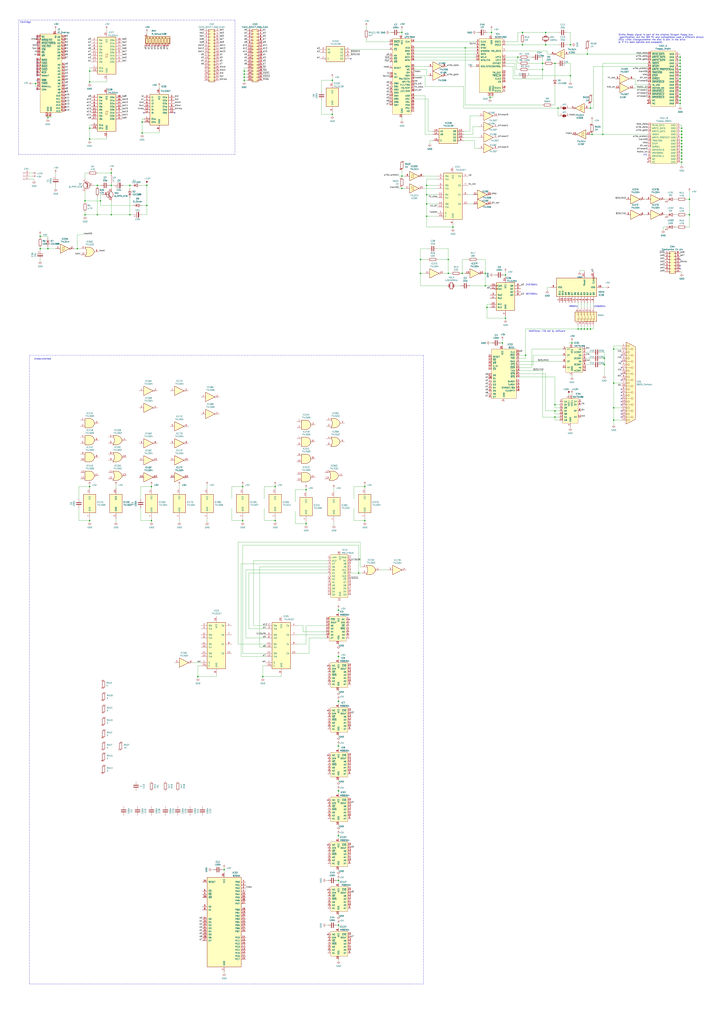
<source format=kicad_sch>
(kicad_sch (version 20211123) (generator eeschema)
  (paper "A1" portrait)
  (lib_symbols
    (symbol "4xxx:4040" (pin_names (offset 1.016))
      (property "Reference" "U" (at -7.62 16.51 0))
      (property "Value" "4040" (at -7.62 -19.05 0))
      (symbol "4040_1_0"
        (pin output line (at 12.7 -15.24 180) (length 5.08) (name "Q11") (number "1"))
        (pin input inverted_clock (at -12.7 12.7 0) (length 5.08) (name "CLK") (number "10"))
        (pin input line (at -12.7 5.08 0) (length 5.08) (name "Reset") (number "11"))
        (pin output line (at 12.7 -7.62 180) (length 5.08) (name "Q8") (number "12"))
        (pin output line (at 12.7 -5.08 180) (length 5.08) (name "Q7") (number "13"))
        (pin output line (at 12.7 -10.16 180) (length 5.08) (name "Q9") (number "14"))
        (pin output line (at 12.7 -12.7 180) (length 5.08) (name "Q10") (number "15"))
        (pin power_in line (at 0 20.32 270) (length 5.08) (name "VDD") (number "16"))
        (pin output line (at 12.7 0 180) (length 5.08) (name "Q5") (number "2"))
        (pin output line (at 12.7 2.54 180) (length 5.08) (name "Q4") (number "3"))
        (pin output line (at 12.7 -2.54 180) (length 5.08) (name "Q6") (number "4"))
        (pin output line (at 12.7 5.08 180) (length 5.08) (name "Q3") (number "5"))
        (pin output line (at 12.7 7.62 180) (length 5.08) (name "Q2") (number "6"))
        (pin output line (at 12.7 10.16 180) (length 5.08) (name "Q1") (number "7"))
        (pin power_in line (at 0 -22.86 90) (length 5.08) (name "VSS") (number "8"))
        (pin output line (at 12.7 12.7 180) (length 5.08) (name "Q0") (number "9"))
      )
    )
    (symbol "74xx:74LS00" (pin_names (offset 1.016))
      (property "Reference" "U" (at 0 1.27 0))
      (property "Value" "74LS00" (at 0 -1.27 0))
      (symbol "74LS00_1_1"
        (pin input line (at -7.62 2.54 0) (length 3.81) (name "~") (number "1"))
        (pin input line (at -7.62 -2.54 0) (length 3.81) (name "~") (number "2"))
        (pin output inverted (at 7.62 0 180) (length 3.81) (name "~") (number "3"))
      )
      (symbol "74LS00_1_2"
        (pin input inverted (at -7.62 2.54 0) (length 4.318) (name "~") (number "1"))
        (pin input inverted (at -7.62 -2.54 0) (length 4.318) (name "~") (number "2"))
        (pin output line (at 7.62 0 180) (length 3.81) (name "~") (number "3"))
      )
      (symbol "74LS00_2_1"
        (pin input line (at -7.62 2.54 0) (length 3.81) (name "~") (number "4"))
        (pin input line (at -7.62 -2.54 0) (length 3.81) (name "~") (number "5"))
        (pin output inverted (at 7.62 0 180) (length 3.81) (name "~") (number "6"))
      )
      (symbol "74LS00_2_2"
        (pin input inverted (at -7.62 2.54 0) (length 4.318) (name "~") (number "4"))
        (pin input inverted (at -7.62 -2.54 0) (length 4.318) (name "~") (number "5"))
        (pin output line (at 7.62 0 180) (length 3.81) (name "~") (number "6"))
      )
      (symbol "74LS00_3_1"
        (pin input line (at -7.62 -2.54 0) (length 3.81) (name "~") (number "10"))
        (pin output inverted (at 7.62 0 180) (length 3.81) (name "~") (number "8"))
        (pin input line (at -7.62 2.54 0) (length 3.81) (name "~") (number "9"))
      )
      (symbol "74LS00_3_2"
        (pin input inverted (at -7.62 -2.54 0) (length 4.318) (name "~") (number "10"))
        (pin output line (at 7.62 0 180) (length 3.81) (name "~") (number "8"))
        (pin input inverted (at -7.62 2.54 0) (length 4.318) (name "~") (number "9"))
      )
      (symbol "74LS00_4_1"
        (pin output inverted (at 7.62 0 180) (length 3.81) (name "~") (number "11"))
        (pin input line (at -7.62 2.54 0) (length 3.81) (name "~") (number "12"))
        (pin input line (at -7.62 -2.54 0) (length 3.81) (name "~") (number "13"))
      )
      (symbol "74LS00_4_2"
        (pin output line (at 7.62 0 180) (length 3.81) (name "~") (number "11"))
        (pin input inverted (at -7.62 2.54 0) (length 4.318) (name "~") (number "12"))
        (pin input inverted (at -7.62 -2.54 0) (length 4.318) (name "~") (number "13"))
      )
      (symbol "74LS00_5_0"
        (pin power_in line (at 0 12.7 270) (length 5.08) (name "VCC") (number "14"))
        (pin power_in line (at 0 -12.7 90) (length 5.08) (name "GND") (number "7"))
      )
    )
    (symbol "74xx:74LS02" (pin_names (offset 1.016))
      (property "Reference" "U" (at 0 1.27 0))
      (property "Value" "74LS02" (at 0 -1.27 0))
      (symbol "74LS02_1_1"
        (pin output inverted (at 7.62 0 180) (length 3.81) (name "~") (number "1"))
        (pin input line (at -7.62 2.54 0) (length 4.318) (name "~") (number "2"))
        (pin input line (at -7.62 -2.54 0) (length 4.318) (name "~") (number "3"))
      )
      (symbol "74LS02_1_2"
        (pin output line (at 7.62 0 180) (length 3.81) (name "~") (number "1"))
        (pin input inverted (at -7.62 2.54 0) (length 3.81) (name "~") (number "2"))
        (pin input inverted (at -7.62 -2.54 0) (length 3.81) (name "~") (number "3"))
      )
      (symbol "74LS02_2_1"
        (pin output inverted (at 7.62 0 180) (length 3.81) (name "~") (number "4"))
        (pin input line (at -7.62 2.54 0) (length 4.318) (name "~") (number "5"))
        (pin input line (at -7.62 -2.54 0) (length 4.318) (name "~") (number "6"))
      )
      (symbol "74LS02_2_2"
        (pin output line (at 7.62 0 180) (length 3.81) (name "~") (number "4"))
        (pin input inverted (at -7.62 2.54 0) (length 3.81) (name "~") (number "5"))
        (pin input inverted (at -7.62 -2.54 0) (length 3.81) (name "~") (number "6"))
      )
      (symbol "74LS02_3_1"
        (pin output inverted (at 7.62 0 180) (length 3.81) (name "~") (number "10"))
        (pin input line (at -7.62 2.54 0) (length 4.318) (name "~") (number "8"))
        (pin input line (at -7.62 -2.54 0) (length 4.318) (name "~") (number "9"))
      )
      (symbol "74LS02_3_2"
        (pin output line (at 7.62 0 180) (length 3.81) (name "~") (number "10"))
        (pin input inverted (at -7.62 2.54 0) (length 3.81) (name "~") (number "8"))
        (pin input inverted (at -7.62 -2.54 0) (length 3.81) (name "~") (number "9"))
      )
      (symbol "74LS02_4_1"
        (pin input line (at -7.62 2.54 0) (length 4.318) (name "~") (number "11"))
        (pin input line (at -7.62 -2.54 0) (length 4.318) (name "~") (number "12"))
        (pin output inverted (at 7.62 0 180) (length 3.81) (name "~") (number "13"))
      )
      (symbol "74LS02_4_2"
        (pin input inverted (at -7.62 2.54 0) (length 3.81) (name "~") (number "11"))
        (pin input inverted (at -7.62 -2.54 0) (length 3.81) (name "~") (number "12"))
        (pin output line (at 7.62 0 180) (length 3.81) (name "~") (number "13"))
      )
      (symbol "74LS02_5_0"
        (pin power_in line (at 0 12.7 270) (length 5.08) (name "VCC") (number "14"))
        (pin power_in line (at 0 -12.7 90) (length 5.08) (name "GND") (number "7"))
      )
    )
    (symbol "74xx:74LS04"
      (property "Reference" "U" (at 0 1.27 0))
      (property "Value" "74LS04" (at 0 -1.27 0))
      (symbol "74LS04_1_0"
        (pin input line (at -7.62 0 0) (length 3.81) (name "~") (number "1"))
        (pin output inverted (at 7.62 0 180) (length 3.81) (name "~") (number "2"))
      )
      (symbol "74LS04_2_0"
        (pin input line (at -7.62 0 0) (length 3.81) (name "~") (number "3"))
        (pin output inverted (at 7.62 0 180) (length 3.81) (name "~") (number "4"))
      )
      (symbol "74LS04_3_0"
        (pin input line (at -7.62 0 0) (length 3.81) (name "~") (number "5"))
        (pin output inverted (at 7.62 0 180) (length 3.81) (name "~") (number "6"))
      )
      (symbol "74LS04_4_0"
        (pin output inverted (at 7.62 0 180) (length 3.81) (name "~") (number "8"))
        (pin input line (at -7.62 0 0) (length 3.81) (name "~") (number "9"))
      )
      (symbol "74LS04_5_0"
        (pin output inverted (at 7.62 0 180) (length 3.81) (name "~") (number "10"))
        (pin input line (at -7.62 0 0) (length 3.81) (name "~") (number "11"))
      )
      (symbol "74LS04_6_0"
        (pin output inverted (at 7.62 0 180) (length 3.81) (name "~") (number "12"))
        (pin input line (at -7.62 0 0) (length 3.81) (name "~") (number "13"))
      )
      (symbol "74LS04_7_0"
        (pin power_in line (at 0 12.7 270) (length 5.08) (name "VCC") (number "14"))
        (pin power_in line (at 0 -12.7 90) (length 5.08) (name "GND") (number "7"))
      )
    )
    (symbol "74xx:74LS06" (pin_names (offset 1.016))
      (property "Reference" "U" (at 0 1.27 0))
      (property "Value" "74LS06" (at 0 -1.27 0))
      (symbol "74LS06_1_0"
        (pin input line (at -7.62 0 0) (length 3.81) (name "~") (number "1"))
        (pin open_collector inverted (at 7.62 0 180) (length 3.81) (name "~") (number "2"))
      )
      (symbol "74LS06_2_0"
        (pin input line (at -7.62 0 0) (length 3.81) (name "~") (number "3"))
        (pin open_collector inverted (at 7.62 0 180) (length 3.81) (name "~") (number "4"))
      )
      (symbol "74LS06_3_0"
        (pin input line (at -7.62 0 0) (length 3.81) (name "~") (number "5"))
        (pin open_collector inverted (at 7.62 0 180) (length 3.81) (name "~") (number "6"))
      )
      (symbol "74LS06_4_0"
        (pin open_collector inverted (at 7.62 0 180) (length 3.81) (name "~") (number "8"))
        (pin input line (at -7.62 0 0) (length 3.81) (name "~") (number "9"))
      )
      (symbol "74LS06_5_0"
        (pin open_collector inverted (at 7.62 0 180) (length 3.81) (name "~") (number "10"))
        (pin input line (at -7.62 0 0) (length 3.81) (name "~") (number "11"))
      )
      (symbol "74LS06_6_0"
        (pin open_collector inverted (at 7.62 0 180) (length 3.81) (name "~") (number "12"))
        (pin input line (at -7.62 0 0) (length 3.81) (name "~") (number "13"))
      )
      (symbol "74LS06_7_0"
        (pin power_in line (at 0 12.7 270) (length 5.08) (name "VCC") (number "14"))
        (pin power_in line (at 0 -12.7 90) (length 5.08) (name "GND") (number "7"))
      )
    )
    (symbol "74xx:74LS07" (pin_names (offset 1.016))
      (property "Reference" "U" (at 0 1.27 0))
      (property "Value" "74LS07" (at 0 -1.27 0))
      (symbol "74LS07_1_0"
        (pin input line (at -7.62 0 0) (length 3.81) (name "~") (number "1"))
        (pin open_collector line (at 7.62 0 180) (length 3.81) (name "~") (number "2"))
      )
      (symbol "74LS07_2_0"
        (pin input line (at -7.62 0 0) (length 3.81) (name "~") (number "3"))
        (pin open_collector line (at 7.62 0 180) (length 3.81) (name "~") (number "4"))
      )
      (symbol "74LS07_3_0"
        (pin input line (at -7.62 0 0) (length 3.81) (name "~") (number "5"))
        (pin open_collector line (at 7.62 0 180) (length 3.81) (name "~") (number "6"))
      )
      (symbol "74LS07_4_0"
        (pin open_collector line (at 7.62 0 180) (length 3.81) (name "~") (number "8"))
        (pin input line (at -7.62 0 0) (length 3.81) (name "~") (number "9"))
      )
      (symbol "74LS07_5_0"
        (pin open_collector line (at 7.62 0 180) (length 3.81) (name "~") (number "10"))
        (pin input line (at -7.62 0 0) (length 3.81) (name "~") (number "11"))
      )
      (symbol "74LS07_6_0"
        (pin open_collector line (at 7.62 0 180) (length 3.81) (name "~") (number "12"))
        (pin input line (at -7.62 0 0) (length 3.81) (name "~") (number "13"))
      )
      (symbol "74LS07_7_0"
        (pin power_in line (at 0 12.7 270) (length 5.08) (name "VCC") (number "14"))
        (pin power_in line (at 0 -12.7 90) (length 5.08) (name "GND") (number "7"))
      )
    )
    (symbol "74xx:74LS139" (pin_names (offset 1.016))
      (property "Reference" "U" (at -7.62 8.89 0))
      (property "Value" "74LS139" (at -7.62 -8.89 0))
      (symbol "74LS139_1_0"
        (pin input inverted (at -12.7 -5.08 0) (length 5.08) (name "E") (number "1"))
        (pin input line (at -12.7 0 0) (length 5.08) (name "A0") (number "2"))
        (pin input line (at -12.7 2.54 0) (length 5.08) (name "A1") (number "3"))
        (pin output inverted (at 12.7 2.54 180) (length 5.08) (name "O0") (number "4"))
        (pin output inverted (at 12.7 0 180) (length 5.08) (name "O1") (number "5"))
        (pin output inverted (at 12.7 -2.54 180) (length 5.08) (name "O2") (number "6"))
        (pin output inverted (at 12.7 -5.08 180) (length 5.08) (name "O3") (number "7"))
      )
      (symbol "74LS139_2_0"
        (pin output inverted (at 12.7 -2.54 180) (length 5.08) (name "O2") (number "10"))
        (pin output inverted (at 12.7 0 180) (length 5.08) (name "O1") (number "11"))
        (pin output inverted (at 12.7 2.54 180) (length 5.08) (name "O0") (number "12"))
        (pin input line (at -12.7 2.54 0) (length 5.08) (name "A1") (number "13"))
        (pin input line (at -12.7 0 0) (length 5.08) (name "A0") (number "14"))
        (pin input inverted (at -12.7 -5.08 0) (length 5.08) (name "E") (number "15"))
        (pin output inverted (at 12.7 -5.08 180) (length 5.08) (name "O3") (number "9"))
      )
      (symbol "74LS139_3_0"
        (pin power_in line (at 0 12.7 270) (length 5.08) (name "VCC") (number "16"))
        (pin power_in line (at 0 -12.7 90) (length 5.08) (name "GND") (number "8"))
      )
    )
    (symbol "74xx:74LS14" (pin_names (offset 1.016))
      (property "Reference" "U" (at 0 1.27 0))
      (property "Value" "74LS14" (at 0 -1.27 0))
      (symbol "74LS14_1_0"
        (pin input line (at -7.62 0 0) (length 3.81) (name "~") (number "1"))
        (pin output inverted (at 7.62 0 180) (length 3.81) (name "~") (number "2"))
      )
      (symbol "74LS14_2_0"
        (pin input line (at -7.62 0 0) (length 3.81) (name "~") (number "3"))
        (pin output inverted (at 7.62 0 180) (length 3.81) (name "~") (number "4"))
      )
      (symbol "74LS14_3_0"
        (pin input line (at -7.62 0 0) (length 3.81) (name "~") (number "5"))
        (pin output inverted (at 7.62 0 180) (length 3.81) (name "~") (number "6"))
      )
      (symbol "74LS14_4_0"
        (pin output inverted (at 7.62 0 180) (length 3.81) (name "~") (number "8"))
        (pin input line (at -7.62 0 0) (length 3.81) (name "~") (number "9"))
      )
      (symbol "74LS14_5_0"
        (pin output inverted (at 7.62 0 180) (length 3.81) (name "~") (number "10"))
        (pin input line (at -7.62 0 0) (length 3.81) (name "~") (number "11"))
      )
      (symbol "74LS14_6_0"
        (pin output inverted (at 7.62 0 180) (length 3.81) (name "~") (number "12"))
        (pin input line (at -7.62 0 0) (length 3.81) (name "~") (number "13"))
      )
      (symbol "74LS14_7_0"
        (pin power_in line (at 0 12.7 270) (length 5.08) (name "VCC") (number "14"))
        (pin power_in line (at 0 -12.7 90) (length 5.08) (name "GND") (number "7"))
      )
    )
    (symbol "74xx:74LS157" (pin_names (offset 1.016))
      (property "Reference" "U" (at -7.62 19.05 0))
      (property "Value" "74LS157" (at -7.62 -21.59 0))
      (symbol "74LS157_1_0"
        (pin input line (at -12.7 -15.24 0) (length 5.08) (name "S") (number "1"))
        (pin input line (at -12.7 -2.54 0) (length 5.08) (name "I1c") (number "10"))
        (pin input line (at -12.7 0 0) (length 5.08) (name "I0c") (number "11"))
        (pin output line (at 12.7 -7.62 180) (length 5.08) (name "Zd") (number "12"))
        (pin input line (at -12.7 -10.16 0) (length 5.08) (name "I1d") (number "13"))
        (pin input line (at -12.7 -7.62 0) (length 5.08) (name "I0d") (number "14"))
        (pin input inverted (at -12.7 -17.78 0) (length 5.08) (name "E") (number "15"))
        (pin power_in line (at 0 22.86 270) (length 5.08) (name "VCC") (number "16"))
        (pin input line (at -12.7 15.24 0) (length 5.08) (name "I0a") (number "2"))
        (pin input line (at -12.7 12.7 0) (length 5.08) (name "I1a") (number "3"))
        (pin output line (at 12.7 15.24 180) (length 5.08) (name "Za") (number "4"))
        (pin input line (at -12.7 7.62 0) (length 5.08) (name "I0b") (number "5"))
        (pin input line (at -12.7 5.08 0) (length 5.08) (name "I1b") (number "6"))
        (pin output line (at 12.7 7.62 180) (length 5.08) (name "Zb") (number "7"))
        (pin power_in line (at 0 -25.4 90) (length 5.08) (name "GND") (number "8"))
        (pin output line (at 12.7 0 180) (length 5.08) (name "Zc") (number "9"))
      )
    )
    (symbol "74xx:74LS244" (pin_names (offset 1.016))
      (property "Reference" "U" (at -7.62 16.51 0))
      (property "Value" "74LS244" (at -7.62 -16.51 0))
      (symbol "74LS244_1_0"
        (pin input inverted (at -12.7 -10.16 0) (length 5.08) (name "OEa") (number "1"))
        (pin power_in line (at 0 -20.32 90) (length 5.08) (name "GND") (number "10"))
        (pin input line (at -12.7 2.54 0) (length 5.08) (name "I0b") (number "11"))
        (pin tri_state line (at 12.7 5.08 180) (length 5.08) (name "O3a") (number "12"))
        (pin input line (at -12.7 0 0) (length 5.08) (name "I1b") (number "13"))
        (pin tri_state line (at 12.7 7.62 180) (length 5.08) (name "O2a") (number "14"))
        (pin input line (at -12.7 -2.54 0) (length 5.08) (name "I2b") (number "15"))
        (pin tri_state line (at 12.7 10.16 180) (length 5.08) (name "O1a") (number "16"))
        (pin input line (at -12.7 -5.08 0) (length 5.08) (name "I3b") (number "17"))
        (pin tri_state line (at 12.7 12.7 180) (length 5.08) (name "O0a") (number "18"))
        (pin input inverted (at -12.7 -12.7 0) (length 5.08) (name "OEb") (number "19"))
        (pin input line (at -12.7 12.7 0) (length 5.08) (name "I0a") (number "2"))
        (pin power_in line (at 0 20.32 270) (length 5.08) (name "VCC") (number "20"))
        (pin tri_state line (at 12.7 -5.08 180) (length 5.08) (name "O3b") (number "3"))
        (pin input line (at -12.7 10.16 0) (length 5.08) (name "I1a") (number "4"))
        (pin tri_state line (at 12.7 -2.54 180) (length 5.08) (name "O2b") (number "5"))
        (pin input line (at -12.7 7.62 0) (length 5.08) (name "I2a") (number "6"))
        (pin tri_state line (at 12.7 0 180) (length 5.08) (name "O1b") (number "7"))
        (pin input line (at -12.7 5.08 0) (length 5.08) (name "I3a") (number "8"))
        (pin tri_state line (at 12.7 2.54 180) (length 5.08) (name "O0b") (number "9"))
      )
    )
    (symbol "74xx:74LS293" (pin_names (offset 1.016))
      (property "Reference" "U" (at -7.62 11.43 0))
      (property "Value" "74LS293" (at -7.62 -13.97 0))
      (symbol "74LS293_1_0"
        (pin input line (at -12.7 -2.54 0) (length 5.08) (name "Ms1") (number "1"))
        (pin input inverted_clock (at -12.7 7.62 0) (length 5.08) (name "Cp0") (number "10"))
        (pin input inverted_clock (at -12.7 5.08 0) (length 5.08) (name "Cp1") (number "11"))
        (pin input line (at -12.7 -7.62 0) (length 5.08) (name "Mr1") (number "12"))
        (pin input line (at -12.7 -10.16 0) (length 5.08) (name "Mr2") (number "13"))
        (pin power_in line (at 0 15.24 270) (length 5.08) (name "VCC") (number "14"))
        (pin input line (at -12.7 0 0) (length 5.08) (name "Ms2") (number "3"))
        (pin output line (at 12.7 2.54 180) (length 5.08) (name "Q2") (number "4"))
        (pin output line (at 12.7 5.08 180) (length 5.08) (name "Q1") (number "5"))
        (pin power_in line (at 0 -17.78 90) (length 5.08) (name "GND") (number "7"))
        (pin output line (at 12.7 0 180) (length 5.08) (name "Q3") (number "8"))
        (pin output line (at 12.7 7.62 180) (length 5.08) (name "Q0") (number "9"))
      )
    )
    (symbol "74xx:74LS32" (pin_names (offset 1.016))
      (property "Reference" "U" (at 0 1.27 0))
      (property "Value" "74LS32" (at 0 -1.27 0))
      (symbol "74LS32_1_1"
        (pin input line (at -7.62 2.54 0) (length 4.318) (name "~") (number "1"))
        (pin input line (at -7.62 -2.54 0) (length 4.318) (name "~") (number "2"))
        (pin output line (at 7.62 0 180) (length 3.81) (name "~") (number "3"))
      )
      (symbol "74LS32_1_2"
        (pin input inverted (at -7.62 2.54 0) (length 3.81) (name "~") (number "1"))
        (pin input inverted (at -7.62 -2.54 0) (length 3.81) (name "~") (number "2"))
        (pin output inverted (at 7.62 0 180) (length 3.81) (name "~") (number "3"))
      )
      (symbol "74LS32_2_1"
        (pin input line (at -7.62 2.54 0) (length 4.318) (name "~") (number "4"))
        (pin input line (at -7.62 -2.54 0) (length 4.318) (name "~") (number "5"))
        (pin output line (at 7.62 0 180) (length 3.81) (name "~") (number "6"))
      )
      (symbol "74LS32_2_2"
        (pin input inverted (at -7.62 2.54 0) (length 3.81) (name "~") (number "4"))
        (pin input inverted (at -7.62 -2.54 0) (length 3.81) (name "~") (number "5"))
        (pin output inverted (at 7.62 0 180) (length 3.81) (name "~") (number "6"))
      )
      (symbol "74LS32_3_1"
        (pin input line (at -7.62 -2.54 0) (length 4.318) (name "~") (number "10"))
        (pin output line (at 7.62 0 180) (length 3.81) (name "~") (number "8"))
        (pin input line (at -7.62 2.54 0) (length 4.318) (name "~") (number "9"))
      )
      (symbol "74LS32_3_2"
        (pin input inverted (at -7.62 -2.54 0) (length 3.81) (name "~") (number "10"))
        (pin output inverted (at 7.62 0 180) (length 3.81) (name "~") (number "8"))
        (pin input inverted (at -7.62 2.54 0) (length 3.81) (name "~") (number "9"))
      )
      (symbol "74LS32_4_1"
        (pin output line (at 7.62 0 180) (length 3.81) (name "~") (number "11"))
        (pin input line (at -7.62 2.54 0) (length 4.318) (name "~") (number "12"))
        (pin input line (at -7.62 -2.54 0) (length 4.318) (name "~") (number "13"))
      )
      (symbol "74LS32_4_2"
        (pin output inverted (at 7.62 0 180) (length 3.81) (name "~") (number "11"))
        (pin input inverted (at -7.62 2.54 0) (length 3.81) (name "~") (number "12"))
        (pin input inverted (at -7.62 -2.54 0) (length 3.81) (name "~") (number "13"))
      )
      (symbol "74LS32_5_0"
        (pin power_in line (at 0 12.7 270) (length 5.08) (name "VCC") (number "14"))
        (pin power_in line (at 0 -12.7 90) (length 5.08) (name "GND") (number "7"))
      )
    )
    (symbol "74xx:74LS367" (pin_names (offset 1.016))
      (property "Reference" "U" (at -7.62 13.97 0))
      (property "Value" "74LS367" (at -7.62 -13.97 0))
      (symbol "74LS367_1_0"
        (pin input inverted (at -12.7 -7.62 0) (length 5.08) (name "OEa") (number "1"))
        (pin input line (at -12.7 2.54 0) (length 5.08) (name "I4") (number "10"))
        (pin tri_state line (at 12.7 0 180) (length 5.08) (name "O5b") (number "11"))
        (pin input line (at -12.7 0 0) (length 5.08) (name "I5") (number "12"))
        (pin tri_state line (at 12.7 -2.54 180) (length 5.08) (name "O6b") (number "13"))
        (pin input line (at -12.7 -2.54 0) (length 5.08) (name "I6") (number "14"))
        (pin input inverted (at -12.7 -10.16 0) (length 5.08) (name "OEb") (number "15"))
        (pin power_in line (at 0 17.78 270) (length 5.08) (name "VCC") (number "16"))
        (pin input line (at -12.7 10.16 0) (length 5.08) (name "I1") (number "2"))
        (pin tri_state line (at 12.7 10.16 180) (length 5.08) (name "O1a") (number "3"))
        (pin input line (at -12.7 7.62 0) (length 5.08) (name "I2") (number "4"))
        (pin tri_state line (at 12.7 7.62 180) (length 5.08) (name "O2a") (number "5"))
        (pin input line (at -12.7 5.08 0) (length 5.08) (name "I3") (number "6"))
        (pin tri_state line (at 12.7 5.08 180) (length 5.08) (name "O3a") (number "7"))
        (pin power_in line (at 0 -17.78 90) (length 5.08) (name "GND") (number "8"))
        (pin tri_state line (at 12.7 2.54 180) (length 5.08) (name "O4a") (number "9"))
      )
    )
    (symbol "Connector:Conn_01x03_Female" (pin_names (offset 1.016) hide)
      (property "Reference" "J" (at 0 5.08 0))
      (property "Value" "Conn_01x03_Female" (at 0 -5.08 0))
      (symbol "Conn_01x03_Female_1_1"
        (pin passive line (at -5.08 2.54 0) (length 3.81) (name "Pin_1") (number "1"))
        (pin passive line (at -5.08 0 0) (length 3.81) (name "Pin_2") (number "2"))
        (pin passive line (at -5.08 -2.54 0) (length 3.81) (name "Pin_3") (number "3"))
      )
    )
    (symbol "Connector:DB25_Female" (pin_names (offset 1.016) hide)
      (property "Reference" "J" (at 0 34.29 0))
      (property "Value" "DB25_Female" (at 0 -34.925 0))
      (symbol "DB25_Female_1_1"
        (pin passive line (at -7.62 30.48 0) (length 3.81) (name "1") (number "1"))
        (pin passive line (at -7.62 -15.24 0) (length 3.81) (name "10") (number "10"))
        (pin passive line (at -7.62 -20.32 0) (length 3.81) (name "11") (number "11"))
        (pin passive line (at -7.62 -25.4 0) (length 3.81) (name "12") (number "12"))
        (pin passive line (at -7.62 -30.48 0) (length 3.81) (name "13") (number "13"))
        (pin passive line (at -7.62 27.94 0) (length 3.81) (name "P14") (number "14"))
        (pin passive line (at -7.62 22.86 0) (length 3.81) (name "P15") (number "15"))
        (pin passive line (at -7.62 17.78 0) (length 3.81) (name "P16") (number "16"))
        (pin passive line (at -7.62 12.7 0) (length 3.81) (name "P17") (number "17"))
        (pin passive line (at -7.62 7.62 0) (length 3.81) (name "P18") (number "18"))
        (pin passive line (at -7.62 2.54 0) (length 3.81) (name "P19") (number "19"))
        (pin passive line (at -7.62 25.4 0) (length 3.81) (name "2") (number "2"))
        (pin passive line (at -7.62 -2.54 0) (length 3.81) (name "P20") (number "20"))
        (pin passive line (at -7.62 -7.62 0) (length 3.81) (name "P21") (number "21"))
        (pin passive line (at -7.62 -12.7 0) (length 3.81) (name "P22") (number "22"))
        (pin passive line (at -7.62 -17.78 0) (length 3.81) (name "P23") (number "23"))
        (pin passive line (at -7.62 -22.86 0) (length 3.81) (name "P24") (number "24"))
        (pin passive line (at -7.62 -27.94 0) (length 3.81) (name "P25") (number "25"))
        (pin passive line (at -7.62 20.32 0) (length 3.81) (name "3") (number "3"))
        (pin passive line (at -7.62 15.24 0) (length 3.81) (name "4") (number "4"))
        (pin passive line (at -7.62 10.16 0) (length 3.81) (name "5") (number "5"))
        (pin passive line (at -7.62 5.08 0) (length 3.81) (name "6") (number "6"))
        (pin passive line (at -7.62 0 0) (length 3.81) (name "7") (number "7"))
        (pin passive line (at -7.62 -5.08 0) (length 3.81) (name "8") (number "8"))
        (pin passive line (at -7.62 -10.16 0) (length 3.81) (name "9") (number "9"))
      )
    )
    (symbol "Connector_Edge_Fabio:JP_Overlay" (pin_names (offset 1.016))
      (property "Reference" "J" (at 11.43 -36.83 0))
      (property "Value" "JP_Overlay" (at 15.24 -39.37 0))
      (symbol "JP_Overlay_1_1"
        (pin bidirectional line (at 12.7 6.35 180) (length 2.54) (name "A0") (number "A1"))
        (pin bidirectional line (at 12.7 -16.51 180) (length 2.54) (name "A9") (number "A10"))
        (pin bidirectional line (at 12.7 -19.05 180) (length 2.54) (name "A10") (number "A11"))
        (pin bidirectional line (at 12.7 -21.59 180) (length 2.54) (name "A11") (number "A12"))
        (pin bidirectional line (at 12.7 -24.13 180) (length 2.54) (name "A12") (number "A13"))
        (pin bidirectional line (at 12.7 -26.67 180) (length 2.54) (name "A13") (number "A14"))
        (pin bidirectional line (at 12.7 29.21 180) (length 2.54) (name "D0") (number "A15"))
        (pin bidirectional line (at 12.7 26.67 180) (length 2.54) (name "D1") (number "A16"))
        (pin bidirectional line (at 12.7 24.13 180) (length 2.54) (name "D2") (number "A17"))
        (pin bidirectional line (at 12.7 21.59 180) (length 2.54) (name "D3") (number "A18"))
        (pin bidirectional line (at 12.7 19.05 180) (length 2.54) (name "D4") (number "A19"))
        (pin bidirectional line (at 12.7 3.81 180) (length 2.54) (name "A1") (number "A2"))
        (pin bidirectional line (at 12.7 16.51 180) (length 2.54) (name "D5") (number "A20"))
        (pin bidirectional line (at 12.7 13.97 180) (length 2.54) (name "D6") (number "A21"))
        (pin bidirectional line (at 12.7 11.43 180) (length 2.54) (name "D7") (number "A22"))
        (pin bidirectional line (at 12.7 1.27 180) (length 2.54) (name "A2") (number "A3"))
        (pin bidirectional line (at 12.7 -1.27 180) (length 2.54) (name "A3") (number "A4"))
        (pin bidirectional line (at 12.7 -3.81 180) (length 2.54) (name "A4") (number "A5"))
        (pin bidirectional line (at 12.7 -6.35 180) (length 2.54) (name "A5") (number "A6"))
        (pin bidirectional line (at 12.7 -8.89 180) (length 2.54) (name "A6") (number "A7"))
        (pin bidirectional line (at 12.7 -11.43 180) (length 2.54) (name "A7") (number "A8"))
        (pin bidirectional line (at 12.7 -13.97 180) (length 2.54) (name "A8") (number "A9"))
        (pin bidirectional line (at 5.08 34.29 270) (length 2.54) (name "5V") (number "B1"))
        (pin bidirectional line (at -10.16 26.67 0) (length 2.54) (name "~{MREQ/CE}") (number "B10"))
        (pin bidirectional line (at -10.16 -13.97 0) (length 2.54) (name "CON") (number "B11"))
        (pin bidirectional line (at -10.16 10.16 0) (length 2.54) (name "~{RAS1}") (number "B12"))
        (pin bidirectional line (at -10.16 7.62 0) (length 2.54) (name "~{CAS1}") (number "B13"))
        (pin bidirectional line (at -10.16 -2.54 0) (length 2.54) (name "RAMA7") (number "B14"))
        (pin bidirectional line (at -10.16 5.08 0) (length 2.54) (name "~{RAS2}") (number "B15"))
        (pin bidirectional line (at -10.16 2.54 0) (length 2.54) (name "~{CAS2}") (number "B16"))
        (pin bidirectional line (at -10.16 0 0) (length 2.54) (name "~{MUX}") (number "B17"))
        (pin bidirectional line (at 12.7 -29.21 180) (length 2.54) (name "A14") (number "B18"))
        (pin bidirectional line (at 12.7 -31.75 180) (length 2.54) (name "A15") (number "B19"))
        (pin bidirectional line (at -10.16 -8.89 0) (length 2.54) (name "~{CARD}") (number "B2"))
        (pin bidirectional line (at -10.16 29.21 0) (length 2.54) (name "~{M1}") (number "B20"))
        (pin bidirectional line (at 1.27 -35.56 90) (length 2.54) (name "GND") (number "B21"))
        (pin bidirectional line (at -1.27 -35.56 90) (length 2.54) (name "GND") (number "B22"))
        (pin bidirectional line (at -10.16 -11.43 0) (length 2.54) (name "RAMKILL") (number "B3"))
        (pin bidirectional line (at -10.16 -6.35 0) (length 2.54) (name "~{M8B}") (number "B4"))
        (pin bidirectional line (at -10.16 16.51 0) (length 2.54) (name "~{RD}") (number "B5"))
        (pin bidirectional line (at -10.16 13.97 0) (length 2.54) (name "~{WR}") (number "B6"))
        (pin bidirectional line (at -10.16 21.59 0) (length 2.54) (name "~{IOR/RST}") (number "B7"))
        (pin bidirectional line (at -10.16 19.05 0) (length 2.54) (name "~{IOW}") (number "B8"))
        (pin bidirectional line (at -10.16 24.13 0) (length 2.54) (name "~{RFSH/MREQ}") (number "B9"))
      )
    )
    (symbol "Connector_Fabio:Floppy_26pin" (pin_names (offset 1.016))
      (property "Reference" "U" (at 6.35 -17.78 0))
      (property "Value" "Floppy_26pin" (at 12.7 -20.32 0))
      (symbol "Floppy_26pin_1_1"
        (pin power_in line (at 15.24 16.51 180) (length 2.54) (name "GND") (number "1"))
        (pin input line (at -11.43 -1.27 0) (length 2.54) (name "DIRSEL") (number "10"))
        (pin power_in line (at 15.24 3.81 180) (length 2.54) (name "GND") (number "11"))
        (pin input line (at -11.43 1.27 0) (length 2.54) (name "STEP") (number "12"))
        (pin power_in line (at 15.24 1.27 180) (length 2.54) (name "GND") (number "13"))
        (pin input line (at -11.43 13.97 0) (length 2.54) (name "WRITE_DATA") (number "14"))
        (pin power_in line (at 15.24 -1.27 180) (length 2.54) (name "GND") (number "15"))
        (pin input line (at -11.43 11.43 0) (length 2.54) (name "WRITE_GATE") (number "16"))
        (pin power_in line (at 15.24 -3.81 180) (length 2.54) (name "GND") (number "17"))
        (pin input line (at -11.43 3.81 0) (length 2.54) (name "TRACK00") (number "18"))
        (pin power_in line (at 15.24 -6.35 180) (length 2.54) (name "GND") (number "19"))
        (pin input line (at -11.43 8.89 0) (length 2.54) (name "INDEX") (number "2"))
        (pin input line (at -11.43 6.35 0) (length 2.54) (name "WRITE_PROTECT") (number "20"))
        (pin power_in line (at 15.24 -8.89 180) (length 2.54) (name "GND") (number "21"))
        (pin input line (at -11.43 16.51 0) (length 2.54) (name "READ_DATA") (number "22"))
        (pin power_in line (at 15.24 -11.43 180) (length 2.54) (name "GND") (number "23"))
        (pin no_connect line (at -11.43 -13.97 0) (length 2.54) (name "NC") (number "24"))
        (pin power_in line (at 15.24 -13.97 180) (length 2.54) (name "GND") (number "25"))
        (pin no_connect line (at -11.43 -11.43 0) (length 2.54) (name "NC") (number "26"))
        (pin power_in line (at 15.24 13.97 180) (length 2.54) (name "GND") (number "3"))
        (pin input line (at -11.43 -3.81 0) (length 2.54) (name "DRIVESEL0") (number "4"))
        (pin power_in line (at 15.24 11.43 180) (length 2.54) (name "GND") (number "5"))
        (pin input line (at -11.43 -8.89 0) (length 2.54) (name "DRIVESEL1") (number "6"))
        (pin power_in line (at 15.24 8.89 180) (length 2.54) (name "GND") (number "7"))
        (pin input line (at -11.43 -6.35 0) (length 2.54) (name "MOTORON") (number "8"))
        (pin power_in line (at 15.24 6.35 180) (length 2.54) (name "GND") (number "9"))
      )
    )
    (symbol "Connector_Fabio:Floppy_34pin" (pin_names (offset 1.016))
      (property "Reference" "U" (at 8.89 -24.13 0))
      (property "Value" "Floppy_34pin" (at 13.97 -26.67 0))
      (symbol "Floppy_34pin_1_1"
        (pin power_in line (at 11.43 20.32 180) (length 2.54) (name "GND") (number "1"))
        (pin input line (at -13.97 -2.54 0) (length 2.54) (name "~{DRIVESEL0}") (number "10"))
        (pin power_in line (at 11.43 7.62 180) (length 2.54) (name "GND") (number "11"))
        (pin input line (at -13.97 -10.16 0) (length 2.54) (name "~{DRIVESEL1}") (number "12"))
        (pin power_in line (at 11.43 5.08 180) (length 2.54) (name "GND") (number "13"))
        (pin input line (at -13.97 -12.7 0) (length 2.54) (name "~{DRIVESEL2}") (number "14"))
        (pin power_in line (at 11.43 2.54 180) (length 2.54) (name "GND") (number "15"))
        (pin input line (at -13.97 -7.62 0) (length 2.54) (name "MOTOR_ON") (number "16"))
        (pin power_in line (at 11.43 0 180) (length 2.54) (name "GND") (number "17"))
        (pin input line (at -13.97 0 0) (length 2.54) (name "~{DIRSEL}") (number "18"))
        (pin power_in line (at 11.43 -2.54 180) (length 2.54) (name "GND") (number "19"))
        (pin no_connect line (at -13.97 -17.78 0) (length 2.54) (name "NC") (number "2"))
        (pin input line (at -13.97 2.54 0) (length 2.54) (name "~{STEP}") (number "20"))
        (pin power_in line (at 11.43 -5.08 180) (length 2.54) (name "GND") (number "21"))
        (pin input line (at -13.97 17.78 0) (length 2.54) (name "~{WRITE_DATA}") (number "22"))
        (pin power_in line (at 11.43 -7.62 180) (length 2.54) (name "GND") (number "23"))
        (pin input line (at -13.97 15.24 0) (length 2.54) (name "~{WRITE_GATE}") (number "24"))
        (pin power_in line (at 11.43 -10.16 180) (length 2.54) (name "GND") (number "25"))
        (pin input line (at -13.97 5.08 0) (length 2.54) (name "~{TRACK00}") (number "26"))
        (pin power_in line (at 11.43 -12.7 180) (length 2.54) (name "GND") (number "27"))
        (pin input line (at -13.97 7.62 0) (length 2.54) (name "~{WRITE_PROTECT}") (number "28"))
        (pin power_in line (at 11.43 -15.24 180) (length 2.54) (name "GND") (number "29"))
        (pin power_in line (at 11.43 17.78 180) (length 2.54) (name "GND") (number "3"))
        (pin input line (at -13.97 20.32 0) (length 2.54) (name "~{READ_DATA}") (number "30"))
        (pin power_in line (at 11.43 -17.78 180) (length 2.54) (name "GND") (number "31"))
        (pin no_connect line (at -13.97 -20.32 0) (length 2.54) (name "NC") (number "32"))
        (pin power_in line (at 11.43 -20.32 180) (length 2.54) (name "GND") (number "33"))
        (pin input line (at -13.97 10.16 0) (length 2.54) (name "~{READY}") (number "34"))
        (pin input line (at -13.97 -5.08 0) (length 2.54) (name "IN_USE") (number "4"))
        (pin power_in line (at 11.43 15.24 180) (length 2.54) (name "GND") (number "5"))
        (pin input line (at -13.97 -15.24 0) (length 2.54) (name "~{DRIVESEL3}") (number "6"))
        (pin power_in line (at 11.43 12.7 180) (length 2.54) (name "GND") (number "7"))
        (pin input line (at -13.97 12.7 0) (length 2.54) (name "~{INDEX}") (number "8"))
        (pin power_in line (at 11.43 10.16 180) (length 2.54) (name "GND") (number "9"))
      )
    )
    (symbol "Connector_Generic:Conn_02x07_Top_Bottom" (pin_names (offset 1.016) hide)
      (property "Reference" "J" (at 1.27 10.16 0))
      (property "Value" "Conn_02x07_Top_Bottom" (at 1.27 -10.16 0))
      (symbol "Conn_02x07_Top_Bottom_1_1"
        (pin passive line (at -5.08 7.62 0) (length 3.81) (name "Pin_1") (number "1"))
        (pin passive line (at 7.62 2.54 180) (length 3.81) (name "Pin_10") (number "10"))
        (pin passive line (at 7.62 0 180) (length 3.81) (name "Pin_11") (number "11"))
        (pin passive line (at 7.62 -2.54 180) (length 3.81) (name "Pin_12") (number "12"))
        (pin passive line (at 7.62 -5.08 180) (length 3.81) (name "Pin_13") (number "13"))
        (pin passive line (at 7.62 -7.62 180) (length 3.81) (name "Pin_14") (number "14"))
        (pin passive line (at -5.08 5.08 0) (length 3.81) (name "Pin_2") (number "2"))
        (pin passive line (at -5.08 2.54 0) (length 3.81) (name "Pin_3") (number "3"))
        (pin passive line (at -5.08 0 0) (length 3.81) (name "Pin_4") (number "4"))
        (pin passive line (at -5.08 -2.54 0) (length 3.81) (name "Pin_5") (number "5"))
        (pin passive line (at -5.08 -5.08 0) (length 3.81) (name "Pin_6") (number "6"))
        (pin passive line (at -5.08 -7.62 0) (length 3.81) (name "Pin_7") (number "7"))
        (pin passive line (at 7.62 7.62 180) (length 3.81) (name "Pin_8") (number "8"))
        (pin passive line (at 7.62 5.08 180) (length 3.81) (name "Pin_9") (number "9"))
      )
    )
    (symbol "Connector_Generic:Conn_02x17_Odd_Even" (pin_names (offset 1.016) hide)
      (property "Reference" "J" (at 1.27 22.86 0))
      (property "Value" "Conn_02x17_Odd_Even" (at 1.27 -22.86 0))
      (symbol "Conn_02x17_Odd_Even_1_1"
        (pin passive line (at -5.08 20.32 0) (length 3.81) (name "Pin_1") (number "1"))
        (pin passive line (at 7.62 10.16 180) (length 3.81) (name "Pin_10") (number "10"))
        (pin passive line (at -5.08 7.62 0) (length 3.81) (name "Pin_11") (number "11"))
        (pin passive line (at 7.62 7.62 180) (length 3.81) (name "Pin_12") (number "12"))
        (pin passive line (at -5.08 5.08 0) (length 3.81) (name "Pin_13") (number "13"))
        (pin passive line (at 7.62 5.08 180) (length 3.81) (name "Pin_14") (number "14"))
        (pin passive line (at -5.08 2.54 0) (length 3.81) (name "Pin_15") (number "15"))
        (pin passive line (at 7.62 2.54 180) (length 3.81) (name "Pin_16") (number "16"))
        (pin passive line (at -5.08 0 0) (length 3.81) (name "Pin_17") (number "17"))
        (pin passive line (at 7.62 0 180) (length 3.81) (name "Pin_18") (number "18"))
        (pin passive line (at -5.08 -2.54 0) (length 3.81) (name "Pin_19") (number "19"))
        (pin passive line (at 7.62 20.32 180) (length 3.81) (name "Pin_2") (number "2"))
        (pin passive line (at 7.62 -2.54 180) (length 3.81) (name "Pin_20") (number "20"))
        (pin passive line (at -5.08 -5.08 0) (length 3.81) (name "Pin_21") (number "21"))
        (pin passive line (at 7.62 -5.08 180) (length 3.81) (name "Pin_22") (number "22"))
        (pin passive line (at -5.08 -7.62 0) (length 3.81) (name "Pin_23") (number "23"))
        (pin passive line (at 7.62 -7.62 180) (length 3.81) (name "Pin_24") (number "24"))
        (pin passive line (at -5.08 -10.16 0) (length 3.81) (name "Pin_25") (number "25"))
        (pin passive line (at 7.62 -10.16 180) (length 3.81) (name "Pin_26") (number "26"))
        (pin passive line (at -5.08 -12.7 0) (length 3.81) (name "Pin_27") (number "27"))
        (pin passive line (at 7.62 -12.7 180) (length 3.81) (name "Pin_28") (number "28"))
        (pin passive line (at -5.08 -15.24 0) (length 3.81) (name "Pin_29") (number "29"))
        (pin passive line (at -5.08 17.78 0) (length 3.81) (name "Pin_3") (number "3"))
        (pin passive line (at 7.62 -15.24 180) (length 3.81) (name "Pin_30") (number "30"))
        (pin passive line (at -5.08 -17.78 0) (length 3.81) (name "Pin_31") (number "31"))
        (pin passive line (at 7.62 -17.78 180) (length 3.81) (name "Pin_32") (number "32"))
        (pin passive line (at -5.08 -20.32 0) (length 3.81) (name "Pin_33") (number "33"))
        (pin passive line (at 7.62 -20.32 180) (length 3.81) (name "Pin_34") (number "34"))
        (pin passive line (at 7.62 17.78 180) (length 3.81) (name "Pin_4") (number "4"))
        (pin passive line (at -5.08 15.24 0) (length 3.81) (name "Pin_5") (number "5"))
        (pin passive line (at 7.62 15.24 180) (length 3.81) (name "Pin_6") (number "6"))
        (pin passive line (at -5.08 12.7 0) (length 3.81) (name "Pin_7") (number "7"))
        (pin passive line (at 7.62 12.7 180) (length 3.81) (name "Pin_8") (number "8"))
        (pin passive line (at -5.08 10.16 0) (length 3.81) (name "Pin_9") (number "9"))
      )
    )
    (symbol "Device:C" (pin_numbers hide) (pin_names (offset 0.254))
      (property "Reference" "C" (at 0.635 2.54 0))
      (property "Value" "C" (at 0.635 -2.54 0))
      (symbol "C_1_1"
        (pin passive line (at 0 3.81 270) (length 2.794) (name "~") (number "1"))
        (pin passive line (at 0 -3.81 90) (length 2.794) (name "~") (number "2"))
      )
    )
    (symbol "Device:C_Polarized" (pin_numbers hide) (pin_names (offset 0.254))
      (property "Reference" "C" (at 0.635 2.54 0))
      (property "Value" "C_Polarized" (at 0.635 -2.54 0))
      (symbol "C_Polarized_1_1"
        (pin passive line (at 0 3.81 270) (length 2.794) (name "~") (number "1"))
        (pin passive line (at 0 -3.81 90) (length 2.794) (name "~") (number "2"))
      )
    )
    (symbol "Device:Crystal" (pin_numbers hide) (pin_names (offset 1.016) hide)
      (property "Reference" "Y" (at 0 3.81 0))
      (property "Value" "Crystal" (at 0 -3.81 0))
      (symbol "Crystal_1_1"
        (pin passive line (at -3.81 0 0) (length 1.27) (name "1") (number "1"))
        (pin passive line (at 3.81 0 180) (length 1.27) (name "2") (number "2"))
      )
    )
    (symbol "Device:D" (pin_numbers hide) (pin_names (offset 1.016) hide)
      (property "Reference" "D" (at 0 2.54 0))
      (property "Value" "D" (at 0 -2.54 0))
      (symbol "D_1_1"
        (pin passive line (at -3.81 0 0) (length 2.54) (name "K") (number "1"))
        (pin passive line (at 3.81 0 180) (length 2.54) (name "A") (number "2"))
      )
    )
    (symbol "Device:D_Zener" (pin_numbers hide) (pin_names (offset 1.016) hide)
      (property "Reference" "D" (at 0 2.54 0))
      (property "Value" "D_Zener" (at 0 -2.54 0))
      (symbol "D_Zener_1_1"
        (pin passive line (at -3.81 0 0) (length 2.54) (name "K") (number "1"))
        (pin passive line (at 3.81 0 180) (length 2.54) (name "A") (number "2"))
      )
    )
    (symbol "Device:L" (pin_numbers hide) (pin_names (offset 1.016) hide)
      (property "Reference" "L" (at -1.27 0 90))
      (property "Value" "L" (at 1.905 0 90))
      (symbol "L_1_1"
        (pin passive line (at 0 3.81 270) (length 1.27) (name "1") (number "1"))
        (pin passive line (at 0 -3.81 90) (length 1.27) (name "2") (number "2"))
      )
    )
    (symbol "Device:LED" (pin_numbers hide) (pin_names (offset 1.016) hide)
      (property "Reference" "D" (at 0 2.54 0))
      (property "Value" "LED" (at 0 -2.54 0))
      (symbol "LED_1_1"
        (pin passive line (at -3.81 0 0) (length 2.54) (name "K") (number "1"))
        (pin passive line (at 3.81 0 180) (length 2.54) (name "A") (number "2"))
      )
    )
    (symbol "Device:Q_NPN_ECB" (pin_names (offset 0) hide)
      (property "Reference" "Q" (at 5.08 1.27 0))
      (property "Value" "Q_NPN_ECB" (at 5.08 -1.27 0))
      (symbol "Q_NPN_ECB_1_1"
        (pin passive line (at 2.54 -5.08 90) (length 2.54) (name "E") (number "1"))
        (pin passive line (at 2.54 5.08 270) (length 2.54) (name "C") (number "2"))
        (pin passive line (at -5.08 0 0) (length 5.715) (name "B") (number "3"))
      )
    )
    (symbol "Device:Q_PNP_ECB" (pin_names (offset 0) hide)
      (property "Reference" "Q" (at 5.08 1.27 0))
      (property "Value" "Q_PNP_ECB" (at 5.08 -1.27 0))
      (symbol "Q_PNP_ECB_1_1"
        (pin passive line (at 2.54 -5.08 90) (length 2.54) (name "E") (number "1"))
        (pin passive line (at 2.54 5.08 270) (length 2.54) (name "C") (number "2"))
        (pin input line (at -5.08 0 0) (length 5.715) (name "B") (number "3"))
      )
    )
    (symbol "Device:R" (pin_numbers hide) (pin_names (offset 0))
      (property "Reference" "R" (at 2.032 0 90))
      (property "Value" "R" (at 0 0 90))
      (symbol "R_1_1"
        (pin passive line (at 0 3.81 270) (length 1.27) (name "~") (number "1"))
        (pin passive line (at 0 -3.81 90) (length 1.27) (name "~") (number "2"))
      )
    )
    (symbol "Device:R_Network06_Split" (pin_names (offset 0) hide)
      (property "Reference" "RN" (at 2.032 0 90))
      (property "Value" "R_Network06_Split" (at 0 0 90))
      (symbol "R_Network06_Split_1_1"
        (pin passive line (at 0 3.81 270) (length 1.27) (name "R1.1") (number "1"))
        (pin passive line (at 0 -3.81 90) (length 1.27) (name "R1.2") (number "2"))
      )
      (symbol "R_Network06_Split_2_1"
        (text "1" (at 0.889 3.175 900) (effects (font (size 1.27 1.27))))
        (pin passive line (at 0 -3.81 90) (length 1.27) (name "R2.2") (number "3"))
      )
      (symbol "R_Network06_Split_3_1"
        (text "1" (at 0.889 3.175 900) (effects (font (size 1.27 1.27))))
        (pin passive line (at 0 -3.81 90) (length 1.27) (name "R3.2") (number "4"))
      )
      (symbol "R_Network06_Split_4_1"
        (text "1" (at 0.889 3.175 900) (effects (font (size 1.27 1.27))))
        (pin passive line (at 0 -3.81 90) (length 1.27) (name "R4.2") (number "5"))
      )
      (symbol "R_Network06_Split_5_1"
        (text "1" (at 0.889 3.175 900) (effects (font (size 1.27 1.27))))
        (pin passive line (at 0 -3.81 90) (length 1.27) (name "R5.2") (number "6"))
      )
      (symbol "R_Network06_Split_6_1"
        (text "1" (at 0.889 3.175 900) (effects (font (size 1.27 1.27))))
        (pin passive line (at 0 -3.81 90) (length 1.27) (name "R6.2") (number "7"))
      )
    )
    (symbol "Device:R_Network08" (pin_names (offset 0) hide)
      (property "Reference" "RN" (at -12.7 0 90))
      (property "Value" "R_Network08" (at 10.16 0 90))
      (symbol "R_Network08_1_1"
        (pin passive line (at -10.16 5.08 270) (length 2.54) (name "common") (number "1"))
        (pin passive line (at -10.16 -5.08 90) (length 1.27) (name "R1") (number "2"))
        (pin passive line (at -7.62 -5.08 90) (length 1.27) (name "R2") (number "3"))
        (pin passive line (at -5.08 -5.08 90) (length 1.27) (name "R3") (number "4"))
        (pin passive line (at -2.54 -5.08 90) (length 1.27) (name "R4") (number "5"))
        (pin passive line (at 0 -5.08 90) (length 1.27) (name "R5") (number "6"))
        (pin passive line (at 2.54 -5.08 90) (length 1.27) (name "R6") (number "7"))
        (pin passive line (at 5.08 -5.08 90) (length 1.27) (name "R7") (number "8"))
        (pin passive line (at 7.62 -5.08 90) (length 1.27) (name "R8") (number "9"))
      )
    )
    (symbol "Device:R_Network08_Split" (pin_names (offset 0) hide)
      (property "Reference" "RN" (at 2.032 0 90))
      (property "Value" "R_Network08_Split" (at 0 0 90))
      (symbol "R_Network08_Split_1_1"
        (pin passive line (at 0 3.81 270) (length 1.27) (name "R1.1") (number "1"))
        (pin passive line (at 0 -3.81 90) (length 1.27) (name "R1.2") (number "2"))
      )
      (symbol "R_Network08_Split_2_1"
        (text "1" (at 0.889 3.175 900) (effects (font (size 1.27 1.27))))
        (pin passive line (at 0 -3.81 90) (length 1.27) (name "R2.2") (number "3"))
      )
      (symbol "R_Network08_Split_3_1"
        (text "1" (at 0.889 3.175 900) (effects (font (size 1.27 1.27))))
        (pin passive line (at 0 -3.81 90) (length 1.27) (name "R3.2") (number "4"))
      )
      (symbol "R_Network08_Split_4_1"
        (text "1" (at 0.889 3.175 900) (effects (font (size 1.27 1.27))))
        (pin passive line (at 0 -3.81 90) (length 1.27) (name "R4.2") (number "5"))
      )
      (symbol "R_Network08_Split_5_1"
        (text "1" (at 0.889 3.175 900) (effects (font (size 1.27 1.27))))
        (pin passive line (at 0 -3.81 90) (length 1.27) (name "R5.2") (number "6"))
      )
      (symbol "R_Network08_Split_6_1"
        (text "1" (at 0.889 3.175 900) (effects (font (size 1.27 1.27))))
        (pin passive line (at 0 -3.81 90) (length 1.27) (name "R6.2") (number "7"))
      )
      (symbol "R_Network08_Split_7_1"
        (text "1" (at 0.889 3.175 900) (effects (font (size 1.27 1.27))))
        (pin passive line (at 0 -3.81 90) (length 1.27) (name "R7.2") (number "8"))
      )
      (symbol "R_Network08_Split_8_1"
        (text "1" (at 0.889 3.175 900) (effects (font (size 1.27 1.27))))
        (pin passive line (at 0 -3.81 90) (length 1.27) (name "R8.2") (number "9"))
      )
    )
    (symbol "Interface:8255A" (pin_names (offset 1.016))
      (property "Reference" "U" (at -13.97 38.1 0))
      (property "Value" "8255A" (at 8.89 38.1 0))
      (symbol "8255A_1_1"
        (pin bidirectional line (at 17.78 25.4 180) (length 3.81) (name "PA3") (number "1"))
        (pin bidirectional line (at 17.78 -30.48 180) (length 3.81) (name "PC7") (number "10"))
        (pin bidirectional line (at 17.78 -27.94 180) (length 3.81) (name "PC6") (number "11"))
        (pin bidirectional line (at 17.78 -25.4 180) (length 3.81) (name "PC5") (number "12"))
        (pin bidirectional line (at 17.78 -22.86 180) (length 3.81) (name "PC4") (number "13"))
        (pin bidirectional line (at 17.78 -12.7 180) (length 3.81) (name "PC0") (number "14"))
        (pin bidirectional line (at 17.78 -15.24 180) (length 3.81) (name "PC1") (number "15"))
        (pin bidirectional line (at 17.78 -17.78 180) (length 3.81) (name "PC2") (number "16"))
        (pin bidirectional line (at 17.78 -20.32 180) (length 3.81) (name "PC3") (number "17"))
        (pin bidirectional line (at 17.78 10.16 180) (length 3.81) (name "PB0") (number "18"))
        (pin bidirectional line (at 17.78 7.62 180) (length 3.81) (name "PB1") (number "19"))
        (pin bidirectional line (at 17.78 27.94 180) (length 3.81) (name "PA2") (number "2"))
        (pin bidirectional line (at 17.78 5.08 180) (length 3.81) (name "PB2") (number "20"))
        (pin bidirectional line (at 17.78 2.54 180) (length 3.81) (name "PB3") (number "21"))
        (pin bidirectional line (at 17.78 0 180) (length 3.81) (name "PB4") (number "22"))
        (pin bidirectional line (at 17.78 -2.54 180) (length 3.81) (name "PB5") (number "23"))
        (pin bidirectional line (at 17.78 -5.08 180) (length 3.81) (name "PB6") (number "24"))
        (pin bidirectional line (at 17.78 -7.62 180) (length 3.81) (name "PB7") (number "25"))
        (pin power_in line (at 0 40.64 270) (length 3.81) (name "VCC") (number "26"))
        (pin bidirectional line (at -17.78 -15.24 0) (length 3.81) (name "D7") (number "27"))
        (pin bidirectional line (at -17.78 -12.7 0) (length 3.81) (name "D6") (number "28"))
        (pin bidirectional line (at -17.78 -10.16 0) (length 3.81) (name "D5") (number "29"))
        (pin bidirectional line (at 17.78 30.48 180) (length 3.81) (name "PA1") (number "3"))
        (pin bidirectional line (at -17.78 -7.62 0) (length 3.81) (name "D4") (number "30"))
        (pin bidirectional line (at -17.78 -5.08 0) (length 3.81) (name "D3") (number "31"))
        (pin bidirectional line (at -17.78 -2.54 0) (length 3.81) (name "D2") (number "32"))
        (pin bidirectional line (at -17.78 0 0) (length 3.81) (name "D1") (number "33"))
        (pin bidirectional line (at -17.78 2.54 0) (length 3.81) (name "D0") (number "34"))
        (pin input line (at -17.78 33.02 0) (length 3.81) (name "RESET") (number "35"))
        (pin input line (at -17.78 20.32 0) (length 3.81) (name "~{WR}") (number "36"))
        (pin bidirectional line (at 17.78 15.24 180) (length 3.81) (name "PA7") (number "37"))
        (pin bidirectional line (at 17.78 17.78 180) (length 3.81) (name "PA6") (number "38"))
        (pin bidirectional line (at 17.78 20.32 180) (length 3.81) (name "PA5") (number "39"))
        (pin bidirectional line (at 17.78 33.02 180) (length 3.81) (name "PA0") (number "4"))
        (pin bidirectional line (at 17.78 22.86 180) (length 3.81) (name "PA4") (number "40"))
        (pin input line (at -17.78 22.86 0) (length 3.81) (name "~{RD}") (number "5"))
        (pin input line (at -17.78 25.4 0) (length 3.81) (name "~{CS}") (number "6"))
        (pin power_in line (at 0 -40.64 90) (length 3.81) (name "GND") (number "7"))
        (pin input line (at -17.78 10.16 0) (length 3.81) (name "A1") (number "8"))
        (pin input line (at -17.78 12.7 0) (length 3.81) (name "A0") (number "9"))
      )
    )
    (symbol "Jumper:SolderJumper_2_Open" (pin_names (offset 0) hide)
      (property "Reference" "JP" (at 0 2.032 0))
      (property "Value" "SolderJumper_2_Open" (at 0 -2.54 0))
      (symbol "SolderJumper_2_Open_1_1"
        (pin passive line (at -3.81 0 0) (length 2.54) (name "A") (number "1"))
        (pin passive line (at 3.81 0 180) (length 2.54) (name "B") (number "2"))
      )
    )
    (symbol "Memory_EPROM_Fabio:M5L2764K" (pin_names (offset 1.016))
      (property "Reference" "U" (at 12.7 3.81 0))
      (property "Value" "M5L2764K" (at 16.51 -34.29 0))
      (symbol "M5L2764K_1_1"
        (pin input line (at 0 0 0) (length 2.54) (name "VPP") (number "1"))
        (pin input line (at 0 -22.86 0) (length 2.54) (name "A0") (number "10"))
        (pin input line (at 0 -25.4 0) (length 2.54) (name "D0") (number "11"))
        (pin input line (at 0 -27.94 0) (length 2.54) (name "D1") (number "12"))
        (pin input line (at 0 -30.48 0) (length 2.54) (name "D2") (number "13"))
        (pin input line (at 10.16 -35.56 90) (length 2.54) (name "GND") (number "14"))
        (pin input line (at 19.05 -30.48 180) (length 2.54) (name "D3") (number "15"))
        (pin input line (at 19.05 -27.94 180) (length 2.54) (name "D4") (number "16"))
        (pin input line (at 19.05 -25.4 180) (length 2.54) (name "D5") (number "17"))
        (pin input line (at 19.05 -22.86 180) (length 2.54) (name "D6") (number "18"))
        (pin input line (at 19.05 -20.32 180) (length 2.54) (name "D7") (number "19"))
        (pin input line (at 0 -2.54 0) (length 2.54) (name "A12") (number "2"))
        (pin input line (at 19.05 -17.78 180) (length 2.54) (name "~{CE}") (number "20"))
        (pin input line (at 19.05 -15.24 180) (length 2.54) (name "A10") (number "21"))
        (pin input line (at 19.05 -12.7 180) (length 2.54) (name "~{OE}") (number "22"))
        (pin input line (at 19.05 -10.16 180) (length 2.54) (name "A11") (number "23"))
        (pin input line (at 19.05 -7.62 180) (length 2.54) (name "A9") (number "24"))
        (pin input line (at 19.05 -5.08 180) (length 2.54) (name "A8") (number "25"))
        (pin no_connect line (at 19.05 -2.54 180) (length 2.54) (name "NC") (number "26"))
        (pin input line (at 19.05 0 180) (length 2.54) (name "PGM") (number "27"))
        (pin input line (at 10.16 5.08 270) (length 2.54) (name "VCC") (number "28"))
        (pin input line (at 0 -5.08 0) (length 2.54) (name "A7") (number "3"))
        (pin input line (at 0 -7.62 0) (length 2.54) (name "A6") (number "4"))
        (pin input line (at 0 -10.16 0) (length 2.54) (name "A5") (number "5"))
        (pin input line (at 0 -12.7 0) (length 2.54) (name "A4") (number "6"))
        (pin input line (at 0 -15.24 0) (length 2.54) (name "A3") (number "7"))
        (pin input line (at 0 -17.78 0) (length 2.54) (name "A2") (number "8"))
        (pin input line (at 0 -20.32 0) (length 2.54) (name "A1") (number "9"))
      )
    )
    (symbol "Memory_RAM_Fabio:MB8264" (pin_names (offset 1.016))
      (property "Reference" "U" (at 3.81 -2.54 0))
      (property "Value" "MB8264" (at 7.62 -5.08 0))
      (symbol "MB8264_1_1"
        (pin no_connect line (at -8.89 17.78 0) (length 2.54) (name "NC") (number "1"))
        (pin input line (at 10.16 5.08 180) (length 2.54) (name "A5") (number "10"))
        (pin input line (at 10.16 7.62 180) (length 2.54) (name "A4") (number "11"))
        (pin input line (at 10.16 10.16 180) (length 2.54) (name "A3") (number "12"))
        (pin input line (at 10.16 12.7 180) (length 2.54) (name "A6") (number "13"))
        (pin input line (at 10.16 15.24 180) (length 2.54) (name "DOUT") (number "14"))
        (pin input line (at 10.16 17.78 180) (length 2.54) (name "~{CAS}") (number "15"))
        (pin input line (at 0 -2.54 90) (length 2.54) (name "VSS") (number "16"))
        (pin input line (at -8.89 15.24 0) (length 2.54) (name "DIN") (number "2"))
        (pin input line (at -8.89 12.7 0) (length 2.54) (name "~{WE}") (number "3"))
        (pin input line (at -8.89 10.16 0) (length 2.54) (name "~{RAS}") (number "4"))
        (pin input line (at -8.89 7.62 0) (length 2.54) (name "A0") (number "5"))
        (pin input line (at -8.89 5.08 0) (length 2.54) (name "A2") (number "6"))
        (pin input line (at -8.89 2.54 0) (length 2.54) (name "A1") (number "7"))
        (pin input line (at 0 22.86 270) (length 2.54) (name "VCC") (number "8"))
        (pin input line (at 10.16 2.54 180) (length 2.54) (name "A7") (number "9"))
      )
    )
    (symbol "Special_Purpose_IC_Fabio:8251" (pin_names (offset 1.016))
      (property "Reference" "U" (at 19.05 -38.1 0))
      (property "Value" "8251" (at 20.32 -40.64 0))
      (symbol "8251_1_1"
        (pin input line (at 0 -22.86 0) (length 2.54) (name "D2") (number "1"))
        (pin input line (at 0 -7.62 0) (length 2.54) (name "~{WR}") (number "10"))
        (pin input line (at 0 -12.7 0) (length 2.54) (name "~{CS}") (number "11"))
        (pin input line (at 0 -10.16 0) (length 2.54) (name "C/D") (number "12"))
        (pin input line (at 0 -5.08 0) (length 2.54) (name "~{RD}") (number "13"))
        (pin input line (at 25.4 -22.86 180) (length 2.54) (name "RxRDY") (number "14"))
        (pin input line (at 25.4 -25.4 180) (length 2.54) (name "TxRDY") (number "15"))
        (pin input line (at 25.4 -27.94 180) (length 2.54) (name "SYNDET/BD") (number "16"))
        (pin input line (at 25.4 -8.89 180) (length 2.54) (name "~{CTS}") (number "17"))
        (pin input line (at 25.4 -30.48 180) (length 2.54) (name "TxEMPTY") (number "18"))
        (pin input line (at 25.4 -13.97 180) (length 2.54) (name "TXD") (number "19"))
        (pin input line (at 0 -25.4 0) (length 2.54) (name "D3") (number "2"))
        (pin input line (at 25.4 1.27 180) (length 2.54) (name "CLK") (number "20"))
        (pin input line (at 0 -2.54 0) (length 2.54) (name "RESET") (number "21"))
        (pin input line (at 25.4 -11.43 180) (length 2.54) (name "~{DSR}") (number "22"))
        (pin input line (at 25.4 -19.05 180) (length 2.54) (name "~{RTS}") (number "23"))
        (pin input line (at 25.4 -16.51 180) (length 2.54) (name "~{DTR}") (number "24"))
        (pin input line (at 25.4 -1.27 180) (length 2.54) (name "~{RXC}") (number "25"))
        (pin input line (at 11.43 6.35 270) (length 2.54) (name "VCC") (number "26"))
        (pin input line (at 0 -17.78 0) (length 2.54) (name "D0") (number "27"))
        (pin input line (at 0 -20.32 0) (length 2.54) (name "D1") (number "28"))
        (pin input line (at 25.4 -6.35 180) (length 2.54) (name "RXD") (number "3"))
        (pin input line (at 12.7 -39.37 90) (length 2.54) (name "GND") (number "4"))
        (pin input line (at 0 -27.94 0) (length 2.54) (name "D4") (number "5"))
        (pin input line (at 0 -30.48 0) (length 2.54) (name "D5") (number "6"))
        (pin input line (at 0 -33.02 0) (length 2.54) (name "D6") (number "7"))
        (pin input line (at 0 -35.56 0) (length 2.54) (name "D7") (number "8"))
        (pin input line (at 25.4 -3.81 180) (length 2.54) (name "~{TXC}") (number "9"))
      )
    )
    (symbol "Special_Purpose_IC_Fabio:SED9420C" (pin_names (offset 1.016))
      (property "Reference" "U" (at 34.29 -3.81 0))
      (property "Value" "SED9420C" (at 34.29 -1.27 0))
      (symbol "SED9420C_1_1"
        (pin input line (at 11.43 41.91 180) (length 2.54) (name "OSC1") (number "1"))
        (pin input line (at -12.7 26.67 0) (length 2.54) (name "MFM/FM") (number "10"))
        (pin input line (at -12.7 21.59 0) (length 2.54) (name "MIN/STD") (number "11"))
        (pin input line (at -1.27 -2.54 90) (length 2.54) (name "VSS1") (number "12"))
        (pin input line (at 1.27 -2.54 90) (length 2.54) (name "VSS2") (number "13"))
        (pin input line (at 11.43 21.59 180) (length 2.54) (name "CONTROL") (number "14"))
        (pin input line (at 11.43 24.13 180) (length 2.54) (name "OFFSET") (number "15"))
        (pin input line (at 11.43 26.67 180) (length 2.54) (name "LPF1") (number "16"))
        (pin input line (at 11.43 29.21 180) (length 2.54) (name "LPF2") (number "17"))
        (pin input line (at 11.43 3.81 180) (length 2.54) (name "TEST1") (number "18"))
        (pin input line (at -12.7 29.21 0) (length 2.54) (name "WCLK") (number "19"))
        (pin input line (at 11.43 39.37 180) (length 2.54) (name "OSC2") (number "2"))
        (pin input line (at 11.43 8.89 180) (length 2.54) (name "CR") (number "20"))
        (pin input line (at 11.43 11.43 180) (length 2.54) (name "CLK2") (number "21"))
        (pin input line (at 11.43 13.97 180) (length 2.54) (name "~{TRIG_IN}") (number "22"))
        (pin input line (at 11.43 16.51 180) (length 2.54) (name "TM_OUT") (number "23"))
        (pin input line (at 0 46.99 270) (length 2.54) (name "VDD") (number "24"))
        (pin input line (at -12.7 41.91 0) (length 2.54) (name "CLK1") (number "3"))
        (pin input line (at 11.43 1.27 180) (length 2.54) (name "TEST2") (number "4"))
        (pin input line (at -12.7 39.37 0) (length 2.54) (name "DRQ") (number "5"))
        (pin input line (at -12.7 36.83 0) (length 2.54) (name "SYNC") (number "6"))
        (pin input line (at 11.43 34.29 180) (length 2.54) (name "RD_DATA") (number "7"))
        (pin input line (at -12.7 34.29 0) (length 2.54) (name "WINDOW") (number "8"))
        (pin input line (at -12.7 31.75 0) (length 2.54) (name "DATA") (number "9"))
      )
    )
    (symbol "Special_Purpose_IC_Fabio:SN75188" (pin_names (offset 1.016))
      (property "Reference" "U" (at 3.81 -11.43 0))
      (property "Value" "SN75188" (at 7.62 -13.97 0))
      (symbol "SN75188_1_1"
        (pin power_in line (at -1.27 12.7 270) (length 2.54) (name "VCC-") (number "1"))
        (pin input line (at -8.89 -2.54 0) (length 2.54) (name "3B") (number "10"))
        (pin output line (at 8.89 -5.08 180) (length 2.54) (name "4Y") (number "11"))
        (pin input line (at -8.89 -5.08 0) (length 2.54) (name "4A") (number "12"))
        (pin input line (at -8.89 -7.62 0) (length 2.54) (name "4B") (number "13"))
        (pin power_in line (at 1.27 12.7 270) (length 2.54) (name "VCC+") (number "14"))
        (pin input line (at -8.89 7.62 0) (length 2.54) (name "1A") (number "2"))
        (pin output line (at 8.89 7.62 180) (length 2.54) (name "1Y") (number "3"))
        (pin input line (at -8.89 5.08 0) (length 2.54) (name "2A") (number "4"))
        (pin input line (at -8.89 2.54 0) (length 2.54) (name "2B") (number "5"))
        (pin output line (at 8.89 5.08 180) (length 2.54) (name "2Y") (number "6"))
        (pin power_in line (at 0 -12.7 90) (length 2.54) (name "GND") (number "7"))
        (pin output line (at 8.89 0 180) (length 2.54) (name "3Y") (number "8"))
        (pin input line (at -8.89 0 0) (length 2.54) (name "3A") (number "9"))
      )
    )
    (symbol "Special_Purpose_IC_Fabio:SN75189" (pin_names (offset 1.016))
      (property "Reference" "U" (at 5.08 11.43 0))
      (property "Value" "SN75189" (at 8.89 -11.43 0))
      (symbol "SN75189_1_1"
        (pin input line (at -8.89 8.89 0) (length 2.54) (name "1A") (number "1"))
        (pin input line (at -8.89 -1.27 0) (length 2.54) (name "3A") (number "10"))
        (pin output line (at 10.16 -6.35 180) (length 2.54) (name "4Y") (number "11"))
        (pin input line (at -8.89 -8.89 0) (length 2.54) (name "4CONT") (number "12"))
        (pin input line (at -8.89 -6.35 0) (length 2.54) (name "4A") (number "13"))
        (pin output line (at 2.54 12.7 270) (length 2.54) (name "VCC") (number "14"))
        (pin input line (at -8.89 6.35 0) (length 2.54) (name "1CONT") (number "2"))
        (pin output line (at 10.16 8.89 180) (length 2.54) (name "1Y") (number "3"))
        (pin input line (at -8.89 3.81 0) (length 2.54) (name "2A") (number "4"))
        (pin input line (at -8.89 1.27 0) (length 2.54) (name "2CONT") (number "5"))
        (pin output line (at 10.16 3.81 180) (length 2.54) (name "2Y") (number "6"))
        (pin output line (at 2.54 -12.7 90) (length 2.54) (name "GND") (number "7"))
        (pin output line (at 10.16 -1.27 180) (length 2.54) (name "3Y") (number "8"))
        (pin input line (at -8.89 -3.81 0) (length 2.54) (name "3CONT") (number "9"))
      )
    )
    (symbol "Special_Purpose_IC_Fabio:uPD765A" (pin_names (offset 1.016))
      (property "Reference" "U" (at 7.62 -2.54 0))
      (property "Value" "uPD765A" (at 11.43 -5.08 0))
      (symbol "uPD765A_1_1"
        (pin input line (at -8.89 38.1 0) (length 2.54) (name "RESET") (number "1"))
        (pin input line (at -8.89 15.24 0) (length 2.54) (name "DB4") (number "10"))
        (pin input line (at -8.89 12.7 0) (length 2.54) (name "DB5") (number "11"))
        (pin input line (at -8.89 10.16 0) (length 2.54) (name "DB6") (number "12"))
        (pin input line (at -8.89 7.62 0) (length 2.54) (name "DB7") (number "13"))
        (pin input line (at -8.89 57.15 0) (length 2.54) (name "DRQ") (number "14"))
        (pin input line (at -8.89 59.69 0) (length 2.54) (name "~{DACK}") (number "15"))
        (pin input line (at -8.89 33.02 0) (length 2.54) (name "TC") (number "16"))
        (pin input line (at 11.43 34.29 180) (length 2.54) (name "IDX") (number "17"))
        (pin input line (at -8.89 30.48 0) (length 2.54) (name "INT") (number "18"))
        (pin input line (at 11.43 59.69 180) (length 2.54) (name "CLK") (number "19"))
        (pin input line (at -8.89 45.72 0) (length 2.54) (name "~{RD}") (number "2"))
        (pin input line (at 1.27 -2.54 90) (length 2.54) (name "GND") (number "20"))
        (pin input line (at 11.43 46.99 180) (length 2.54) (name "WCH") (number "21"))
        (pin input line (at 11.43 52.07 180) (length 2.54) (name "RDW") (number "22"))
        (pin input line (at 11.43 49.53 180) (length 2.54) (name "RD") (number "23"))
        (pin input line (at 11.43 54.61 180) (length 2.54) (name "VCO") (number "24"))
        (pin input line (at 11.43 36.83 180) (length 2.54) (name "WE") (number "25"))
        (pin input line (at 11.43 44.45 180) (length 2.54) (name "MFM") (number "26"))
        (pin input line (at 11.43 2.54 180) (length 2.54) (name "HD") (number "27"))
        (pin input line (at 11.43 12.7 180) (length 2.54) (name "US1") (number "28"))
        (pin input line (at 11.43 15.24 180) (length 2.54) (name "US0") (number "29"))
        (pin input line (at -8.89 43.18 0) (length 2.54) (name "~{WR}") (number "3"))
        (pin input line (at 11.43 39.37 180) (length 2.54) (name "WDA") (number "30"))
        (pin input line (at 11.43 5.08 180) (length 2.54) (name "PS1") (number "31"))
        (pin input line (at 11.43 7.62 180) (length 2.54) (name "PS0") (number "32"))
        (pin input line (at 11.43 24.13 180) (length 2.54) (name "FLT/TR0") (number "33"))
        (pin input line (at 11.43 26.67 180) (length 2.54) (name "WP/TS") (number "34"))
        (pin input line (at 11.43 31.75 180) (length 2.54) (name "RDY") (number "35"))
        (pin input line (at 11.43 10.16 180) (length 2.54) (name "HDL") (number "36"))
        (pin input line (at 11.43 21.59 180) (length 2.54) (name "FR/STP") (number "37"))
        (pin input line (at 11.43 19.05 180) (length 2.54) (name "LCT/DIR") (number "38"))
        (pin input line (at 11.43 29.21 180) (length 2.54) (name "RW/SEEK") (number "39"))
        (pin input line (at -8.89 53.34 0) (length 2.54) (name "~{CS}") (number "4"))
        (pin input line (at 1.27 64.77 270) (length 2.54) (name "VCC") (number "40"))
        (pin input line (at -8.89 48.26 0) (length 2.54) (name "A0") (number "5"))
        (pin input line (at -8.89 25.4 0) (length 2.54) (name "DB0") (number "6"))
        (pin input line (at -8.89 22.86 0) (length 2.54) (name "DB1") (number "7"))
        (pin input line (at -8.89 20.32 0) (length 2.54) (name "DB2") (number "8"))
        (pin input line (at -8.89 17.78 0) (length 2.54) (name "DB3") (number "9"))
      )
    )
    (symbol "Switch:SW_DIP_x06" (pin_names (offset 0) hide)
      (property "Reference" "SW" (at 0 11.43 0))
      (property "Value" "SW_DIP_x06" (at 0 -8.89 0))
      (symbol "SW_DIP_x06_1_1"
        (pin passive line (at -7.62 7.62 0) (length 5.08) (name "~") (number "1"))
        (pin passive line (at 7.62 2.54 180) (length 5.08) (name "~") (number "10"))
        (pin passive line (at 7.62 5.08 180) (length 5.08) (name "~") (number "11"))
        (pin passive line (at 7.62 7.62 180) (length 5.08) (name "~") (number "12"))
        (pin passive line (at -7.62 5.08 0) (length 5.08) (name "~") (number "2"))
        (pin passive line (at -7.62 2.54 0) (length 5.08) (name "~") (number "3"))
        (pin passive line (at -7.62 0 0) (length 5.08) (name "~") (number "4"))
        (pin passive line (at -7.62 -2.54 0) (length 5.08) (name "~") (number "5"))
        (pin passive line (at -7.62 -5.08 0) (length 5.08) (name "~") (number "6"))
        (pin passive line (at 7.62 -5.08 180) (length 5.08) (name "~") (number "7"))
        (pin passive line (at 7.62 -2.54 180) (length 5.08) (name "~") (number "8"))
        (pin passive line (at 7.62 0 180) (length 5.08) (name "~") (number "9"))
      )
    )
    (symbol "power:+12V" (power) (pin_names (offset 0))
      (property "Value" "+12V" (at 0 3.556 0))
      (symbol "+12V_1_1"
        (pin power_in line (at 0 0 90) (length 0) hide (name "+12V") (number "1"))
      )
    )
    (symbol "power:+5V" (power) (pin_names (offset 0))
      (property "Value" "+5V" (at 0 3.556 0))
      (symbol "+5V_1_1"
        (pin power_in line (at 0 0 90) (length 0) hide (name "+5V") (number "1"))
      )
    )
    (symbol "power:-12V" (power) (pin_names (offset 0))
      (property "Value" "-12V" (at 0 3.81 0))
      (symbol "-12V_0_0"
        (pin power_in line (at 0 0 90) (length 0) hide (name "-12V") (number "1"))
      )
    )
    (symbol "power:GND" (power) (pin_names (offset 0))
      (property "Value" "GND" (at 0 -3.81 0))
      (symbol "GND_1_1"
        (pin power_in line (at 0 0 270) (length 0) hide (name "GND") (number "1"))
      )
    )
  )
  (junction (at 368.3 224.79))
  (junction (at 558.8 72.39))
  (junction (at 73.66 58.42))
  (junction (at 468.63 36.83))
  (junction (at 448.31 36.83))
  (junction (at 480.06 270.51))
  (junction (at 558.8 54.61))
  (junction (at 184.15 715.01))
  (junction (at 560.07 130.81))
  (junction (at 73.66 105.41))
  (junction (at 429.26 36.83))
  (junction (at 63.5 204.47))
  (junction (at 330.2 154.94))
  (junction (at 398.78 234.95))
  (junction (at 560.07 120.65))
  (junction (at 120.65 152.4))
  (junction (at 458.47 88.9))
  (junction (at 200.66 58.42))
  (junction (at 278.13 501.65))
  (junction (at 106.68 176.53))
  (junction (at 278.13 687.07))
  (junction (at 558.8 59.69))
  (junction (at 345.44 213.36))
  (junction (at 106.68 152.4))
  (junction (at 350.52 160.02))
  (junction (at 82.55 165.1))
  (junction (at 431.8 292.1))
  (junction (at 251.46 430.53))
  (junction (at 558.8 46.99))
  (junction (at 486.41 110.49))
  (junction (at 39.37 204.47))
  (junction (at 504.19 335.28))
  (junction (at 496.57 299.72))
  (junction (at 200.66 63.5))
  (junction (at 124.46 427.99))
  (junction (at 382.27 39.37))
  (junction (at 558.8 67.31))
  (junction (at 368.3 213.36))
  (junction (at 560.07 123.19))
  (junction (at 560.07 113.03))
  (junction (at 560.07 105.41))
  (junction (at 278.13 650.24))
  (junction (at 560.07 115.57))
  (junction (at 558.8 82.55))
  (junction (at 80.01 176.53))
  (junction (at 403.86 26.67))
  (junction (at 455.93 52.07))
  (junction (at 455.93 342.9))
  (junction (at 558.8 57.15))
  (junction (at 560.07 110.49))
  (junction (at 345.44 224.79))
  (junction (at 504.19 345.44))
  (junction (at 400.05 252.73))
  (junction (at 278.13 539.75))
  (junction (at 215.9 556.26))
  (junction (at 73.66 114.3))
  (junction (at 468.63 62.23))
  (junction (at 350.52 167.64))
  (junction (at 162.56 556.26))
  (junction (at 299.72 427.99))
  (junction (at 496.57 294.64))
  (junction (at 560.07 125.73))
  (junction (at 445.77 57.15))
  (junction (at 278.13 760.73))
  (junction (at 330.2 144.78))
  (junction (at 39.37 96.52))
  (junction (at 429.26 26.67))
  (junction (at 226.06 427.99))
  (junction (at 379.73 224.79))
  (junction (at 273.05 93.98))
  (junction (at 116.84 100.33))
  (junction (at 566.42 163.83))
  (junction (at 69.85 165.1))
  (junction (at 278.13 613.41))
  (junction (at 558.8 69.85))
  (junction (at 33.02 204.47))
  (junction (at 455.93 337.82))
  (junction (at 226.06 400.05))
  (junction (at 80.01 152.4))
  (junction (at 482.6 270.51))
  (junction (at 482.6 44.45))
  (junction (at 445.77 52.07))
  (junction (at 415.29 226.06))
  (junction (at 116.84 109.22))
  (junction (at 33.02 194.31))
  (junction (at 299.72 400.05))
  (junction (at 350.52 177.8))
  (junction (at 200.66 66.04))
  (junction (at 200.66 60.96))
  (junction (at 469.9 281.94))
  (junction (at 69.85 176.53))
  (junction (at 558.8 85.09))
  (junction (at 251.46 402.59))
  (junction (at 199.39 427.99))
  (junction (at 566.42 176.53))
  (junction (at 495.3 110.49))
  (junction (at 504.19 287.02))
  (junction (at 558.8 49.53))
  (junction (at 398.78 224.79))
  (junction (at 73.66 67.31))
  (junction (at 29.21 68.58))
  (junction (at 425.45 46.99))
  (junction (at 412.75 281.94))
  (junction (at 448.31 26.67))
  (junction (at 278.13 576.58))
  (junction (at 560.07 118.11))
  (junction (at 73.66 400.05))
  (junction (at 278.13 723.9))
  (junction (at 91.44 176.53))
  (junction (at 402.59 80.01))
  (junction (at 558.8 64.77))
  (junction (at 558.8 77.47))
  (junction (at 199.39 400.05))
  (junction (at 372.11 186.69))
  (junction (at 91.44 152.4))
  (junction (at 558.8 52.07))
  (junction (at 330.2 26.67))
  (junction (at 91.44 142.24))
  (junction (at 350.52 152.4))
  (junction (at 120.65 168.91))
  (junction (at 477.52 270.51))
  (junction (at 558.8 80.01))
  (junction (at 558.8 74.93))
  (junction (at 558.8 62.23))
  (junction (at 504.19 314.96))
  (junction (at 485.14 88.9))
  (junction (at 73.66 427.99))
  (junction (at 124.46 400.05))
  (junction (at 294.64 471.17))
  (junction (at 485.14 270.51))
  (junction (at 273.05 66.04))
  (junction (at 455.93 332.74))
  (junction (at 415.29 261.62))
  (junction (at 560.07 128.27))
  (junction (at 560.07 107.95))
  (junction (at 474.98 270.51))
  (junction (at 560.07 133.35))
  (no_connect (at 510.54 325.12))
  (no_connect (at 30.48 52.07))
  (no_connect (at 30.48 62.23))
  (no_connect (at 558.8 218.44))
  (no_connect (at 510.54 330.2))
  (no_connect (at 510.54 307.34))
  (no_connect (at 288.29 48.26))
  (no_connect (at 30.48 54.61))
  (no_connect (at 30.48 73.66))
  (no_connect (at 30.48 30.48))
  (no_connect (at 510.54 312.42))
  (no_connect (at 510.54 340.36))
  (no_connect (at 30.48 35.56))
  (no_connect (at 510.54 322.58))
  (no_connect (at 30.48 49.53))
  (no_connect (at 510.54 320.04))
  (no_connect (at 510.54 302.26))
  (no_connect (at 510.54 292.1))
  (no_connect (at 558.8 220.98))
  (no_connect (at 510.54 297.18))
  (no_connect (at 510.54 332.74))
  (no_connect (at 510.54 342.9))
  (no_connect (at 30.48 57.15))
  (no_connect (at 143.51 92.71))
  (no_connect (at 30.48 59.69))
  (no_connect (at 510.54 337.82))
  (no_connect (at 510.54 327.66))
  (no_connect (at 30.48 66.04))
  (no_connect (at 118.11 92.71))
  (no_connect (at 558.8 213.36))
  (wire (pts (xy 558.8 46.99) (xy 558.8 44.45)))
  (wire (pts (xy 351.79 204.47) (xy 345.44 204.47)))
  (wire (pts (xy 431.8 294.64) (xy 426.72 294.64)))
  (wire (pts (xy 231.14 556.26) (xy 215.9 556.26)))
  (wire (pts (xy 217.17 400.05) (xy 217.17 410.21)))
  (wire (pts (xy 415.29 46.99) (xy 425.45 46.99)))
  (wire (pts (xy 276.86 687.07) (xy 278.13 687.07)))
  (wire (pts (xy 464.82 52.07) (xy 468.63 52.07)))
  (wire (pts (xy 529.59 163.83) (xy 530.86 163.83)))
  (wire (pts (xy 82.55 165.1) (xy 82.55 160.02)))
  (wire (pts (xy 120.65 152.4) (xy 120.65 168.91)))
  (polyline (pts (xy 347.98 808.99) (xy 24.13 808.99)))
  (wire (pts (xy 350.52 147.32) (xy 350.52 152.4)))
  (wire (pts (xy 381 113.03) (xy 393.7 113.03)))
  (wire (pts (xy 350.52 57.15) (xy 350.52 62.23)))
  (wire (pts (xy 118.11 100.33) (xy 116.84 100.33)))
  (wire (pts (xy 63.5 204.47) (xy 63.5 193.04)))
  (wire (pts (xy 425.45 26.67) (xy 429.26 26.67)))
  (wire (pts (xy 345.44 204.47) (xy 345.44 213.36)))
  (wire (pts (xy 278.13 685.8) (xy 278.13 687.07)))
  (wire (pts (xy 558.8 67.31) (xy 558.8 64.77)))
  (wire (pts (xy 330.2 154.94) (xy 330.2 153.67)))
  (wire (pts (xy 269.24 463.55) (xy 198.12 463.55)))
  (wire (pts (xy 557.53 74.93) (xy 558.8 74.93)))
  (wire (pts (xy 276.86 539.75) (xy 278.13 539.75)))
  (wire (pts (xy 147.32 398.78) (xy 147.32 401.32)))
  (wire (pts (xy 520.7 72.39) (xy 532.13 72.39)))
  (wire (pts (xy 455.93 342.9) (xy 455.93 345.44)))
  (wire (pts (xy 558.8 74.93) (xy 558.8 72.39)))
  (wire (pts (xy 560.07 107.95) (xy 560.07 105.41)))
  (wire (pts (xy 415.29 49.53) (xy 424.18 49.53)))
  (polyline (pts (xy 24.13 808.99) (xy 24.13 292.1)))
  (wire (pts (xy 482.6 248.92) (xy 482.6 252.73)))
  (wire (pts (xy 115.57 400.05) (xy 124.46 400.05)))
  (wire (pts (xy 182.88 715.01) (xy 184.15 715.01)))
  (wire (pts (xy 200.66 58.42) (xy 200.66 60.96)))
  (wire (pts (xy 87.63 114.3) (xy 87.63 113.03)))
  (wire (pts (xy 469.9 281.94) (xy 467.36 281.94)))
  (wire (pts (xy 436.88 287.02) (xy 462.28 287.02)))
  (wire (pts (xy 74.93 55.88) (xy 73.66 55.88)))
  (wire (pts (xy 359.41 152.4) (xy 350.52 152.4)))
  (wire (pts (xy 269.24 466.09) (xy 213.36 466.09)))
  (wire (pts (xy 82.55 152.4) (xy 80.01 152.4)))
  (wire (pts (xy 476.25 222.25) (xy 480.06 222.25)))
  (wire (pts (xy 436.88 302.26) (xy 436.88 287.02)))
  (wire (pts (xy 201.93 468.63) (xy 201.93 524.51)))
  (wire (pts (xy 278.13 687.07) (xy 278.13 689.61)))
  (wire (pts (xy 45.72 142.24) (xy 45.72 144.78)))
  (wire (pts (xy 276.86 576.58) (xy 278.13 576.58)))
  (wire (pts (xy 351.79 107.95) (xy 355.6 107.95)))
  (wire (pts (xy 402.59 281.94) (xy 403.86 281.94)))
  (wire (pts (xy 73.66 400.05) (xy 73.66 401.32)))
  (wire (pts (xy 557.53 85.09) (xy 558.8 85.09)))
  (wire (pts (xy 558.8 80.01) (xy 558.8 77.47)))
  (wire (pts (xy 69.85 157.48) (xy 69.85 165.1)))
  (wire (pts (xy 120.65 176.53) (xy 116.84 176.53)))
  (wire (pts (xy 481.33 294.64) (xy 486.41 294.64)))
  (wire (pts (xy 39.37 95.25) (xy 39.37 96.52)))
  (wire (pts (xy 495.3 110.49) (xy 486.41 110.49)))
  (wire (pts (xy 218.44 537.21) (xy 199.39 537.21)))
  (wire (pts (xy 278.13 760.73) (xy 278.13 763.27)))
  (wire (pts (xy 69.85 165.1) (xy 69.85 166.37)))
  (wire (pts (xy 24.13 142.24) (xy 26.67 142.24)))
  (wire (pts (xy 474.98 267.97) (xy 474.98 270.51)))
  (wire (pts (xy 39.37 96.52) (xy 41.91 96.52)))
  (wire (pts (xy 184.15 713.74) (xy 184.15 715.01)))
  (wire (pts (xy 400.05 261.62) (xy 400.05 252.73)))
  (wire (pts (xy 278.13 788.67) (xy 278.13 789.94)))
  (wire (pts (xy 251.46 401.32) (xy 251.46 402.59)))
  (wire (pts (xy 80.01 176.53) (xy 91.44 176.53)))
  (wire (pts (xy 147.32 426.72) (xy 147.32 429.26)))
  (wire (pts (xy 278.13 613.41) (xy 278.13 615.95)))
  (wire (pts (xy 278.13 641.35) (xy 278.13 642.62)))
  (wire (pts (xy 350.52 152.4) (xy 350.52 160.02)))
  (wire (pts (xy 547.37 176.53) (xy 546.1 176.53)))
  (wire (pts (xy 274.32 401.32) (xy 274.32 403.86)))
  (wire (pts (xy 226.06 426.72) (xy 226.06 427.99)))
  (wire (pts (xy 558.8 110.49) (xy 560.07 110.49)))
  (wire (pts (xy 455.93 63.5) (xy 455.93 52.07)))
  (wire (pts (xy 39.37 194.31) (xy 39.37 195.58)))
  (wire (pts (xy 130.81 109.22) (xy 130.81 107.95)))
  (wire (pts (xy 278.13 715.01) (xy 278.13 716.28)))
  (wire (pts (xy 278.13 722.63) (xy 278.13 723.9)))
  (wire (pts (xy 415.29 54.61) (xy 421.64 54.61)))
  (wire (pts (xy 496.57 289.56) (xy 496.57 294.64)))
  (wire (pts (xy 532.13 54.61) (xy 487.68 54.61)))
  (wire (pts (xy 558.8 54.61) (xy 558.8 52.07)))
  (wire (pts (xy 400.05 26.67) (xy 403.86 26.67)))
  (wire (pts (xy 208.28 461.01) (xy 208.28 514.35)))
  (wire (pts (xy 468.63 26.67) (xy 468.63 36.83)))
  (wire (pts (xy 415.29 36.83) (xy 429.26 36.83)))
  (wire (pts (xy 452.12 44.45) (xy 449.58 44.45)))
  (wire (pts (xy 177.8 556.26) (xy 162.56 556.26)))
  (wire (pts (xy 130.81 71.12) (xy 130.81 72.39)))
  (wire (pts (xy 438.15 292.1) (xy 462.28 292.1)))
  (wire (pts (xy 278.13 648.97) (xy 278.13 650.24)))
  (wire (pts (xy 381 110.49) (xy 388.62 110.49)))
  (wire (pts (xy 349.25 62.23) (xy 349.25 71.12)))
  (wire (pts (xy 199.39 398.78) (xy 199.39 400.05)))
  (wire (pts (xy 558.8 82.55) (xy 558.8 80.01)))
  (wire (pts (xy 494.03 289.56) (xy 496.57 289.56)))
  (wire (pts (xy 60.96 204.47) (xy 63.5 204.47)))
  (wire (pts (xy 389.89 115.57) (xy 389.89 121.92)))
  (wire (pts (xy 557.53 49.53) (xy 558.8 49.53)))
  (wire (pts (xy 72.39 142.24) (xy 69.85 142.24)))
  (wire (pts (xy 477.52 267.97) (xy 477.52 270.51)))
  (wire (pts (xy 351.79 213.36) (xy 345.44 213.36)))
  (wire (pts (xy 468.63 350.52) (xy 468.63 351.79)))
  (wire (pts (xy 480.06 222.25) (xy 480.06 223.52)))
  (wire (pts (xy 402.59 80.01) (xy 402.59 81.28)))
  (wire (pts (xy 190.5 400.05) (xy 199.39 400.05)))
  (wire (pts (xy 267.97 760.73) (xy 269.24 760.73)))
  (wire (pts (xy 248.92 514.35) (xy 248.92 519.43)))
  (wire (pts (xy 384.81 213.36) (xy 379.73 213.36)))
  (wire (pts (xy 504.19 287.02) (xy 504.19 314.96)))
  (wire (pts (xy 388.62 54.61) (xy 391.16 54.61)))
  (wire (pts (xy 200.66 55.88) (xy 200.66 58.42)))
  (wire (pts (xy 544.83 186.69) (xy 544.83 189.23)))
  (wire (pts (xy 349.25 78.74) (xy 349.25 110.49)))
  (wire (pts (xy 251.46 529.59) (xy 251.46 514.35)))
  (wire (pts (xy 381 71.12) (xy 381 88.9)))
  (wire (pts (xy 487.68 54.61) (xy 487.68 88.9)))
  (wire (pts (xy 299.72 400.05) (xy 299.72 401.32)))
  (wire (pts (xy 300.99 34.29) (xy 300.99 31.75)))
  (wire (pts (xy 116.84 97.79) (xy 116.84 100.33)))
  (wire (pts (xy 455.93 332.74) (xy 459.74 332.74)))
  (wire (pts (xy 558.8 69.85) (xy 558.8 67.31)))
  (wire (pts (xy 445.77 304.8) (xy 426.72 304.8)))
  (wire (pts (xy 124.46 398.78) (xy 124.46 400.05)))
  (wire (pts (xy 468.63 88.9) (xy 467.36 88.9)))
  (wire (pts (xy 208.28 514.35) (xy 218.44 514.35)))
  (wire (pts (xy 226.06 400.05) (xy 226.06 401.32)))
  (wire (pts (xy 415.29 261.62) (xy 415.29 262.89)))
  (wire (pts (xy 264.16 66.04) (xy 264.16 74.93)))
  (wire (pts (xy 269.24 471.17) (xy 204.47 471.17)))
  (wire (pts (xy 251.46 430.53) (xy 242.57 430.53)))
  (wire (pts (xy 560.07 133.35) (xy 560.07 130.81)))
  (wire (pts (xy 63.5 204.47) (xy 66.04 204.47)))
  (wire (pts (xy 109.22 168.91) (xy 82.55 168.91)))
  (wire (pts (xy 200.66 66.04) (xy 200.66 67.31)))
  (wire (pts (xy 73.66 426.72) (xy 73.66 427.99)))
  (wire (pts (xy 116.84 100.33) (xy 116.84 109.22)))
  (wire (pts (xy 421.64 54.61) (xy 421.64 64.77)))
  (wire (pts (xy 276.86 613.41) (xy 278.13 613.41)))
  (wire (pts (xy 69.85 165.1) (xy 82.55 165.1)))
  (wire (pts (xy 563.88 186.69) (xy 566.42 186.69)))
  (wire (pts (xy 458.47 95.25) (xy 459.74 95.25)))
  (wire (pts (xy 415.29 226.06) (xy 415.29 227.33)))
  (wire (pts (xy 33.02 204.47) (xy 39.37 204.47)))
  (wire (pts (xy 560.07 110.49) (xy 560.07 107.95)))
  (wire (pts (xy 120.65 26.67) (xy 120.65 27.94)))
  (wire (pts (xy 273.05 92.71) (xy 273.05 93.98)))
  (wire (pts (xy 33.02 193.04) (xy 33.02 194.31)))
  (wire (pts (xy 294.64 471.17) (xy 297.18 471.17)))
  (wire (pts (xy 429.26 36.83) (xy 448.31 36.83)))
  (wire (pts (xy 124.46 426.72) (xy 124.46 427.99)))
  (wire (pts (xy 340.36 81.28) (xy 351.79 81.28)))
  (wire (pts (xy 459.74 340.36) (xy 455.93 340.36)))
  (wire (pts (xy 415.29 34.29) (xy 425.45 34.29)))
  (wire (pts (xy 415.29 261.62) (xy 400.05 261.62)))
  (wire (pts (xy 398.78 224.79) (xy 398.78 234.95)))
  (wire (pts (xy 359.41 167.64) (xy 350.52 167.64)))
  (wire (pts (xy 482.6 267.97) (xy 482.6 270.51)))
  (wire (pts (xy 558.8 123.19) (xy 560.07 123.19)))
  (wire (pts (xy 106.68 162.56) (xy 106.68 176.53)))
  (wire (pts (xy 425.45 26.67) (xy 425.45 34.29)))
  (wire (pts (xy 124.46 427.99) (xy 115.57 427.99)))
  (wire (pts (xy 384.81 160.02) (xy 388.62 160.02)))
  (wire (pts (xy 558.8 44.45) (xy 557.53 44.45)))
  (wire (pts (xy 556.26 186.69) (xy 554.99 186.69)))
  (wire (pts (xy 95.25 398.78) (xy 95.25 401.32)))
  (wire (pts (xy 190.5 427.99) (xy 190.5 417.83)))
  (wire (pts (xy 204.47 471.17) (xy 204.47 516.89)))
  (polyline (pts (xy 193.04 16.51) (xy 193.04 127)))
  (wire (pts (xy 481.33 289.56) (xy 486.41 289.56)))
  (wire (pts (xy 24.13 147.32) (xy 27.94 147.32)))
  (wire (pts (xy 350.52 167.64) (xy 350.52 177.8)))
  (wire (pts (xy 69.85 176.53) (xy 80.01 176.53)))
  (wire (pts (xy 445.77 342.9) (xy 445.77 304.8)))
  (wire (pts (xy 264.16 66.04) (xy 273.05 66.04)))
  (wire (pts (xy 203.2 55.88) (xy 200.66 55.88)))
  (wire (pts (xy 392.43 213.36) (xy 398.78 213.36)))
  (wire (pts (xy 494.03 294.64) (xy 496.57 294.64)))
  (polyline (pts (xy 15.24 16.51) (xy 193.04 16.51)))
  (wire (pts (xy 557.53 54.61) (xy 558.8 54.61)))
  (wire (pts (xy 355.6 115.57) (xy 353.06 115.57)))
  (wire (pts (xy 389.89 121.92) (xy 393.7 121.92)))
  (wire (pts (xy 82.55 160.02) (xy 83.82 160.02)))
  (wire (pts (xy 242.57 430.53) (xy 242.57 420.37)))
  (wire (pts (xy 558.8 133.35) (xy 560.07 133.35)))
  (wire (pts (xy 510.54 314.96) (xy 504.19 314.96)))
  (wire (pts (xy 330.2 96.52) (xy 330.2 99.06)))
  (wire (pts (xy 184.15 715.01) (xy 184.15 717.55)))
  (wire (pts (xy 455.93 340.36) (xy 455.93 337.82)))
  (wire (pts (xy 320.04 40.64) (xy 288.29 40.64)))
  (wire (pts (xy 452.12 236.22) (xy 449.58 236.22)))
  (wire (pts (xy 558.8 115.57) (xy 560.07 115.57)))
  (wire (pts (xy 215.9 547.37) (xy 215.9 556.26)))
  (wire (pts (xy 278.13 529.59) (xy 278.13 530.86)))
  (wire (pts (xy 560.07 123.19) (xy 560.07 120.65)))
  (wire (pts (xy 447.04 52.07) (xy 445.77 52.07)))
  (wire (pts (xy 504.19 345.44) (xy 504.19 349.25)))
  (wire (pts (xy 494.03 299.72) (xy 496.57 299.72)))
  (wire (pts (xy 74.93 102.87) (xy 73.66 102.87)))
  (wire (pts (xy 274.32 429.26) (xy 274.32 431.8)))
  (wire (pts (xy 368.3 204.47) (xy 359.41 204.47)))
  (wire (pts (xy 558.8 113.03) (xy 560.07 113.03)))
  (wire (pts (xy 201.93 524.51) (xy 218.44 524.51)))
  (wire (pts (xy 429.26 26.67) (xy 429.26 27.94)))
  (wire (pts (xy 495.3 110.49) (xy 532.13 110.49)))
  (wire (pts (xy 560.07 125.73) (xy 560.07 123.19)))
  (wire (pts (xy 382.27 224.79) (xy 379.73 224.79)))
  (wire (pts (xy 476.25 223.52) (xy 476.25 222.25)))
  (wire (pts (xy 368.3 224.79) (xy 370.84 224.79)))
  (wire (pts (xy 557.53 46.99) (xy 558.8 46.99)))
  (wire (pts (xy 203.2 60.96) (xy 200.66 60.96)))
  (wire (pts (xy 330.2 144.78) (xy 332.74 144.78)))
  (wire (pts (xy 426.72 52.07) (xy 425.45 52.07)))
  (wire (pts (xy 560.07 130.81) (xy 560.07 128.27)))
  (wire (pts (xy 74.93 58.42) (xy 73.66 58.42)))
  (wire (pts (xy 170.18 398.78) (xy 170.18 401.32)))
  (wire (pts (xy 469.9 281.94) (xy 469.9 283.21)))
  (wire (pts (xy 426.72 299.72) (xy 438.15 299.72)))
  (wire (pts (xy 299.72 398.78) (xy 299.72 400.05)))
  (wire (pts (xy 320.04 26.67) (xy 321.31 26.67)))
  (wire (pts (xy 116.84 168.91) (xy 120.65 168.91)))
  (wire (pts (xy 529.59 176.53) (xy 530.86 176.53)))
  (wire (pts (xy 497.84 236.22) (xy 495.3 236.22)))
  (wire (pts (xy 379.73 213.36) (xy 379.73 224.79)))
  (wire (pts (xy 554.99 163.83) (xy 556.26 163.83)))
  (wire (pts (xy 80.01 152.4) (xy 80.01 153.67)))
  (wire (pts (xy 74.93 105.41) (xy 73.66 105.41)))
  (wire (pts (xy 350.52 177.8) (xy 350.52 186.69)))
  (wire (pts (xy 87.63 24.13) (xy 87.63 25.4)))
  (wire (pts (xy 566.42 157.48) (xy 566.42 163.83)))
  (wire (pts (xy 347.98 154.94) (xy 359.41 154.94)))
  (wire (pts (xy 467.36 323.85) (xy 467.36 325.12)))
  (wire (pts (xy 350.52 160.02) (xy 350.52 167.64)))
  (wire (pts (xy 448.31 337.82) (xy 455.93 337.82)))
  (wire (pts (xy 405.13 80.01) (xy 405.13 78.74)))
  (wire (pts (xy 557.53 80.01) (xy 558.8 80.01)))
  (wire (pts (xy 95.25 426.72) (xy 95.25 429.26)))
  (wire (pts (xy 226.06 398.78) (xy 226.06 400.05)))
  (wire (pts (xy 486.41 110.49) (xy 485.14 110.49)))
  (wire (pts (xy 455.93 337.82) (xy 459.74 337.82)))
  (wire (pts (xy 557.53 82.55) (xy 558.8 82.55)))
  (wire (pts (xy 24.13 144.78) (xy 26.67 144.78)))
  (wire (pts (xy 359.41 177.8) (xy 350.52 177.8)))
  (wire (pts (xy 213.36 466.09) (xy 213.36 532.13)))
  (wire (pts (xy 278.13 501.65) (xy 278.13 504.19)))
  (wire (pts (xy 510.54 335.28) (xy 504.19 335.28)))
  (wire (pts (xy 278.13 604.52) (xy 278.13 605.79)))
  (wire (pts (xy 382.27 86.36) (xy 382.27 39.37)))
  (wire (pts (xy 63.5 193.04) (xy 68.58 193.04)))
  (wire (pts (xy 278.13 759.46) (xy 278.13 760.73)))
  (wire (pts (xy 504.19 335.28) (xy 504.19 345.44)))
  (wire (pts (xy 557.53 77.47) (xy 558.8 77.47)))
  (wire (pts (xy 438.15 299.72) (xy 438.15 292.1)))
  (wire (pts (xy 496.57 294.64) (xy 496.57 299.72)))
  (wire (pts (xy 486.41 99.06) (xy 486.41 101.6)))
  (wire (pts (xy 431.8 270.51) (xy 474.98 270.51)))
  (wire (pts (xy 213.36 532.13) (xy 218.44 532.13)))
  (wire (pts (xy 421.64 64.77) (xy 445.77 64.77)))
  (wire (pts (xy 359.41 213.36) (xy 368.3 213.36)))
  (wire (pts (xy 73.66 67.31) (xy 87.63 67.31)))
  (wire (pts (xy 347.98 144.78) (xy 359.41 144.78)))
  (wire (pts (xy 459.74 342.9) (xy 455.93 342.9)))
  (wire (pts (xy 480.06 270.51) (xy 482.6 270.51)))
  (wire (pts (xy 200.66 60.96) (xy 200.66 63.5)))
  (wire (pts (xy 162.56 547.37) (xy 162.56 556.26)))
  (wire (pts (xy 26.67 68.58) (xy 29.21 68.58)))
  (wire (pts (xy 294.64 448.31) (xy 294.64 471.17)))
  (wire (pts (xy 203.2 66.04) (xy 200.66 66.04)))
  (wire (pts (xy 557.53 69.85) (xy 558.8 69.85)))
  (wire (pts (xy 477.52 270.51) (xy 480.06 270.51)))
  (polyline (pts (xy 347.98 292.1) (xy 347.98 808.99)))
  (wire (pts (xy 199.39 400.05) (xy 199.39 401.32)))
  (wire (pts (xy 422.91 62.23) (xy 426.72 62.23)))
  (wire (pts (xy 448.31 36.83) (xy 448.31 35.56)))
  (wire (pts (xy 429.26 26.67) (xy 448.31 26.67)))
  (wire (pts (xy 384.81 167.64) (xy 388.62 167.64)))
  (wire (pts (xy 557.53 52.07) (xy 558.8 52.07)))
  (wire (pts (xy 158.75 544.83) (xy 165.1 544.83)))
  (wire (pts (xy 558.8 105.41) (xy 560.07 105.41)))
  (wire (pts (xy 217.17 427.99) (xy 217.17 417.83)))
  (wire (pts (xy 448.31 26.67) (xy 448.31 27.94)))
  (wire (pts (xy 340.36 49.53) (xy 391.16 49.53)))
  (wire (pts (xy 242.57 402.59) (xy 251.46 402.59)))
  (wire (pts (xy 445.77 57.15) (xy 434.34 57.15)))
  (wire (pts (xy 173.99 715.01) (xy 175.26 715.01)))
  (wire (pts (xy 482.6 270.51) (xy 485.14 270.51)))
  (wire (pts (xy 278.13 723.9) (xy 278.13 726.44)))
  (wire (pts (xy 276.86 501.65) (xy 278.13 501.65)))
  (wire (pts (xy 242.57 402.59) (xy 242.57 412.75)))
  (wire (pts (xy 521.97 64.77) (xy 520.7 64.77)))
  (wire (pts (xy 124.46 427.99) (xy 124.46 429.26)))
  (wire (pts (xy 215.9 556.26) (xy 215.9 557.53)))
  (wire (pts (xy 273.05 66.04) (xy 273.05 67.31)))
  (wire (pts (xy 364.49 224.79) (xy 368.3 224.79)))
  (wire (pts (xy 251.46 514.35) (xy 267.97 514.35)))
  (wire (pts (xy 469.9 323.85) (xy 469.9 325.12)))
  (wire (pts (xy 73.66 58.42) (xy 73.66 67.31)))
  (wire (pts (xy 402.59 252.73) (xy 400.05 252.73)))
  (wire (pts (xy 455.93 342.9) (xy 445.77 342.9)))
  (wire (pts (xy 521.97 69.85) (xy 521.97 64.77)))
  (wire (pts (xy 106.68 176.53) (xy 91.44 176.53)))
  (wire (pts (xy 448.31 36.83) (xy 458.47 36.83)))
  (wire (pts (xy 558.8 57.15) (xy 558.8 54.61)))
  (wire (pts (xy 278.13 538.48) (xy 278.13 539.75)))
  (wire (pts (xy 558.8 223.52) (xy 560.07 223.52)))
  (wire (pts (xy 466.09 26.67) (xy 468.63 26.67)))
  (wire (pts (xy 278.13 678.18) (xy 278.13 679.45)))
  (wire (pts (xy 33.02 194.31) (xy 39.37 194.31)))
  (wire (pts (xy 558.8 85.09) (xy 558.8 82.55)))
  (wire (pts (xy 558.8 128.27) (xy 560.07 128.27)))
  (wire (pts (xy 33.02 194.31) (xy 33.02 195.58)))
  (wire (pts (xy 320.04 34.29) (xy 300.99 34.29)))
  (wire (pts (xy 558.8 120.65) (xy 560.07 120.65)))
  (wire (pts (xy 39.37 96.52) (xy 39.37 97.79)))
  (wire (pts (xy 557.53 72.39) (xy 558.8 72.39)))
  (wire (pts (xy 73.66 427.99) (xy 64.77 427.99)))
  (wire (pts (xy 547.37 163.83) (xy 546.1 163.83)))
  (wire (pts (xy 106.68 152.4) (xy 106.68 154.94)))
  (wire (pts (xy 467.36 44.45) (xy 482.6 44.45)))
  (wire (pts (xy 415.29 52.07) (xy 422.91 52.07)))
  (wire (pts (xy 273.05 93.98) (xy 273.05 95.25)))
  (wire (pts (xy 445.77 52.07) (xy 445.77 46.99)))
  (wire (pts (xy 532.13 69.85) (xy 521.97 69.85)))
  (wire (pts (xy 82.55 168.91) (xy 82.55 165.1)))
  (wire (pts (xy 454.66 52.07) (xy 455.93 52.07)))
  (wire (pts (xy 563.88 176.53) (xy 566.42 176.53)))
  (wire (pts (xy 278.13 575.31) (xy 278.13 576.58)))
  (wire (pts (xy 278.13 612.14) (xy 278.13 613.41)))
  (wire (pts (xy 345.44 234.95) (xy 345.44 224.79)))
  (wire (pts (xy 273.05 63.5) (xy 273.05 66.04)))
  (wire (pts (xy 91.44 152.4) (xy 90.17 152.4)))
  (wire (pts (xy 204.47 516.89) (xy 218.44 516.89)))
  (wire (pts (xy 367.03 234.95) (xy 345.44 234.95)))
  (wire (pts (xy 455.93 52.07) (xy 457.2 52.07)))
  (wire (pts (xy 560.07 113.03) (xy 560.07 110.49)))
  (wire (pts (xy 469.9 280.67) (xy 469.9 281.94)))
  (wire (pts (xy 33.02 203.2) (xy 33.02 204.47)))
  (wire (pts (xy 466.09 36.83) (xy 468.63 36.83)))
  (wire (pts (xy 41.91 96.52) (xy 41.91 95.25)))
  (wire (pts (xy 426.72 292.1) (xy 431.8 292.1)))
  (wire (pts (xy 91.44 152.4) (xy 91.44 154.94)))
  (wire (pts (xy 487.68 270.51) (xy 487.68 267.97)))
  (wire (pts (xy 330.2 24.13) (xy 330.2 26.67)))
  (wire (pts (xy 69.85 173.99) (xy 69.85 176.53)))
  (wire (pts (xy 485.14 267.97) (xy 485.14 270.51)))
  (wire (pts (xy 558.8 62.23) (xy 558.8 59.69)))
  (wire (pts (xy 422.91 52.07) (xy 422.91 62.23)))
  (wire (pts (xy 468.63 62.23) (xy 468.63 67.31)))
  (wire (pts (xy 458.47 88.9) (xy 458.47 95.25)))
  (wire (pts (xy 198.12 463.55) (xy 198.12 539.75)))
  (wire (pts (xy 190.5 400.05) (xy 190.5 410.21)))
  (wire (pts (xy 248.92 519.43) (xy 267.97 519.43)))
  (wire (pts (xy 378.46 234.95) (xy 374.65 234.95)))
  (wire (pts (xy 482.6 44.45) (xy 532.13 44.45)))
  (wire (pts (xy 340.36 34.29) (xy 391.16 34.29)))
  (wire (pts (xy 411.48 281.94) (xy 412.75 281.94)))
  (wire (pts (xy 485.14 248.92) (xy 485.14 252.73)))
  (wire (pts (xy 469.9 36.83) (xy 468.63 36.83)))
  (wire (pts (xy 558.8 125.73) (xy 560.07 125.73)))
  (wire (pts (xy 120.65 151.13) (xy 120.65 152.4)))
  (wire (pts (xy 455.93 86.36) (xy 453.39 86.36)))
  (wire (pts (xy 199.39 448.31) (xy 294.64 448.31)))
  (wire (pts (xy 510.54 345.44) (xy 504.19 345.44)))
  (wire (pts (xy 414.02 226.06) (xy 415.29 226.06)))
  (wire (pts (xy 33.02 204.47) (xy 33.02 205.74)))
  (wire (pts (xy 278.13 539.75) (xy 278.13 542.29)))
  (wire (pts (xy 116.84 109.22) (xy 130.81 109.22)))
  (wire (pts (xy 557.53 62.23) (xy 558.8 62.23)))
  (wire (pts (xy 560.07 135.89) (xy 560.07 133.35)))
  (wire (pts (xy 560.07 118.11) (xy 560.07 115.57)))
  (wire (pts (xy 429.26 36.83) (xy 429.26 35.56)))
  (wire (pts (xy 340.36 39.37) (xy 382.27 39.37)))
  (wire (pts (xy 273.05 93.98) (xy 264.16 93.98)))
  (wire (pts (xy 431.8 292.1) (xy 431.8 270.51)))
  (wire (pts (xy 170.18 426.72) (xy 170.18 429.26)))
  (wire (pts (xy 445.77 64.77) (xy 445.77 57.15)))
  (wire (pts (xy 558.8 87.63) (xy 558.8 85.09)))
  (wire (pts (xy 474.98 248.92) (xy 474.98 252.73)))
  (wire (pts (xy 109.22 176.53) (xy 106.68 176.53)))
  (wire (pts (xy 487.68 88.9) (xy 485.14 88.9)))
  (wire (pts (xy 254 524.51) (xy 267.97 524.51)))
  (wire (pts (xy 295.91 445.77) (xy 195.58 445.77)))
  (wire (pts (xy 558.8 77.47) (xy 558.8 74.93)))
  (wire (pts (xy 243.84 537.21) (xy 254 537.21)))
  (wire (pts (xy 340.36 57.15) (xy 350.52 57.15)))
  (wire (pts (xy 480.06 267.97) (xy 480.06 270.51)))
  (wire (pts (xy 251.46 429.26) (xy 251.46 430.53)))
  (wire (pts (xy 276.86 760.73) (xy 278.13 760.73)))
  (wire (pts (xy 560.07 120.65) (xy 560.07 118.11)))
  (wire (pts (xy 91.44 152.4) (xy 93.98 152.4)))
  (wire (pts (xy 560.07 128.27) (xy 560.07 125.73)))
  (wire (pts (xy 481.33 299.72) (xy 486.41 299.72)))
  (wire (pts (xy 345.44 213.36) (xy 345.44 224.79)))
  (wire (pts (xy 330.2 144.78) (xy 327.66 144.78)))
  (wire (pts (xy 195.58 445.77) (xy 195.58 529.59)))
  (wire (pts (xy 243.84 514.35) (xy 248.92 514.35)))
  (wire (pts (xy 425.45 46.99) (xy 426.72 46.99)))
  (wire (pts (xy 340.36 41.91) (xy 391.16 41.91)))
  (wire (pts (xy 351.79 81.28) (xy 351.79 107.95)))
  (wire (pts (xy 64.77 400.05) (xy 64.77 410.21)))
  (wire (pts (xy 405.13 226.06) (xy 406.4 226.06)))
  (wire (pts (xy 118.11 97.79) (xy 116.84 97.79)))
  (wire (pts (xy 349.25 71.12) (xy 381 71.12)))
  (wire (pts (xy 165.1 547.37) (xy 162.56 547.37)))
  (wire (pts (xy 177.8 554.99) (xy 177.8 556.26)))
  (wire (pts (xy 379.73 224.79) (xy 378.46 224.79)))
  (wire (pts (xy 73.66 105.41) (xy 73.66 114.3)))
  (wire (pts (xy 69.85 176.53) (xy 69.85 177.8)))
  (wire (pts (xy 400.05 250.19) (xy 402.59 250.19)))
  (wire (pts (xy 203.2 58.42) (xy 200.66 58.42)))
  (wire (pts (xy 485.14 270.51) (xy 487.68 270.51)))
  (wire (pts (xy 448.31 307.34) (xy 448.31 337.82)))
  (wire (pts (xy 556.26 176.53) (xy 554.99 176.53)))
  (wire (pts (xy 381 107.95) (xy 386.08 107.95)))
  (wire (pts (xy 558.8 64.77) (xy 558.8 62.23)))
  (wire (pts (xy 124.46 400.05) (xy 124.46 401.32)))
  (wire (pts (xy 91.44 176.53) (xy 91.44 165.1)))
  (wire (pts (xy 412.75 281.94) (xy 412.75 284.48)))
  (wire (pts (xy 434.34 62.23) (xy 468.63 62.23)))
  (wire (pts (xy 425.45 52.07) (xy 425.45 46.99)))
  (wire (pts (xy 458.47 88.9) (xy 381 88.9)))
  (wire (pts (xy 372.11 185.42) (xy 372.11 186.69)))
  (wire (pts (xy 504.19 284.48) (xy 504.19 287.02)))
  (wire (pts (xy 200.66 63.5) (xy 200.66 66.04)))
  (wire (pts (xy 264.16 93.98) (xy 264.16 82.55)))
  (wire (pts (xy 486.41 109.22) (xy 486.41 110.49)))
  (wire (pts (xy 532.13 52.07) (xy 495.3 52.07)))
  (wire (pts (xy 350.52 62.23) (xy 351.79 62.23)))
  (wire (pts (xy 251.46 402.59) (xy 251.46 403.86)))
  (wire (pts (xy 330.2 139.7) (xy 330.2 144.78)))
  (wire (pts (xy 243.84 521.97) (xy 267.97 521.97)))
  (wire (pts (xy 254 537.21) (xy 254 524.51)))
  (wire (pts (xy 477.52 248.92) (xy 477.52 252.73)))
  (wire (pts (xy 558.8 130.81) (xy 560.07 130.81)))
  (wire (pts (xy 226.06 427.99) (xy 226.06 429.26)))
  (wire (pts (xy 39.37 204.47) (xy 39.37 203.2)))
  (wire (pts (xy 330.2 154.94) (xy 327.66 154.94)))
  (wire (pts (xy 381 115.57) (xy 389.89 115.57)))
  (wire (pts (xy 115.57 427.99) (xy 115.57 417.83)))
  (wire (pts (xy 288.29 471.17) (xy 294.64 471.17)))
  (wire (pts (xy 415.29 260.35) (xy 415.29 261.62)))
  (wire (pts (xy 386.08 95.25) (xy 393.7 95.25)))
  (wire (pts (xy 73.66 114.3) (xy 87.63 114.3)))
  (wire (pts (xy 510.54 287.02) (xy 504.19 287.02)))
  (wire (pts (xy 547.37 186.69) (xy 544.83 186.69)))
  (wire (pts (xy 33.02 213.36) (xy 33.02 214.63)))
  (wire (pts (xy 69.85 142.24) (xy 69.85 147.32)))
  (wire (pts (xy 388.62 110.49) (xy 388.62 104.14)))
  (polyline (pts (xy 24.13 292.1) (xy 347.98 292.1)))
  (wire (pts (xy 558.8 49.53) (xy 558.8 46.99)))
  (wire (pts (xy 73.66 398.78) (xy 73.66 400.05)))
  (wire (pts (xy 566.42 176.53) (xy 566.42 186.69)))
  (wire (pts (xy 448.31 26.67) (xy 458.47 26.67)))
  (wire (pts (xy 73.66 67.31) (xy 73.66 68.58)))
  (wire (pts (xy 80.01 176.53) (xy 80.01 161.29)))
  (wire (pts (xy 297.18 466.09) (xy 295.91 466.09)))
  (wire (pts (xy 469.9 308.61) (xy 469.9 309.88)))
  (wire (pts (xy 557.53 67.31) (xy 558.8 67.31)))
  (wire (pts (xy 487.68 248.92) (xy 487.68 252.73)))
  (wire (pts (xy 563.88 163.83) (xy 566.42 163.83)))
  (wire (pts (xy 278.13 751.84) (xy 278.13 753.11)))
  (wire (pts (xy 398.78 213.36) (xy 398.78 224.79)))
  (wire (pts (xy 269.24 468.63) (xy 201.93 468.63)))
  (wire (pts (xy 290.83 400.05) (xy 290.83 410.21)))
  (wire (pts (xy 426.72 307.34) (xy 448.31 307.34)))
  (wire (pts (xy 415.29 41.91) (xy 449.58 41.91)))
  (wire (pts (xy 359.41 147.32) (xy 350.52 147.32)))
  (wire (pts (xy 267.97 723.9) (xy 269.24 723.9)))
  (wire (pts (xy 340.36 78.74) (xy 349.25 78.74)))
  (wire (pts (xy 402.59 80.01) (xy 405.13 80.01)))
  (wire (pts (xy 558.8 52.07) (xy 558.8 49.53)))
  (polyline (pts (xy 15.24 127) (xy 15.24 16.51)))
  (wire (pts (xy 340.36 54.61) (xy 351.79 54.61)))
  (wire (pts (xy 459.74 335.28) (xy 455.93 335.28)))
  (wire (pts (xy 558.8 59.69) (xy 558.8 57.15)))
  (wire (pts (xy 332.74 154.94) (xy 330.2 154.94)))
  (wire (pts (xy 412.75 279.4) (xy 412.75 281.94)))
  (wire (pts (xy 434.34 52.07) (xy 445.77 52.07)))
  (wire (pts (xy 330.2 26.67) (xy 330.2 29.21)))
  (wire (pts (xy 455.93 309.88) (xy 455.93 332.74)))
  (wire (pts (xy 468.63 52.07) (xy 468.63 62.23)))
  (wire (pts (xy 340.36 44.45) (xy 391.16 44.45)))
  (wire (pts (xy 203.2 63.5) (xy 200.66 63.5)))
  (wire (pts (xy 29.21 68.58) (xy 30.48 68.58)))
  (wire (pts (xy 101.6 152.4) (xy 106.68 152.4)))
  (wire (pts (xy 372.11 186.69) (xy 372.11 187.96)))
  (wire (pts (xy 199.39 426.72) (xy 199.39 427.99)))
  (wire (pts (xy 87.63 67.31) (xy 87.63 66.04)))
  (wire (pts (xy 485.14 88.9) (xy 483.87 88.9)))
  (wire (pts (xy 403.86 24.13) (xy 403.86 26.67)))
  (wire (pts (xy 449.58 44.45) (xy 449.58 41.91)))
  (wire (pts (xy 402.59 234.95) (xy 398.78 234.95)))
  (wire (pts (xy 91.44 151.13) (xy 91.44 152.4)))
  (wire (pts (xy 391.16 26.67) (xy 392.43 26.67)))
  (wire (pts (xy 558.8 118.11) (xy 560.07 118.11)))
  (wire (pts (xy 73.66 114.3) (xy 73.66 115.57)))
  (wire (pts (xy 558.8 72.39) (xy 558.8 69.85)))
  (wire (pts (xy 77.47 152.4) (xy 80.01 152.4)))
  (wire (pts (xy 449.58 236.22) (xy 449.58 238.76)))
  (wire (pts (xy 64.77 427.99) (xy 64.77 417.83)))
  (wire (pts (xy 495.3 52.07) (xy 495.3 110.49)))
  (wire (pts (xy 120.65 168.91) (xy 120.65 176.53)))
  (wire (pts (xy 459.74 88.9) (xy 458.47 88.9)))
  (wire (pts (xy 462.28 297.18) (xy 426.72 297.18)))
  (wire (pts (xy 300.99 21.59) (xy 300.99 24.13)))
  (wire (pts (xy 386.08 107.95) (xy 386.08 95.25)))
  (wire (pts (xy 455.93 345.44) (xy 459.74 345.44)))
  (wire (pts (xy 431.8 292.1) (xy 431.8 294.64)))
  (wire (pts (xy 243.84 529.59) (xy 251.46 529.59)))
  (wire (pts (xy 388.62 104.14) (xy 393.7 104.14)))
  (wire (pts (xy 445.77 52.07) (xy 445.77 57.15)))
  (wire (pts (xy 276.86 723.9) (xy 278.13 723.9)))
  (wire (pts (xy 226.06 427.99) (xy 217.17 427.99)))
  (wire (pts (xy 278.13 500.38) (xy 278.13 501.65)))
  (wire (pts (xy 299.72 427.99) (xy 299.72 429.26)))
  (wire (pts (xy 474.98 270.51) (xy 477.52 270.51)))
  (wire (pts (xy 184.15 798.83) (xy 184.15 800.1)))
  (wire (pts (xy 251.46 430.53) (xy 251.46 431.8)))
  (wire (pts (xy 199.39 427.99) (xy 199.39 429.26)))
  (wire (pts (xy 295.91 466.09) (xy 295.91 445.77)))
  (wire (pts (xy 39.37 204.47) (xy 45.72 204.47)))
  (wire (pts (xy 290.83 400.05) (xy 299.72 400.05)))
  (wire (pts (xy 91.44 142.24) (xy 91.44 143.51)))
  (wire (pts (xy 73.66 427.99) (xy 73.66 429.26)))
  (wire (pts (xy 426.72 309.88) (xy 455.93 309.88)))
  (wire (pts (xy 560.07 115.57) (xy 560.07 113.03)))
  (wire (pts (xy 340.36 46.99) (xy 391.16 46.99)))
  (wire (pts (xy 328.93 26.67) (xy 330.2 26.67)))
  (wire (pts (xy 480.06 248.92) (xy 480.06 252.73)))
  (wire (pts (xy 276.86 650.24) (xy 278.13 650.24)))
  (wire (pts (xy 218.44 547.37) (xy 215.9 547.37)))
  (wire (pts (xy 353.06 115.57) (xy 353.06 118.11)))
  (wire (pts (xy 434.34 46.99) (xy 436.88 46.99)))
  (wire (pts (xy 455.93 71.12) (xy 455.93 86.36)))
  (wire (pts (xy 403.86 26.67) (xy 403.86 29.21)))
  (wire (pts (xy 115.57 152.4) (xy 120.65 152.4)))
  (wire (pts (xy 29.21 71.12) (xy 29.21 68.58)))
  (wire (pts (xy 345.44 224.79) (xy 349.25 224.79)))
  (wire (pts (xy 557.53 64.77) (xy 558.8 64.77)))
  (wire (pts (xy 64.77 400.05) (xy 73.66 400.05)))
  (wire (pts (xy 560.07 223.52) (xy 560.07 224.79)))
  (wire (pts (xy 426.72 302.26) (xy 436.88 302.26)))
  (wire (pts (xy 560.07 105.41) (xy 560.07 102.87)))
  (wire (pts (xy 278.13 567.69) (xy 278.13 568.96)))
  (wire (pts (xy 482.6 44.45) (xy 482.6 40.64)))
  (wire (pts (xy 368.3 224.79) (xy 368.3 213.36)))
  (wire (pts (xy 368.3 213.36) (xy 368.3 204.47)))
  (wire (pts (xy 73.66 55.88) (xy 73.66 58.42)))
  (wire (pts (xy 278.13 576.58) (xy 278.13 579.12)))
  (wire (pts (xy 299.72 426.72) (xy 299.72 427.99)))
  (wire (pts (xy 30.48 71.12) (xy 29.21 71.12)))
  (wire (pts (xy 349.25 110.49) (xy 355.6 110.49)))
  (wire (pts (xy 445.77 46.99) (xy 444.5 46.99)))
  (wire (pts (xy 398.78 234.95) (xy 386.08 234.95)))
  (wire (pts (xy 27.94 147.32) (xy 27.94 148.59)))
  (wire (pts (xy 231.14 554.99) (xy 231.14 556.26)))
  (wire (pts (xy 106.68 152.4) (xy 107.95 152.4)))
  (wire (pts (xy 455.93 335.28) (xy 455.93 332.74)))
  (wire (pts (xy 398.78 224.79) (xy 397.51 224.79)))
  (wire (pts (xy 269.24 461.01) (xy 208.28 461.01)))
  (wire (pts (xy 199.39 427.99) (xy 190.5 427.99)))
  (wire (pts (xy 400.05 252.73) (xy 400.05 250.19)))
  (wire (pts (xy 402.59 78.74) (xy 402.59 80.01)))
  (wire (pts (xy 45.72 152.4) (xy 45.72 154.94)))
  (wire (pts (xy 424.18 49.53) (xy 424.18 57.15)))
  (wire (pts (xy 217.17 400.05) (xy 226.06 400.05)))
  (wire (pts (xy 116.84 109.22) (xy 116.84 110.49)))
  (wire (pts (xy 195.58 529.59) (xy 218.44 529.59)))
  (wire (pts (xy 198.12 539.75) (xy 218.44 539.75)))
  (wire (pts (xy 278.13 650.24) (xy 278.13 652.78)))
  (wire (pts (xy 73.66 102.87) (xy 73.66 105.41)))
  (wire (pts (xy 557.53 57.15) (xy 558.8 57.15)))
  (wire (pts (xy 382.27 86.36) (xy 445.77 86.36)))
  (wire (pts (xy 415.29 223.52) (xy 415.29 226.06)))
  (wire (pts (xy 91.44 140.97) (xy 91.44 142.24)))
  (polyline (pts (xy 193.04 127) (xy 15.24 127)))
  (wire (pts (xy 504.19 314.96) (xy 504.19 335.28)))
  (wire (pts (xy 558.8 107.95) (xy 560.07 107.95)))
  (wire (pts (xy 340.36 62.23) (xy 349.25 62.23)))
  (wire (pts (xy 496.57 299.72) (xy 496.57 308.61)))
  (wire (pts (xy 372.11 186.69) (xy 350.52 186.69)))
  (wire (pts (xy 510.54 284.48) (xy 504.19 284.48)))
  (wire (pts (xy 299.72 427.99) (xy 290.83 427.99)))
  (wire (pts (xy 424.18 57.15) (xy 426.72 57.15)))
  (wire (pts (xy 312.42 468.63) (xy 318.77 468.63)))
  (wire (pts (xy 115.57 400.05) (xy 115.57 410.21)))
  (wire (pts (xy 566.42 163.83) (xy 566.42 176.53)))
  (wire (pts (xy 162.56 556.26) (xy 162.56 557.53)))
  (wire (pts (xy 199.39 537.21) (xy 199.39 448.31)))
  (wire (pts (xy 290.83 427.99) (xy 290.83 417.83)))
  (wire (pts (xy 382.27 39.37) (xy 391.16 39.37)))
  (wire (pts (xy 359.41 160.02) (xy 350.52 160.02)))
  (wire (pts (xy 80.01 142.24) (xy 91.44 142.24)))
  (wire (pts (xy 558.8 102.87) (xy 560.07 102.87)))
  (wire (pts (xy 557.53 59.69) (xy 558.8 59.69)))
  (wire (pts (xy 485.14 85.09) (xy 485.14 88.9)))
  (wire (pts (xy 45.72 24.13) (xy 45.72 25.4)))
  (text "245760Hz" (at 431.8 234.95 0) (effects (font (size 1.27 1.27)) (justify left bottom)))
  (text "4800Hz" (at 467.36 252.73 0) (effects (font (size 1.27 1.27)) (justify left bottom)))
  (text "34:the Ready signal is part of the original Shugart floppy bus\n specification, but the IBM PC and compatibles used a different pinout.\n(PCs =Disk Change:whether the disk is still in the drive \nor if it's been ejected and swapped). \n" (at 508 35.56 0) (effects (font (size 1.27 1.27)) (justify left bottom)))
  (text "???" (at 528.32 128.27 0) (effects (font (size 1.27 1.27)) (justify left bottom)))
  (text "Cartridge" (at 16.51 19.05 0) (effects (font (size 1.27 1.27)) (justify left bottom)))
  (text "307200Hz" (at 431.8 242.57 0) (effects (font (size 1.27 1.27)) (justify left bottom)))
  (text "Undocumented\n" (at 27.94 295.91 0) (effects (font (size 1.27 1.27)) (justify left bottom)))
  (text "153600Hz" (at 487.68 252.73 0) (effects (font (size 1.27 1.27)) (justify left bottom)))
  (text "Additional /16 set by software" (at 434.34 273.05 0) (effects (font (size 1.27 1.27)) (justify left bottom)))
  (label "iord" (at 118.11 85.09 180))
  (label "tc" (at 320.04 60.96 180))
  (label "a10" (at 203.2 38.1 180))
  (label "a12" (at 74.93 85.09 180))
  (label "q3" (at 427.99 242.57 0))
  (label "ba6" (at 167.64 33.02 180))
  (label "biord" (at 143.51 85.09 0))
  (label "~{pstb}" (at 546.1 208.28 180))
  (label "d7" (at 320.04 86.36 180))
  (label "8251RXD" (at 441.96 297.18 0))
  (label "flt_tr0" (at 384.81 152.4 0))
  (label "step" (at 403.86 160.02 0))
  (label "a9" (at 53.34 76.2 0))
  (label "drivesel3" (at 408.94 121.92 0))
  (label "track00" (at 532.13 59.69 180))
  (label "ba7" (at 180.34 33.02 0))
  (label "a10" (at 74.93 82.55 180))
  (label "a8" (at 53.34 73.66 0))
  (label "d4" (at 288.29 660.4 0))
  (label "ba5" (at 100.33 45.72 0))
  (label "a11" (at 74.93 95.25 180))
  (label "d5" (at 133.35 38.1 270))
  (label "cts" (at 481.33 292.1 0))
  (label "write_gate" (at 367.03 62.23 0))
  (label "a2" (at 53.34 58.42 0))
  (label "a12" (at 203.2 40.64 180))
  (label "~{iowr}" (at 320.04 50.8 180))
  (label "a4" (at 53.34 63.5 0))
  (label "d2" (at 203.2 48.26 180))
  (label "a6" (at 74.93 40.64 180))
  (label "ba3" (at 100.33 48.26 0))
  (label "ic13p26" (at 218.44 521.97 180))
  (label "a4" (at 74.93 38.1 180))
  (label "a5" (at 74.93 45.72 180))
  (label "ba5" (at 180.34 30.48 0))
  (label "ba13" (at 100.33 92.71 0))
  (label "d0" (at 401.32 308.61 180))
  (label "d2" (at 288.29 586.74 0))
  (label "ic13p26" (at 288.29 461.01 0))
  (label "d6" (at 53.34 45.72 0))
  (label "d0" (at 167.64 45.72 180))
  (label "a15" (at 53.34 91.44 0))
  (label "bmreq" (at 180.34 66.04 0))
  (label "lct_dir" (at 359.41 170.18 180))
  (label "ba0" (at 167.64 25.4 180))
  (label "a8" (at 203.2 35.56 180))
  (label "ba1" (at 100.33 50.8 0))
  (label "~{iow}" (at 215.9 58.42 0))
  (label "wr" (at 30.48 45.72 180))
  (label "drivesel2" (at 532.13 77.47 180))
  (label "d5" (at 320.04 81.28 180))
  (label "q0" (at 427.99 234.95 0))
  (label "pd3" (at 546.1 218.44 180))
  (label "drivesel1" (at 408.94 104.14 0))
  (label "d4" (at 130.81 38.1 270))
  (label "d7" (at 166.37 773.43 180))
  (label "ba3" (at 180.34 27.94 0))
  (label "rd" (at 30.48 43.18 180))
  (label "fdcint" (at 320.04 63.5 180))
  (label "~{iord}" (at 320.04 48.26 180))
  (label "d5" (at 180.34 50.8 0))
  (label "d1" (at 401.32 311.15 180))
  (label "d4" (at 401.32 318.77 180))
  (label "a11" (at 215.9 38.1 0))
  (label "a7" (at 74.93 43.18 180))
  (label "ba8" (at 100.33 80.01 0))
  (label "a0" (at 203.2 25.4 180))
  (label "reset" (at 81.28 207.01 0))
  (label "ba10" (at 100.33 82.55 0))
  (label "d6" (at 135.89 38.1 270))
  (label "a6" (at 215.9 532.13 0))
  (label "ba0" (at 100.33 33.02 0))
  (label "ba1" (at 180.34 25.4 0))
  (label "~{memw}" (at 215.9 63.5 0))
  (label "a11" (at 53.34 81.28 0))
  (label "a15" (at 74.93 90.17 180))
  (label "a3" (at 262.89 40.64 180))
  (label "ready" (at 467.36 95.25 0))
  (label "d1" (at 123.19 38.1 270))
  (label "read_data" (at 532.13 44.45 180))
  (label "q0" (at 426.72 289.56 0))
  (label "d1" (at 320.04 71.12 180))
  (label "d7" (at 401.32 326.39 180))
  (label "~{memr}" (at 215.9 60.96 0))
  (label "flt_tr0" (at 340.36 69.85 0))
  (label "write_data" (at 532.13 46.99 180))
  (label "pd2" (at 546.1 215.9 180))
  (label "a0" (at 74.93 33.02 180))
  (label "index" (at 340.36 59.69 0))
  (label "track00" (at 327.66 154.94 180))
  (label "d1" (at 215.9 45.72 0))
  (label "a2" (at 262.89 43.18 180))
  (label "a13" (at 215.9 40.64 0))
  (label "biowr" (at 143.51 87.63 0))
  (label "~{romce}" (at 288.29 476.25 0))
  (label "bwr" (at 143.51 82.55 0))
  (label "a3" (at 53.34 60.96 0))
  (label "d5" (at 288.29 697.23 0))
  (label "a14" (at 203.2 43.18 180))
  (label "a12" (at 215.9 514.35 0))
  (label "bwr" (at 180.34 63.5 0))
  (label "flt_step" (at 340.36 72.39 0))
  (label "mot_on" (at 505.46 72.39 180))
  (label "d7" (at 215.9 53.34 0))
  (label "d6" (at 166.37 770.89 180))
  (label "a1" (at 215.9 25.4 0))
  (label "a14" (at 53.34 88.9 0))
  (label "a5" (at 215.9 524.51 0))
  (label "d0" (at 166.37 755.65 180))
  (label "wp" (at 340.36 67.31 0))
  (label "pd4" (at 546.1 220.98 180))
  (label "pd7" (at 558.8 210.82 0))
  (label "mreq" (at 118.11 90.17 180))
  (label "8251TXD" (at 438.15 304.8 0))
  (label "d4" (at 53.34 40.64 0))
  (label "d3" (at 53.34 38.1 0))
  (label "a6" (at 203.2 33.02 180))
  (label "in_use" (at 505.46 64.77 180))
  (label "a3" (at 74.93 48.26 180))
  (label "ba4" (at 100.33 38.1 0))
  (label "rstct" (at 66.04 209.55 180))
  (label "dsr" (at 510.54 309.88 180))
  (label "motor_on" (at 532.13 125.73 180))
  (label "drivesel3" (at 532.13 80.01 180))
  (label "8355CS" (at 288.29 43.18 0))
  (label "write_gate" (at 532.13 107.95 180))
  (label "a6" (at 53.34 68.58 0))
  (label "iowr" (at 30.48 40.64 180))
  (label "write_protect" (at 532.13 57.15 180))
  (label "d7" (at 138.43 38.1 270))
  (label "step" (at 532.13 62.23 180))
  (label "a7" (at 215.9 539.75 0))
  (label "biowr" (at 180.34 58.42 0))
  (label "d2" (at 53.34 35.56 0))
  (label "a1" (at 53.34 55.88 0))
  (label "drivesel2" (at 408.94 113.03 0))
  (label "~{mreq}" (at 215.9 66.04 0))
  (label "iowr" (at 118.11 87.63 180))
  (label "a2" (at 74.93 35.56 180))
  (label "index" (at 201.93 730.25 0))
  (label "d1" (at 53.34 33.02 0))
  (label "reset55" (at 68.58 193.04 0))
  (label "reset" (at 320.04 55.88 180))
  (label "d7" (at 288.29 770.89 0))
  (label "txd" (at 510.54 289.56 180))
  (label "rwseek" (at 359.41 175.26 180))
  (label "a13" (at 74.93 92.71 180))
  (label "rts" (at 510.54 299.72 180))
  (label "motor_on" (at 532.13 72.39 180))
  (label "ba6" (at 100.33 40.64 0))
  (label "brd" (at 180.34 60.96 0))
  (label "d0" (at 120.65 38.1 270))
  (label "drivesel1" (at 532.13 74.93 180))
  (label "a7" (at 215.9 33.02 0))
  (label "d2" (at 166.37 760.73 180))
  (label "sel" (at 165.1 544.83 180))
  (label "8251SS" (at 288.29 45.72 0))
  (label "d3" (at 401.32 316.23 180))
  (label "d5" (at 401.32 321.31 180))
  (label "d6" (at 401.32 323.85 180))
  (label "step" (at 532.13 118.11 180))
  (label "drivesel0" (at 532.13 123.19 180))
  (label "ba2" (at 167.64 27.94 180))
  (label "a9" (at 74.93 97.79 180))
  (label "ba14" (at 167.64 43.18 180))
  (label "dir_sel" (at 532.13 120.65 180))
  (label "write_protect" (at 532.13 113.03 180))
  (label "a0" (at 320.04 45.72 180))
  (label "bmreq" (at 143.51 90.17 0))
  (label "drivesel0" (at 408.94 95.25 0))
  (label "track00" (at 532.13 115.57 180))
  (label "ba12" (at 167.64 40.64 180))
  (label "write_data" (at 367.03 54.61 0))
  (label "a10" (at 53.34 78.74 0))
  (label "d1" (at 166.37 758.19 180))
  (label "rwseek" (at 340.36 64.77 0))
  (label "q0" (at 402.59 237.49 180))
  (label "cts" (at 510.54 304.8 180))
  (label "lct_dir" (at 340.36 74.93 0))
  (label "pd0" (at 546.1 210.82 180))
  (label "d6" (at 203.2 53.34 180))
  (label "read_data" (at 532.13 102.87 180))
  (label "d4" (at 167.64 50.8 180))
  (label "brd" (at 143.51 80.01 0))
  (label "wp" (at 384.81 144.78 0))
  (label "rxd" (at 510.54 294.64 180))
  (label "rxd" (at 481.33 297.18 0))
  (label "a0" (at 53.34 53.34 0))
  (label "d5" (at 215.9 50.8 0))
  (label "a1" (at 74.93 50.8 180))
  (label "idcint" (at 391.16 36.83 180))
  (label "d3" (at 128.27 38.1 270))
  (label "flt_step" (at 359.41 162.56 180))
  (label "d6" (at 288.29 734.06 0))
  (label "a8" (at 74.93 80.01 180))
  (label "d0" (at 53.34 30.48 0))
  (label "d2" (at 125.73 38.1 270))
  (label "dir_sel" (at 532.13 64.77 180))
  (label "ba8" (at 167.64 35.56 180))
  (label "a4" (at 215.9 516.89 0))
  (label "rts" (at 477.52 332.74 0))
  (label "~{ior}" (at 215.9 55.88 0))
  (label "ba11" (at 100.33 95.25 0))
  (label "a9" (at 215.9 35.56 0))
  (label "pd6" (at 558.8 208.28 0))
  (label "iord" (at 30.48 38.1 180))
  (label "write_data" (at 532.13 105.41 180))
  (label "d2" (at 401.32 313.69 180))
  (label "ba12" (at 100.33 85.09 0))
  (label "a15" (at 215.9 43.18 0))
  (label "ba11" (at 180.34 38.1 0))
  (label "a5" (at 53.34 66.04 0))
  (label "d3" (at 215.9 48.26 0))
  (label "a5" (at 215.9 30.48 0))
  (label "write_protect" (at 327.66 144.78 180))
  (label "a2" (at 203.2 27.94 180))
  (label "ba15" (at 100.33 90.17 0))
  (label "ba2" (at 100.33 35.56 0))
  (label "d2" (at 167.64 48.26 180))
  (label "a4" (at 203.2 30.48 180))
  (label "drivesel0" (at 532.13 67.31 180))
  (label "d0" (at 320.04 68.58 180))
  (label "ba9" (at 100.33 97.79 0))
  (label "d5" (at 53.34 43.18 0))
  (label "d3" (at 166.37 763.27 180))
  (label "pbusy" (at 558.8 215.9 0))
  (label "d6" (at 167.64 53.34 180))
  (label "ba10" (at 167.64 38.1 180))
  (label "ba13" (at 180.34 40.64 0))
  (label "a13" (at 53.34 86.36 0))
  (label "write_gate" (at 532.13 49.53 180))
  (label "index" (at 469.9 110.49 180))
  (label "d7" (at 53.34 48.26 0))
  (label "ba9" (at 180.34 35.56 0))
  (label "d4" (at 166.37 765.81 180))
  (label "d2" (at 320.04 73.66 180))
  (label "8251RXD" (at 514.35 163.83 180))
  (label "ba14" (at 100.33 87.63 0))
  (label "a4" (at 262.89 48.26 180))
  (label "wr" (at 118.11 82.55 180))
  (label "dsr" (at 481.33 287.02 0))
  (label "d3" (at 320.04 76.2 180))
  (label "ba15" (at 180.34 43.18 0))
  (label "biord" (at 180.34 55.88 0))
  (label "d7" (at 180.34 53.34 0))
  (label "ba7" (at 100.33 43.18 0))
  (label "d0" (at 203.2 45.72 180))
  (label "a14" (at 74.93 87.63 180))
  (label "mreq" (at 30.48 33.02 180))
  (label "ba4" (at 167.64 30.48 180))
  (label "sel" (at 218.44 544.83 180))
  (label "a7" (at 53.34 71.12 0))
  (label "pd1" (at 546.1 213.36 180))
  (label "d4" (at 203.2 50.8 180))
  (label "dtr" (at 510.54 317.5 180))
  (label "rd" (at 118.11 80.01 180))
  (label "d6" (at 320.04 83.82 180))
  (label "d5" (at 166.37 768.35 180))
  (label "8251TXD" (at 514.35 176.53 180))
  (label "a12" (at 53.34 83.82 0))
  (label "dir_sel" (at 403.86 167.64 0))
  (label "a3" (at 215.9 27.94 0))
  (label "d3" (at 180.34 48.26 0))
  (label "pd5" (at 546.1 223.52 180))
  (label "dtr" (at 477.52 337.82 0))
  (label "txd" (at 477.52 342.9 0))
  (label "d1" (at 180.34 45.72 0))
  (label "q3" (at 487.68 223.52 90))
  (label "d4" (at 320.04 78.74 180))
  (symbol (lib_id "74xx:74LS139") (at 275.59 43.18 0) (unit 1)
    (property "Reference" "IC22" (at 275.59 33.8582 0))
    (property "Value" "74LS139" (at 275.59 36.1696 0))
    (property "Datasheet" "http://www.ti.com/lit/gpn/sn74LS139" (effects hide))
  )
  (symbol (lib_id "Special_Purpose_IC_Fabio:uPD765A") (at 328.93 93.98 0) (unit 1)
    (property "Reference" "IC3" (at 334.01 27.94 0))
    (property "Value" "uPD765A" (at 336.55 30.48 0))
  )
  (symbol (lib_id "power:+5V") (at 330.2 24.13 0) (unit 1)
    (property "Reference" "#PWR0101" (effects hide))
    (property "Value" "+5V" (at 330.581 19.7358 0))
  )
  (symbol (lib_id "power:GND") (at 330.2 99.06 0) (unit 1)
    (property "Reference" "#PWR0102" (effects hide))
    (property "Value" "GND" (at 330.327 103.4542 0))
  )
  (symbol (lib_id "Device:R") (at 300.99 27.94 0) (unit 1)
    (property "Reference" "RA1(1/8)" (at 302.768 26.7716 0) (effects (justify left)))
    (property "Value" "4k7" (at 302.768 29.083 0) (effects (justify left)))
  )
  (symbol (lib_id "power:+5V") (at 300.99 21.59 0) (unit 1)
    (property "Reference" "#PWR0103" (effects hide))
    (property "Value" "+5V" (at 301.371 17.1958 0))
  )
  (symbol (lib_id "Special_Purpose_IC_Fabio:SED9420C") (at 403.86 76.2 0) (unit 1)
    (property "Reference" "IC4" (at 408.94 27.94 0))
    (property "Value" "SED9420C" (at 411.48 30.48 0))
  )
  (symbol (lib_id "74xx:74LS157") (at 231.14 529.59 0) (unit 1)
    (property "Reference" "IC25" (at 234.95 506.73 0))
    (property "Value" "74LS157" (at 237.49 509.27 0))
    (property "Datasheet" "http://www.ti.com/lit/gpn/sn74LS157" (effects hide))
  )
  (symbol (lib_id "power:+5V") (at 403.86 24.13 0) (unit 1)
    (property "Reference" "#PWR0104" (effects hide))
    (property "Value" "+5V" (at 407.67 24.13 0))
  )
  (symbol (lib_id "Device:C") (at 325.12 26.67 270) (unit 1)
    (property "Reference" "C?" (at 325.12 20.2692 90))
    (property "Value" "100n" (at 325.12 22.5806 90))
  )
  (symbol (lib_id "74xx:74LS06") (at 172.72 326.39 0) (unit 1)
    (property "Reference" "IC18" (at 172.72 318.3382 0))
    (property "Value" "74LS06" (at 172.72 320.6496 0))
    (property "Datasheet" "http://www.ti.com/lit/gpn/sn74LS06" (effects hide))
  )
  (symbol (lib_id "74xx:74LS06") (at 172.72 340.36 0) (unit 2)
    (property "Reference" "IC18" (at 172.72 332.3082 0))
    (property "Value" "74LS06" (at 172.72 334.6196 0))
    (property "Datasheet" "http://www.ti.com/lit/gpn/sn74LS06" (effects hide))
  )
  (symbol (lib_id "Interface:8255A") (at 184.15 758.19 0) (unit 1)
    (property "Reference" "IC33" (at 193.04 717.55 0))
    (property "Value" "8255A" (at 194.31 720.09 0))
    (property "Footprint" "Package_DIP:DIP-40_W15.24mm" (effects hide))
    (property "Datasheet" "http://aturing.umcs.maine.edu/~meadow/courses/cos335/Intel8255A.pdf" (effects hide))
  )
  (symbol (lib_id "power:GND") (at 320.04 26.67 270) (unit 1)
    (property "Reference" "#PWR0105" (effects hide))
    (property "Value" "GND" (at 316.7888 26.797 90) (effects (justify right)))
  )
  (symbol (lib_id "74xx:74LS06") (at 359.41 62.23 0) (unit 3)
    (property "Reference" "IC18" (at 364.49 59.69 0))
    (property "Value" "74LS06" (at 363.22 66.04 0))
    (property "Datasheet" "http://www.ti.com/lit/gpn/sn74LS06" (effects hide))
  )
  (symbol (lib_id "Device:C_Polarized") (at 396.24 26.67 270) (unit 1)
    (property "Reference" "C45" (at 396.24 20.193 90))
    (property "Value" "CP" (at 396.24 22.5044 90))
  )
  (symbol (lib_id "power:GND") (at 391.16 26.67 270) (unit 1)
    (property "Reference" "#PWR0106" (effects hide))
    (property "Value" "GND" (at 387.9088 26.797 90) (effects (justify right)))
  )
  (symbol (lib_id "power:GND") (at 402.59 81.28 0) (unit 1)
    (property "Reference" "#PWR0107" (effects hide))
    (property "Value" "GND" (at 398.78 81.28 0))
  )
  (symbol (lib_id "74xx:74LS06") (at 359.41 54.61 0) (unit 4)
    (property "Reference" "IC18" (at 363.22 52.07 0))
    (property "Value" "74LS06" (at 364.49 57.15 0))
    (property "Datasheet" "http://www.ti.com/lit/gpn/sn74LS06" (effects hide))
  )
  (symbol (lib_id "74xx:74LS06") (at 396.24 160.02 0) (unit 5)
    (property "Reference" "IC18" (at 398.78 157.48 0))
    (property "Value" "74LS06" (at 400.05 162.56 0))
    (property "Datasheet" "http://www.ti.com/lit/gpn/sn74LS06" (effects hide))
  )
  (symbol (lib_id "power:+5V") (at 388.62 54.61 90) (unit 1)
    (property "Reference" "#PWR0108" (effects hide))
    (property "Value" "+5V" (at 386.08 53.34 90))
  )
  (symbol (lib_id "Memory_EPROM_Fabio:M5L2764K") (at 269.24 458.47 0) (unit 1)
    (property "Reference" "IC13" (at 283.21 452.12 0))
    (property "Value" "M5L2764K" (at 285.75 454.66 0))
  )
  (symbol (lib_id "74xx:74LS06") (at 396.24 167.64 0) (unit 6)
    (property "Reference" "IC18" (at 398.78 165.1 0))
    (property "Value" "74LS06" (at 400.05 170.18 0))
    (property "Datasheet" "http://www.ti.com/lit/gpn/sn74LS06" (effects hide))
  )
  (symbol (lib_id "74xx:74LS06") (at 170.18 414.02 0) (unit 7)
    (property "Reference" "IC18" (at 176.022 412.8516 0) (effects (justify left)))
    (property "Value" "74LS06" (at 176.022 415.163 0) (effects (justify left)))
    (property "Datasheet" "http://www.ti.com/lit/gpn/sn74LS06" (effects hide))
  )
  (symbol (lib_id "Device:R") (at 429.26 31.75 0) (unit 1)
    (property "Reference" "R10" (at 431.038 30.5816 0) (effects (justify left)))
    (property "Value" "1M" (at 431.038 32.893 0) (effects (justify left)))
  )
  (symbol (lib_id "Device:Crystal") (at 448.31 31.75 270) (unit 1)
    (property "Reference" "XR1" (at 451.6374 30.5816 90) (effects (justify left)))
    (property "Value" "16Mhz" (at 451.6374 32.893 90) (effects (justify left)))
  )
  (symbol (lib_id "Device:C") (at 462.28 26.67 270) (unit 1)
    (property "Reference" "C12" (at 462.28 20.2692 90))
    (property "Value" "33p" (at 462.28 22.5806 90))
  )
  (symbol (lib_id "Device:C") (at 462.28 36.83 270) (unit 1)
    (property "Reference" "C13" (at 462.28 30.4292 90))
    (property "Value" "33p" (at 462.28 32.7406 90))
  )
  (symbol (lib_id "Special_Purpose_IC_Fabio:SN75189") (at 472.44 295.91 0) (mirror y) (unit 1)
    (property "Reference" "IC35" (at 473.71 281.94 0))
    (property "Value" "SN75189" (at 476.25 284.48 0))
  )
  (symbol (lib_id "power:GND") (at 469.9 36.83 90) (unit 1)
    (property "Reference" "#PWR?" (effects hide))
    (property "Value" "GND" (at 474.2942 36.703 0))
  )
  (symbol (lib_id "Special_Purpose_IC_Fabio:SN75188") (at 468.63 337.82 0) (unit 1)
    (property "Reference" "IC34" (at 474.98 323.85 0))
    (property "Value" "SN75188" (at 474.98 326.39 0))
  )
  (symbol (lib_id "74xx:74LS00") (at 73.66 347.98 0) (unit 1)
    (property "Reference" "IC14" (at 73.66 339.725 0))
    (property "Value" "74LS00" (at 73.66 342.0364 0))
    (property "Datasheet" "http://www.ti.com/lit/gpn/sn74ls00" (effects hide))
  )
  (symbol (lib_id "Memory_RAM_Fabio:MB8264") (at 278.13 527.05 0) (mirror y) (unit 1)
    (property "Reference" "IC5" (at 280.67 502.92 0))
    (property "Value" "MB8264" (at 283.21 505.46 0))
  )
  (symbol (lib_id "74xx:74LS00") (at 73.66 361.95 0) (unit 2)
    (property "Reference" "IC14" (at 73.66 353.695 0))
    (property "Value" "74LS00" (at 73.66 356.0064 0))
    (property "Datasheet" "http://www.ti.com/lit/gpn/sn74ls00" (effects hide))
  )
  (symbol (lib_id "Memory_RAM_Fabio:MB8264") (at 278.13 565.15 0) (unit 1)
    (property "Reference" "IC6" (at 281.94 541.02 0))
    (property "Value" "MB8264" (at 283.21 543.56 0))
  )
  (symbol (lib_id "Memory_RAM_Fabio:MB8264") (at 278.13 601.98 0) (unit 1)
    (property "Reference" "IC7" (at 281.94 577.85 0))
    (property "Value" "MB8264" (at 283.21 580.39 0))
  )
  (symbol (lib_id "74xx:74LS00") (at 73.66 375.92 0) (unit 3)
    (property "Reference" "IC14" (at 73.66 367.665 0))
    (property "Value" "74LS00" (at 73.66 369.9764 0))
    (property "Datasheet" "http://www.ti.com/lit/gpn/sn74ls00" (effects hide))
  )
  (symbol (lib_id "Memory_RAM_Fabio:MB8264") (at 278.13 638.81 0) (unit 1)
    (property "Reference" "IC8" (at 281.94 614.68 0))
    (property "Value" "MB8264" (at 283.21 617.22 0))
  )
  (symbol (lib_id "74xx:74LS00") (at 73.66 391.16 0) (unit 4)
    (property "Reference" "IC14" (at 73.66 382.905 0))
    (property "Value" "74LS00" (at 73.66 385.2164 0))
    (property "Datasheet" "http://www.ti.com/lit/gpn/sn74ls00" (effects hide))
  )
  (symbol (lib_id "74xx:74LS00") (at 73.66 414.02 0) (unit 5)
    (property "Reference" "IC14" (at 79.502 412.8516 0) (effects (justify left)))
    (property "Value" "74LS00" (at 79.502 415.163 0) (effects (justify left)))
    (property "Datasheet" "http://www.ti.com/lit/gpn/sn74ls00" (effects hide))
  )
  (symbol (lib_id "74xx:74LS02") (at 304.8 468.63 0) (unit 1)
    (property "Reference" "IC15" (at 304.8 460.375 0))
    (property "Value" "74LS02" (at 304.8 462.6864 0))
    (property "Datasheet" "http://www.ti.com/lit/gpn/sn74ls02" (effects hide))
  )
  (symbol (lib_id "74xx:74LS02") (at 96.52 361.95 0) (unit 2)
    (property "Reference" "IC15" (at 96.52 353.695 0))
    (property "Value" "74LS02" (at 96.52 356.0064 0))
    (property "Datasheet" "http://www.ti.com/lit/gpn/sn74ls02" (effects hide))
  )
  (symbol (lib_id "74xx:74LS02") (at 96.52 375.92 0) (unit 3)
    (property "Reference" "IC15" (at 96.52 367.665 0))
    (property "Value" "74LS02" (at 96.52 369.9764 0))
    (property "Datasheet" "http://www.ti.com/lit/gpn/sn74ls02" (effects hide))
  )
  (symbol (lib_id "74xx:74LS02") (at 96.52 391.16 0) (unit 4)
    (property "Reference" "IC15" (at 96.52 382.905 0))
    (property "Value" "74LS02" (at 96.52 385.2164 0))
    (property "Datasheet" "http://www.ti.com/lit/gpn/sn74ls02" (effects hide))
  )
  (symbol (lib_id "74xx:74LS02") (at 95.25 414.02 0) (unit 5)
    (property "Reference" "IC15" (at 101.092 412.8516 0) (effects (justify left)))
    (property "Value" "74LS02" (at 101.092 415.163 0) (effects (justify left)))
    (property "Datasheet" "http://www.ti.com/lit/gpn/sn74ls02" (effects hide))
  )
  (symbol (lib_id "74xx:74LS07") (at 401.32 104.14 0) (unit 1)
    (property "Reference" "IC19" (at 403.86 101.6 0))
    (property "Value" "74LS07" (at 405.13 106.68 0))
    (property "Datasheet" "www.ti.com/lit/ds/symlink/sn74ls07.pdf" (effects hide))
  )
  (symbol (lib_id "74xx:74LS07") (at 401.32 113.03 0) (unit 2)
    (property "Reference" "IC19" (at 405.13 110.49 0))
    (property "Value" "74LS07" (at 406.4 115.57 0))
    (property "Datasheet" "www.ti.com/lit/ds/symlink/sn74ls07.pdf" (effects hide))
  )
  (symbol (lib_id "74xx:74LS07") (at 401.32 121.92 0) (unit 3)
    (property "Reference" "IC19" (at 405.13 119.38 0))
    (property "Value" "74LS07" (at 405.13 124.46 0))
    (property "Datasheet" "www.ti.com/lit/ds/symlink/sn74ls07.pdf" (effects hide))
  )
  (symbol (lib_id "74xx:74LS07") (at 513.08 64.77 0) (unit 4)
    (property "Reference" "IC19" (at 513.08 56.7182 0))
    (property "Value" "74LS07" (at 513.08 59.0296 0))
    (property "Datasheet" "www.ti.com/lit/ds/symlink/sn74ls07.pdf" (effects hide))
  )
  (symbol (lib_id "74xx:74LS07") (at 513.08 72.39 0) (unit 6)
    (property "Reference" "IC19" (at 511.81 80.01 0))
    (property "Value" "74LS07" (at 513.08 77.47 0))
    (property "Datasheet" "www.ti.com/lit/ds/symlink/sn74ls07.pdf" (effects hide))
  )
  (symbol (lib_id "74xx:74LS07") (at 199.39 414.02 0) (unit 7)
    (property "Reference" "IC19" (at 205.232 412.8516 0) (effects (justify left)))
    (property "Value" "74LS07" (at 205.232 415.163 0) (effects (justify left)))
    (property "Datasheet" "www.ti.com/lit/ds/symlink/sn74ls07.pdf" (effects hide))
  )
  (symbol (lib_id "Device:R") (at 76.2 142.24 270) (unit 1)
    (property "Reference" "R4" (at 76.2 136.9822 90))
    (property "Value" "470" (at 76.2 139.2936 90))
  )
  (symbol (lib_id "Device:Q_PNP_ECB") (at 72.39 152.4 180) (unit 1)
    (property "Reference" "Q?" (at 67.5386 151.2316 0) (effects (justify left)))
    (property "Value" "Q_PNP_ECB" (at 67.5386 153.543 0) (effects (justify left)))
  )
  (symbol (lib_id "74xx:74LS139") (at 368.3 110.49 0) (unit 2)
    (property "Reference" "IC22" (at 368.3 101.1682 0))
    (property "Value" "74LS139" (at 368.3 103.4796 0))
    (property "Datasheet" "http://www.ti.com/lit/gpn/sn74LS139" (effects hide))
  )
  (symbol (lib_id "74xx:74LS139") (at 273.05 80.01 0) (unit 3)
    (property "Reference" "IC22" (at 276.86 68.58 0))
    (property "Value" "74LS139" (at 278.13 71.12 0))
    (property "Datasheet" "http://www.ti.com/lit/gpn/sn74LS139" (effects hide))
  )
  (symbol (lib_id "Device:R") (at 69.85 170.18 180) (unit 1)
    (property "Reference" "R5" (at 71.628 169.0116 0) (effects (justify right)))
    (property "Value" "4.7K" (at 71.628 171.323 0) (effects (justify right)))
  )
  (symbol (lib_id "Device:R_Network08_Split") (at 85.09 562.61 0) (unit 1)
    (property "Reference" "RA1" (at 87.3252 561.4416 0) (effects (justify left)))
    (property "Value" "K" (at 87.3252 563.753 0) (effects (justify left)))
    (property "Footprint" "Resistor_THT:R_Array_SIP9" (effects hide))
    (property "Datasheet" "http://www.vishay.com/docs/31509/csc.pdf" (effects hide))
  )
  (symbol (lib_id "74xx:74LS157") (at 372.11 160.02 0) (unit 1)
    (property "Reference" "IC24" (at 375.92 137.16 0))
    (property "Value" "74LS157" (at 378.46 139.7 0))
    (property "Datasheet" "http://www.ti.com/lit/gpn/sn74LS157" (effects hide))
  )
  (symbol (lib_id "74xx:74LS157") (at 177.8 529.59 0) (unit 1)
    (property "Reference" "IC23" (at 177.8 502.1326 0))
    (property "Value" "74LS157" (at 177.8 504.444 0))
    (property "Datasheet" "http://www.ti.com/lit/gpn/sn74LS157" (effects hide))
  )
  (symbol (lib_id "74xx:74LS04") (at 147.32 321.31 0) (unit 1)
    (property "Reference" "IC17" (at 147.32 313.2582 0))
    (property "Value" "74LS04" (at 147.32 315.5696 0))
    (property "Datasheet" "http://www.ti.com/lit/gpn/sn74LS04" (effects hide))
  )
  (symbol (lib_id "74xx:74LS04") (at 326.39 468.63 0) (unit 2)
    (property "Reference" "IC17" (at 326.39 460.5782 0))
    (property "Value" "74LS04" (at 326.39 462.8896 0))
    (property "Datasheet" "http://www.ti.com/lit/gpn/sn74LS04" (effects hide))
  )
  (symbol (lib_id "74xx:74LS04") (at 147.32 350.52 0) (unit 3)
    (property "Reference" "IC17" (at 147.32 342.4682 0))
    (property "Value" "74LS04" (at 147.32 344.7796 0))
    (property "Datasheet" "http://www.ti.com/lit/gpn/sn74LS04" (effects hide))
  )
  (symbol (lib_id "Device:R_Network08_Split") (at 85.09 572.77 0) (unit 2)
    (property "Reference" "RA1" (at 87.5792 571.8048 0) (effects (justify left)))
    (property "Value" "K" (at 87.5792 574.1162 0) (effects (justify left)))
    (property "Footprint" "Resistor_THT:R_Array_SIP9" (effects hide))
    (property "Datasheet" "http://www.vishay.com/docs/31509/csc.pdf" (effects hide))
  )
  (symbol (lib_id "74xx:74LS04") (at 147.32 364.49 0) (unit 4)
    (property "Reference" "IC17" (at 147.32 356.4382 0))
    (property "Value" "74LS04" (at 147.32 358.7496 0))
    (property "Datasheet" "http://www.ti.com/lit/gpn/sn74LS04" (effects hide))
  )
  (symbol (lib_id "Device:R_Network08_Split") (at 85.09 582.93 0) (unit 3)
    (property "Reference" "RA1" (at 87.5792 581.9648 0) (effects (justify left)))
    (property "Value" "K" (at 87.5792 584.2762 0) (effects (justify left)))
    (property "Footprint" "Resistor_THT:R_Array_SIP9" (effects hide))
    (property "Datasheet" "http://www.vishay.com/docs/31509/csc.pdf" (effects hide))
  )
  (symbol (lib_id "Device:R_Network08_Split") (at 85.09 593.09 0) (unit 4)
    (property "Reference" "RA1" (at 87.5792 592.1248 0) (effects (justify left)))
    (property "Value" "K" (at 87.5792 594.4362 0) (effects (justify left)))
    (property "Footprint" "Resistor_THT:R_Array_SIP9" (effects hide))
    (property "Datasheet" "http://www.vishay.com/docs/31509/csc.pdf" (effects hide))
  )
  (symbol (lib_id "Device:R_Network08_Split") (at 85.09 603.25 0) (unit 5)
    (property "Reference" "RA1" (at 87.5792 602.2848 0) (effects (justify left)))
    (property "Value" "K" (at 87.5792 604.5962 0) (effects (justify left)))
    (property "Footprint" "Resistor_THT:R_Array_SIP9" (effects hide))
    (property "Datasheet" "http://www.vishay.com/docs/31509/csc.pdf" (effects hide))
  )
  (symbol (lib_id "Device:R_Network08_Split") (at 85.09 613.41 0) (unit 6)
    (property "Reference" "RA1" (at 87.6046 612.4448 0) (effects (justify left)))
    (property "Value" "K" (at 87.6046 614.7562 0) (effects (justify left)))
    (property "Footprint" "Resistor_THT:R_Array_SIP9" (effects hide))
    (property "Datasheet" "http://www.vishay.com/docs/31509/csc.pdf" (effects hide))
  )
  (symbol (lib_id "Device:R_Network08_Split") (at 85.09 622.3 0) (unit 7)
    (property "Reference" "RA1" (at 87.5792 621.3348 0) (effects (justify left)))
    (property "Value" "K" (at 87.5792 623.6462 0) (effects (justify left)))
    (property "Footprint" "Resistor_THT:R_Array_SIP9" (effects hide))
    (property "Datasheet" "http://www.vishay.com/docs/31509/csc.pdf" (effects hide))
  )
  (symbol (lib_id "Device:R_Network08_Split") (at 85.09 632.46 0) (unit 8)
    (property "Reference" "RA1" (at 87.6046 631.4948 0) (effects (justify left)))
    (property "Value" "K" (at 87.6046 633.8062 0) (effects (justify left)))
    (property "Footprint" "Resistor_THT:R_Array_SIP9" (effects hide))
    (property "Datasheet" "http://www.vishay.com/docs/31509/csc.pdf" (effects hide))
  )
  (symbol (lib_id "Device:R_Network06_Split") (at 486.41 105.41 0) (unit 1)
    (property "Reference" "RA2" (at 488.6452 104.2416 0) (effects (justify left)))
    (property "Value" "1K" (at 488.6452 106.553 0) (effects (justify left)))
    (property "Footprint" "Resistor_THT:R_Array_SIP7" (effects hide))
    (property "Datasheet" "http://www.vishay.com/docs/31509/csc.pdf" (effects hide))
  )
  (symbol (lib_id "Device:R") (at 80.01 157.48 180) (unit 1)
    (property "Reference" "R20" (at 81.788 156.3116 0) (effects (justify right)))
    (property "Value" "47K" (at 81.788 158.623 0) (effects (justify right)))
  )
  (symbol (lib_id "Device:R_Network06_Split") (at 482.6 36.83 0) (unit 2)
    (property "Reference" "RA2" (at 485.0892 35.8648 0) (effects (justify left)))
    (property "Value" "1K" (at 485.0892 38.1762 0) (effects (justify left)))
    (property "Footprint" "Resistor_THT:R_Array_SIP7" (effects hide))
    (property "Datasheet" "http://www.vishay.com/docs/31509/csc.pdf" (effects hide))
  )
  (symbol (lib_id "Device:R_Network06_Split") (at 330.2 149.86 0) (mirror y) (unit 3)
    (property "Reference" "RA2" (at 327.7108 148.8948 0) (effects (justify left)))
    (property "Value" "1K" (at 327.7108 151.2062 0) (effects (justify left)))
    (property "Footprint" "Resistor_THT:R_Array_SIP7" (effects hide))
    (property "Datasheet" "http://www.vishay.com/docs/31509/csc.pdf" (effects hide))
  )
  (symbol (lib_id "Device:R_Network06_Split") (at 485.14 81.28 0) (unit 4)
    (property "Reference" "RA2" (at 478.79 80.01 0) (effects (justify left)))
    (property "Value" "1K" (at 481.33 82.55 0) (effects (justify left)))
    (property "Footprint" "Resistor_THT:R_Array_SIP7" (effects hide))
    (property "Datasheet" "http://www.vishay.com/docs/31509/csc.pdf" (effects hide))
  )
  (symbol (lib_id "Device:R_Network06_Split") (at 330.2 135.89 0) (unit 5)
    (property "Reference" "RA2" (at 332.6892 134.9248 0) (effects (justify left)))
    (property "Value" "1K" (at 332.6892 137.2362 0) (effects (justify left)))
    (property "Footprint" "Resistor_THT:R_Array_SIP7" (effects hide))
    (property "Datasheet" "http://www.vishay.com/docs/31509/csc.pdf" (effects hide))
  )
  (symbol (lib_id "Device:R_Network06_Split") (at 99.06 613.41 0) (unit 6)
    (property "Reference" "RA2" (at 101.5746 612.4448 0) (effects (justify left)))
    (property "Value" "1K" (at 101.5746 614.7562 0) (effects (justify left)))
    (property "Footprint" "Resistor_THT:R_Array_SIP7" (effects hide))
    (property "Datasheet" "http://www.vishay.com/docs/31509/csc.pdf" (effects hide))
  )
  (symbol (lib_id "74xx:74LS04") (at 147.32 378.46 0) (unit 5)
    (property "Reference" "IC17" (at 147.32 370.4082 0))
    (property "Value" "74LS04" (at 147.32 372.7196 0))
    (property "Datasheet" "http://www.ti.com/lit/gpn/sn74LS04" (effects hide))
  )
  (symbol (lib_id "74xx:74LS04") (at 147.32 392.43 0) (unit 6)
    (property "Reference" "IC17" (at 147.32 384.3782 0))
    (property "Value" "74LS04" (at 147.32 386.6896 0))
    (property "Datasheet" "http://www.ti.com/lit/gpn/sn74LS04" (effects hide))
  )
  (symbol (lib_id "74xx:74LS04") (at 147.32 414.02 0) (unit 7)
    (property "Reference" "IC17" (at 153.162 412.8516 0) (effects (justify left)))
    (property "Value" "74LS04" (at 153.162 415.163 0) (effects (justify left)))
    (property "Datasheet" "http://www.ti.com/lit/gpn/sn74LS04" (effects hide))
  )
  (symbol (lib_id "power:GND") (at 69.85 177.8 0) (unit 1)
    (property "Reference" "#PWR?" (effects hide))
    (property "Value" "GND" (at 69.977 182.1942 0))
  )
  (symbol (lib_id "Device:C") (at 86.36 152.4 270) (unit 1)
    (property "Reference" "C?" (at 86.36 145.9992 90))
    (property "Value" "33p" (at 86.36 148.3106 90))
  )
  (symbol (lib_id "power:+5V") (at 486.41 99.06 0) (unit 1)
    (property "Reference" "#PWR?" (effects hide))
    (property "Value" "+5V" (at 490.22 99.06 0))
  )
  (symbol (lib_id "Connector_Fabio:Floppy_34pin") (at 546.1 64.77 0) (unit 1)
    (property "Reference" "CN2-A" (at 544.83 37.719 0))
    (property "Value" "Floppy_34pin" (at 544.83 40.0304 0))
  )
  (symbol (lib_id "Device:R") (at 430.53 46.99 270) (unit 1)
    (property "Reference" "R7" (at 427.99 44.45 90))
    (property "Value" "22K" (at 433.07 44.45 90))
  )
  (symbol (lib_id "Device:L") (at 91.44 147.32 0) (unit 1)
    (property "Reference" "L?" (at 92.7862 146.1516 0) (effects (justify left)))
    (property "Value" "L" (at 92.7862 148.463 0) (effects (justify left)))
  )
  (symbol (lib_id "74xx:74LS04") (at 121.92 321.31 0) (unit 1)
    (property "Reference" "IC16" (at 121.92 313.2582 0))
    (property "Value" "74LS04" (at 121.92 315.5696 0))
    (property "Datasheet" "http://www.ti.com/lit/gpn/sn74LS04" (effects hide))
  )
  (symbol (lib_id "74xx:74LS04") (at 121.92 335.28 0) (unit 2)
    (property "Reference" "IC16" (at 121.92 327.2282 0))
    (property "Value" "74LS04" (at 121.92 329.5396 0))
    (property "Datasheet" "http://www.ti.com/lit/gpn/sn74LS04" (effects hide))
  )
  (symbol (lib_id "74xx:74LS04") (at 151.13 544.83 0) (unit 3)
    (property "Reference" "IC16" (at 151.13 536.7782 0))
    (property "Value" "74LS04" (at 151.13 539.0896 0))
    (property "Datasheet" "http://www.ti.com/lit/gpn/sn74LS04" (effects hide))
  )
  (symbol (lib_id "74xx:74LS04") (at 121.92 364.49 0) (unit 4)
    (property "Reference" "IC16" (at 121.92 356.4382 0))
    (property "Value" "74LS04" (at 121.92 358.7496 0))
    (property "Datasheet" "http://www.ti.com/lit/gpn/sn74LS04" (effects hide))
  )
  (symbol (lib_id "74xx:74LS04") (at 121.92 378.46 0) (unit 5)
    (property "Reference" "IC16" (at 121.92 370.4082 0))
    (property "Value" "74LS04" (at 121.92 372.7196 0))
    (property "Datasheet" "http://www.ti.com/lit/gpn/sn74LS04" (effects hide))
  )
  (symbol (lib_id "74xx:74LS04") (at 121.92 392.43 0) (unit 6)
    (property "Reference" "IC16" (at 121.92 384.3782 0))
    (property "Value" "74LS04" (at 121.92 386.6896 0))
    (property "Datasheet" "http://www.ti.com/lit/gpn/sn74LS04" (effects hide))
  )
  (symbol (lib_id "74xx:74LS293") (at 415.29 242.57 0) (unit 1)
    (property "Reference" "IC36" (at 417.83 228.6 0))
    (property "Value" "74LS293" (at 420.37 231.14 0))
    (property "Datasheet" "http://www.ti.com/lit/gpn/sn74LS293" (effects hide))
  )
  (symbol (lib_id "Device:C") (at 440.69 46.99 270) (unit 1)
    (property "Reference" "C14" (at 443.23 43.18 90))
    (property "Value" "470p" (at 444.5 45.72 90))
  )
  (symbol (lib_id "Device:R") (at 430.53 52.07 270) (unit 1)
    (property "Reference" "R8" (at 427.99 49.53 90))
    (property "Value" "150K" (at 433.07 49.53 90))
  )
  (symbol (lib_id "Device:R") (at 450.85 52.07 270) (unit 1)
    (property "Reference" "R2" (at 450.85 46.8122 90))
    (property "Value" "22K" (at 450.85 49.1236 90))
  )
  (symbol (lib_id "Device:C") (at 461.01 52.07 270) (unit 1)
    (property "Reference" "C16" (at 464.82 50.8 90))
    (property "Value" "C" (at 463.55 53.34 90))
  )
  (symbol (lib_id "power:GND") (at 468.63 67.31 0) (unit 1)
    (property "Reference" "#PWR?" (effects hide))
    (property "Value" "GND" (at 468.757 71.7042 0))
  )
  (symbol (lib_id "Device:R") (at 430.53 57.15 270) (unit 1)
    (property "Reference" "R3" (at 429.26 54.61 90))
    (property "Value" "3K3" (at 433.07 54.61 90))
  )
  (symbol (lib_id "74xx:74LS04") (at 521.97 163.83 0) (unit 1)
    (property "Reference" "IC37" (at 521.97 155.7782 0))
    (property "Value" "74LS04" (at 521.97 158.0896 0))
    (property "Datasheet" "http://www.ti.com/lit/gpn/sn74LS04" (effects hide))
  )
  (symbol (lib_id "74xx:74LS04") (at 538.48 163.83 0) (unit 2)
    (property "Reference" "IC37" (at 538.48 155.7782 0))
    (property "Value" "74LS04" (at 538.48 158.0896 0))
    (property "Datasheet" "http://www.ti.com/lit/gpn/sn74LS04" (effects hide))
  )
  (symbol (lib_id "74xx:74LS04") (at 521.97 176.53 0) (unit 3)
    (property "Reference" "IC37" (at 521.97 168.4782 0))
    (property "Value" "74LS04" (at 521.97 170.7896 0))
    (property "Datasheet" "http://www.ti.com/lit/gpn/sn74LS04" (effects hide))
  )
  (symbol (lib_id "74xx:74LS04") (at 538.48 176.53 0) (unit 4)
    (property "Reference" "IC37" (at 538.48 168.4782 0))
    (property "Value" "74LS04" (at 538.48 170.7896 0))
    (property "Datasheet" "http://www.ti.com/lit/gpn/sn74LS04" (effects hide))
  )
  (symbol (lib_id "74xx:74LS04") (at 356.87 224.79 0) (unit 5)
    (property "Reference" "IC37" (at 356.87 216.7382 0))
    (property "Value" "74LS04" (at 356.87 219.0496 0))
    (property "Datasheet" "http://www.ti.com/lit/gpn/sn74LS04" (effects hide))
  )
  (symbol (lib_id "74xx:74LS04") (at 389.89 224.79 0) (unit 6)
    (property "Reference" "IC37" (at 389.89 216.7382 0))
    (property "Value" "74LS04" (at 389.89 219.0496 0))
    (property "Datasheet" "http://www.ti.com/lit/gpn/sn74LS04" (effects hide))
  )
  (symbol (lib_id "Device:C") (at 430.53 62.23 270) (unit 1)
    (property "Reference" "C23" (at 427.99 60.96 90))
    (property "Value" "C" (at 434.34 60.96 90))
  )
  (symbol (lib_id "Device:D") (at 455.93 67.31 90) (unit 1)
    (property "Reference" "D8" (at 457.962 66.1416 90) (effects (justify right)))
    (property "Value" "1S1588" (at 457.962 68.453 90) (effects (justify right)))
  )
  (symbol (lib_id "Device:R") (at 449.58 86.36 270) (unit 1)
    (property "Reference" "R9" (at 449.58 81.1022 90))
    (property "Value" "560K" (at 449.58 83.4136 90))
  )
  (symbol (lib_id "power:+5V") (at 91.44 140.97 0) (unit 1)
    (property "Reference" "#PWR?" (effects hide))
    (property "Value" "+5V" (at 91.821 136.5758 0))
  )
  (symbol (lib_id "74xx:74LS04") (at 124.46 414.02 0) (unit 7)
    (property "Reference" "IC16" (at 130.302 412.8516 0) (effects (justify left)))
    (property "Value" "74LS04" (at 130.302 415.163 0) (effects (justify left)))
    (property "Datasheet" "http://www.ti.com/lit/gpn/sn74LS04" (effects hide))
  )
  (symbol (lib_id "74xx:74LS04") (at 299.72 414.02 0) (unit 7)
    (property "Reference" "IC37" (at 305.562 412.8516 0) (effects (justify left)))
    (property "Value" "74LS04" (at 305.562 415.163 0) (effects (justify left)))
    (property "Datasheet" "http://www.ti.com/lit/gpn/sn74LS04" (effects hide))
  )
  (symbol (lib_id "Device:C_Polarized") (at 97.79 152.4 90) (unit 1)
    (property "Reference" "C34" (at 97.79 156.21 90))
    (property "Value" "CP" (at 97.79 148.59 90))
  )
  (symbol (lib_id "74xx:74LS00") (at 251.46 349.25 0) (unit 1)
    (property "Reference" "IC21" (at 251.46 340.995 0))
    (property "Value" "74LS00" (at 251.46 343.3064 0))
    (property "Datasheet" "http://www.ti.com/lit/gpn/sn74ls00" (effects hide))
  )
  (symbol (lib_id "74xx:74LS00") (at 251.46 363.22 0) (unit 2)
    (property "Reference" "IC21" (at 251.46 354.965 0))
    (property "Value" "74LS00" (at 251.46 357.2764 0))
    (property "Datasheet" "http://www.ti.com/lit/gpn/sn74ls00" (effects hide))
  )
  (symbol (lib_id "74xx:74LS00") (at 251.46 377.19 0) (unit 3)
    (property "Reference" "IC21" (at 251.46 368.935 0))
    (property "Value" "74LS00" (at 251.46 371.2464 0))
    (property "Datasheet" "http://www.ti.com/lit/gpn/sn74ls00" (effects hide))
  )
  (symbol (lib_id "74xx:74LS00") (at 251.46 392.43 0) (unit 4)
    (property "Reference" "IC21" (at 251.46 384.175 0))
    (property "Value" "74LS00" (at 251.46 386.4864 0))
    (property "Datasheet" "http://www.ti.com/lit/gpn/sn74ls00" (effects hide))
  )
  (symbol (lib_id "74xx:74LS00") (at 251.46 416.56 0) (unit 5)
    (property "Reference" "IC21" (at 257.302 415.3916 0) (effects (justify left)))
    (property "Value" "74LS00" (at 257.302 417.703 0) (effects (justify left)))
    (property "Datasheet" "http://www.ti.com/lit/gpn/sn74ls00" (effects hide))
  )
  (symbol (lib_id "74xx:74LS32") (at 275.59 347.98 0) (unit 1)
    (property "Reference" "IC26" (at 275.59 339.725 0))
    (property "Value" "74LS32" (at 275.59 342.0364 0))
    (property "Datasheet" "http://www.ti.com/lit/gpn/sn74LS32" (effects hide))
  )
  (symbol (lib_id "Device:D") (at 111.76 152.4 0) (unit 1)
    (property "Reference" "D1" (at 111.76 148.59 0) (effects (justify right)))
    (property "Value" "1S1588" (at 115.57 149.86 0) (effects (justify right)))
  )
  (symbol (lib_id "Device:D") (at 106.68 158.75 90) (unit 1)
    (property "Reference" "D2" (at 108.712 157.5816 90) (effects (justify right)))
    (property "Value" "1S1588" (at 108.712 159.893 90) (effects (justify right)))
  )
  (symbol (lib_id "74xx:74LS32") (at 275.59 363.22 0) (unit 2)
    (property "Reference" "IC26" (at 275.59 354.965 0))
    (property "Value" "74LS32" (at 275.59 357.2764 0))
    (property "Datasheet" "http://www.ti.com/lit/gpn/sn74LS32" (effects hide))
  )
  (symbol (lib_id "74xx:74LS32") (at 73.66 207.01 0) (unit 3)
    (property "Reference" "IC26" (at 73.66 198.755 0))
    (property "Value" "74LS32" (at 73.66 201.0664 0))
    (property "Datasheet" "http://www.ti.com/lit/gpn/sn74LS32" (effects hide))
  )
  (symbol (lib_id "74xx:74LS32") (at 274.32 391.16 0) (unit 4)
    (property "Reference" "IC26" (at 274.32 382.905 0))
    (property "Value" "74LS32" (at 274.32 385.2164 0))
    (property "Datasheet" "http://www.ti.com/lit/gpn/sn74LS32" (effects hide))
  )
  (symbol (lib_id "74xx:74LS32") (at 274.32 416.56 0) (unit 5)
    (property "Reference" "IC26" (at 280.162 415.3916 0) (effects (justify left)))
    (property "Value" "74LS32" (at 280.162 417.703 0) (effects (justify left)))
    (property "Datasheet" "http://www.ti.com/lit/gpn/sn74LS32" (effects hide))
  )
  (symbol (lib_id "4xxx:4040") (at 474.98 236.22 270) (unit 1)
    (property "Reference" "IC38" (at 494.03 242.57 90))
    (property "Value" "4040" (at 494.03 240.03 90))
    (property "Datasheet" "http://www.intersil.com/content/dam/Intersil/documents/cd40/cd4020bms-24bms-40bms.pdf" (effects hide))
  )
  (symbol (lib_id "74xx:74LS14") (at 53.34 204.47 0) (unit 1)
    (property "Reference" "IC20" (at 53.34 196.4182 0))
    (property "Value" "74LS14" (at 53.34 198.7296 0))
    (property "Datasheet" "http://www.ti.com/lit/gpn/sn74LS14" (effects hide))
  )
  (symbol (lib_id "Device:Q_NPN_ECB") (at 88.9 160.02 0) (unit 1)
    (property "Reference" "TR3" (at 93.7514 158.8516 0) (effects (justify left)))
    (property "Value" "Q_NPN_ECB" (at 93.7514 161.163 0) (effects (justify left)))
  )
  (symbol (lib_id "74xx:74LS14") (at 476.25 88.9 180) (unit 2)
    (property "Reference" "IC20" (at 476.25 96.9518 0))
    (property "Value" "74LS14" (at 476.25 94.6404 0))
    (property "Datasheet" "http://www.ti.com/lit/gpn/sn74LS14" (effects hide))
  )
  (symbol (lib_id "74xx:74LS14") (at 459.74 44.45 180) (unit 3)
    (property "Reference" "IC20" (at 469.9 43.18 0))
    (property "Value" "74LS14" (at 469.9 40.64 0))
    (property "Datasheet" "http://www.ti.com/lit/gpn/sn74LS14" (effects hide))
  )
  (symbol (lib_id "74xx:74LS14") (at 340.36 144.78 0) (unit 4)
    (property "Reference" "IC20" (at 340.36 136.7282 0))
    (property "Value" "74LS14" (at 340.36 139.0396 0))
    (property "Datasheet" "http://www.ti.com/lit/gpn/sn74LS14" (effects hide))
  )
  (symbol (lib_id "74xx:74LS14") (at 340.36 154.94 0) (mirror x) (unit 5)
    (property "Reference" "IC20" (at 340.36 162.9918 0))
    (property "Value" "74LS14" (at 340.36 160.6804 0))
    (property "Datasheet" "http://www.ti.com/lit/gpn/sn74LS14" (effects hide))
  )
  (symbol (lib_id "74xx:74LS14") (at 477.52 110.49 180) (unit 6)
    (property "Reference" "IC20" (at 477.52 118.5418 0))
    (property "Value" "74LS14" (at 477.52 116.2304 0))
    (property "Datasheet" "http://www.ti.com/lit/gpn/sn74LS14" (effects hide))
  )
  (symbol (lib_id "74xx:74LS14") (at 226.06 414.02 0) (unit 7)
    (property "Reference" "IC20" (at 231.902 412.8516 0) (effects (justify left)))
    (property "Value" "74LS14" (at 231.902 415.163 0) (effects (justify left)))
    (property "Datasheet" "http://www.ti.com/lit/gpn/sn74LS14" (effects hide))
  )
  (symbol (lib_id "Device:C_Polarized") (at 113.03 176.53 90) (unit 1)
    (property "Reference" "C35" (at 113.03 180.34 90))
    (property "Value" "10u" (at 113.03 172.72 90))
  )
  (symbol (lib_id "Device:D_Zener") (at 113.03 168.91 0) (unit 1)
    (property "Reference" "D9" (at 113.03 163.3982 0))
    (property "Value" "D_Zener" (at 113.03 165.7096 0))
  )
  (symbol (lib_id "Special_Purpose_IC_Fabio:8251") (at 401.32 290.83 0) (unit 1)
    (property "Reference" "IC33" (at 419.1 283.21 0))
    (property "Value" "8251" (at 420.37 285.75 0))
  )
  (symbol (lib_id "Connector_Fabio:Floppy_26pin") (at 543.56 119.38 0) (unit 1)
    (property "Reference" "CN2-B" (at 545.465 97.155 0))
    (property "Value" "Floppy_26pin" (at 545.465 99.4664 0))
  )
  (symbol (lib_id "power:-12V") (at 120.65 151.13 0) (unit 1)
    (property "Reference" "#PWR?" (effects hide))
    (property "Value" "-12V" (at 121.031 146.7358 0))
  )
  (symbol (lib_id "74xx:74LS07") (at 401.32 95.25 0) (unit 5)
    (property "Reference" "IC19" (at 403.86 92.71 0))
    (property "Value" "74LS07" (at 405.13 99.06 0))
    (property "Datasheet" "www.ti.com/lit/ds/symlink/sn74ls07.pdf" (effects hide))
  )
  (symbol (lib_id "power:GND") (at 353.06 118.11 0) (unit 1)
    (property "Reference" "#PWR?" (effects hide))
    (property "Value" "GND" (at 353.187 122.5042 0))
  )
  (symbol (lib_id "power:GND") (at 558.8 87.63 0) (unit 1)
    (property "Reference" "#PWR?" (effects hide))
    (property "Value" "GND" (at 558.927 92.0242 0))
  )
  (symbol (lib_id "Jumper:SolderJumper_2_Open") (at 463.55 88.9 0) (unit 1)
    (property "Reference" "JP?" (at 463.55 86.0298 0))
    (property "Value" "SolderJumper_2_Open" (effects hide))
  )
  (symbol (lib_id "Jumper:SolderJumper_2_Open") (at 463.55 95.25 0) (unit 1)
    (property "Reference" "JP?" (at 463.55 92.3798 0))
    (property "Value" "SolderJumper_2_Open" (effects hide))
  )
  (symbol (lib_id "power:GND") (at 560.07 135.89 0) (unit 1)
    (property "Reference" "#PWR?" (effects hide))
    (property "Value" "GND" (at 560.197 140.2842 0))
  )
  (symbol (lib_id "Device:D") (at 39.37 199.39 270) (unit 1)
    (property "Reference" "D7" (at 41.402 198.2216 90) (effects (justify left)))
    (property "Value" "1S1588" (at 41.402 200.533 90) (effects (justify left)))
  )
  (symbol (lib_id "Device:R") (at 33.02 199.39 0) (unit 1)
    (property "Reference" "R6" (at 34.798 198.2216 0) (effects (justify left)))
    (property "Value" "10K" (at 34.798 200.533 0) (effects (justify left)))
  )
  (symbol (lib_id "Device:C_Polarized") (at 33.02 209.55 0) (unit 1)
    (property "Reference" "C36" (at 26.543 209.55 90))
    (property "Value" "10u" (at 28.8544 209.55 90))
  )
  (symbol (lib_id "power:+5V") (at 33.02 193.04 0) (unit 1)
    (property "Reference" "#PWR?" (effects hide))
    (property "Value" "+5V" (at 36.83 193.04 0))
  )
  (symbol (lib_id "power:GND") (at 33.02 214.63 0) (unit 1)
    (property "Reference" "#PWR?" (effects hide))
    (property "Value" "GND" (at 33.147 219.0242 0))
  )
  (symbol (lib_id "power:+5V") (at 412.75 279.4 0) (unit 1)
    (property "Reference" "#PWR?" (effects hide))
    (property "Value" "+5V" (at 413.131 275.0058 0))
  )
  (symbol (lib_id "Device:C") (at 407.67 281.94 270) (unit 1)
    (property "Reference" "C4" (at 407.67 275.5392 90))
    (property "Value" "100n" (at 407.67 277.8506 90))
  )
  (symbol (lib_id "power:GND") (at 402.59 281.94 270) (unit 1)
    (property "Reference" "#PWR?" (effects hide))
    (property "Value" "GND" (at 399.3388 282.067 90) (effects (justify right)))
  )
  (symbol (lib_id "Device:C") (at 111.76 646.43 180) (unit 1)
    (property "Reference" "C15" (at 118.1608 646.43 90))
    (property "Value" "C" (at 115.8494 646.43 90))
  )
  (symbol (lib_id "Device:C") (at 64.77 414.02 0) (unit 1)
    (property "Reference" "C6" (at 58.3692 414.02 90))
    (property "Value" "100n" (at 60.6806 414.02 90))
  )
  (symbol (lib_id "Device:LED") (at 551.18 163.83 0) (unit 1)
    (property "Reference" "LED1" (at 551.0022 158.3182 0))
    (property "Value" "RD" (at 551.0022 160.6296 0))
  )
  (symbol (lib_id "Device:LED") (at 551.18 176.53 0) (unit 1)
    (property "Reference" "LED2" (at 551.0022 171.0182 0))
    (property "Value" "SD" (at 551.0022 173.3296 0))
  )
  (symbol (lib_id "Device:LED") (at 551.18 186.69 0) (unit 1)
    (property "Reference" "LED3" (at 551.0022 181.1782 0))
    (property "Value" "LED" (at 551.0022 183.4896 0))
  )
  (symbol (lib_id "power:+5V") (at 566.42 157.48 0) (unit 1)
    (property "Reference" "#PWR?" (effects hide))
    (property "Value" "+5V" (at 570.23 157.48 0))
  )
  (symbol (lib_id "Device:R") (at 560.07 163.83 270) (unit 1)
    (property "Reference" "R11" (at 560.07 158.5722 90))
    (property "Value" "470" (at 560.07 160.8836 90))
  )
  (symbol (lib_id "power:+5V") (at 73.66 398.78 0) (unit 1)
    (property "Reference" "#PWR?" (effects hide))
    (property "Value" "+5V" (at 77.47 398.78 0))
  )
  (symbol (lib_id "Device:R") (at 560.07 176.53 270) (unit 1)
    (property "Reference" "R14" (at 560.07 171.2722 90))
    (property "Value" "470" (at 560.07 173.5836 90))
  )
  (symbol (lib_id "Device:R") (at 560.07 186.69 270) (unit 1)
    (property "Reference" "R15" (at 560.07 181.4322 90))
    (property "Value" "470" (at 560.07 183.7436 90))
  )
  (symbol (lib_id "power:GND") (at 544.83 189.23 0) (unit 1)
    (property "Reference" "#PWR?" (effects hide))
    (property "Value" "GND" (at 544.957 193.6242 0))
  )
  (symbol (lib_id "Connector:DB25_Female") (at 518.16 314.96 0) (unit 1)
    (property "Reference" "CN5" (at 522.732 313.7916 0) (effects (justify left)))
    (property "Value" "DB25_Female" (at 522.732 316.103 0) (effects (justify left)))
    (property "Datasheet" " ~" (effects hide))
  )
  (symbol (lib_id "power:GND") (at 73.66 429.26 0) (unit 1)
    (property "Reference" "#PWR?" (effects hide))
    (property "Value" "GND" (at 73.787 433.6542 0))
  )
  (symbol (lib_id "Device:R") (at 124.46 646.43 180) (unit 1)
    (property "Reference" "R1" (at 129.7178 646.43 90))
    (property "Value" "2K2" (at 127.4064 646.43 90))
  )
  (symbol (lib_id "Device:C") (at 115.57 414.02 0) (unit 1)
    (property "Reference" "C7" (at 109.1692 414.02 90))
    (property "Value" "100n" (at 111.4806 414.02 90))
  )
  (symbol (lib_id "power:+5V") (at 124.46 398.78 0) (unit 1)
    (property "Reference" "#PWR?" (effects hide))
    (property "Value" "+5V" (at 128.27 398.78 0))
  )
  (symbol (lib_id "power:GND") (at 124.46 429.26 0) (unit 1)
    (property "Reference" "#PWR?" (effects hide))
    (property "Value" "GND" (at 124.587 433.6542 0))
  )
  (symbol (lib_id "power:GND") (at 504.19 349.25 0) (unit 1)
    (property "Reference" "#PWR?" (effects hide))
    (property "Value" "GND" (at 504.317 353.6442 0))
  )
  (symbol (lib_id "Memory_RAM_Fabio:MB8264") (at 278.13 675.64 0) (unit 1)
    (property "Reference" "IC9?" (at 281.94 651.51 0))
    (property "Value" "MB8264" (at 283.21 654.05 0))
  )
  (symbol (lib_id "Memory_RAM_Fabio:MB8264") (at 278.13 712.47 0) (unit 1)
    (property "Reference" "IC10?" (at 281.94 688.34 0))
    (property "Value" "MB8264" (at 283.21 690.88 0))
  )
  (symbol (lib_id "Memory_RAM_Fabio:MB8264") (at 278.13 749.3 0) (unit 1)
    (property "Reference" "IC11?" (at 281.94 725.17 0))
    (property "Value" "MB8264" (at 284.48 727.71 0))
  )
  (symbol (lib_id "Memory_RAM_Fabio:MB8264") (at 278.13 786.13 0) (unit 1)
    (property "Reference" "IC12?" (at 281.94 762 0))
    (property "Value" "MB8264" (at 283.21 764.54 0))
  )
  (symbol (lib_id "power:GND") (at 469.9 309.88 0) (mirror y) (unit 1)
    (property "Reference" "#PWR?" (effects hide))
    (property "Value" "GND" (at 469.773 314.2742 0))
  )
  (symbol (lib_id "Device:C") (at 490.22 289.56 270) (unit 1)
    (property "Reference" "C40" (at 486.41 288.29 90))
    (property "Value" "220p" (at 494.03 288.29 90))
  )
  (symbol (lib_id "Device:C") (at 490.22 294.64 270) (unit 1)
    (property "Reference" "C41" (at 486.41 293.37 90))
    (property "Value" "220p" (at 494.03 293.37 90))
  )
  (symbol (lib_id "Device:C") (at 490.22 299.72 270) (unit 1)
    (property "Reference" "C42" (at 486.41 298.45 90))
    (property "Value" "220p" (at 494.03 298.45 90))
  )
  (symbol (lib_id "power:GND") (at 496.57 308.61 0) (mirror y) (unit 1)
    (property "Reference" "#PWR?" (effects hide))
    (property "Value" "GND" (at 496.443 313.0042 0))
  )
  (symbol (lib_id "power:-12V") (at 467.36 323.85 0) (unit 1)
    (property "Reference" "#PWR?" (effects hide))
    (property "Value" "-12V" (at 464.82 320.04 0))
  )
  (symbol (lib_id "power:+12V") (at 469.9 323.85 0) (unit 1)
    (property "Reference" "#PWR?" (effects hide))
    (property "Value" "+12V" (at 472.44 320.04 0))
  )
  (symbol (lib_id "Device:C") (at 264.16 78.74 0) (mirror x) (unit 1)
    (property "Reference" "C8" (at 257.7592 78.74 90))
    (property "Value" "100n" (at 260.0706 78.74 90))
  )
  (symbol (lib_id "power:+5V") (at 273.05 63.5 0) (unit 1)
    (property "Reference" "#PWR?" (effects hide))
    (property "Value" "+5V" (at 276.86 63.5 0))
  )
  (symbol (lib_id "power:GND") (at 273.05 95.25 0) (unit 1)
    (property "Reference" "#PWR?" (effects hide))
    (property "Value" "GND" (at 273.177 99.6442 0))
  )
  (symbol (lib_id "power:GND") (at 468.63 351.79 0) (mirror y) (unit 1)
    (property "Reference" "#PWR?" (effects hide))
    (property "Value" "GND" (at 468.503 356.1842 0))
  )
  (symbol (lib_id "Device:C") (at 355.6 204.47 270) (unit 1)
    (property "Reference" "C38" (at 355.6 198.0692 90))
    (property "Value" "22p" (at 355.6 200.3806 90))
  )
  (symbol (lib_id "Device:R") (at 355.6 213.36 270) (unit 1)
    (property "Reference" "R16" (at 355.6 208.1022 90))
    (property "Value" "10K" (at 355.6 210.4136 90))
  )
  (symbol (lib_id "Device:R") (at 374.65 224.79 270) (unit 1)
    (property "Reference" "R13" (at 374.65 219.5322 90))
    (property "Value" "220" (at 374.65 221.8436 90))
  )
  (symbol (lib_id "Device:R") (at 388.62 213.36 270) (unit 1)
    (property "Reference" "R17" (at 388.62 208.1022 90))
    (property "Value" "18K" (at 388.62 210.4136 90))
  )
  (symbol (lib_id "Device:Crystal") (at 370.84 234.95 180) (unit 1)
    (property "Reference" "XAL2" (at 370.84 228.1428 0))
    (property "Value" "4.9152MHz" (at 370.84 230.4542 0))
  )
  (symbol (lib_id "Device:C") (at 382.27 234.95 270) (unit 1)
    (property "Reference" "C2" (at 382.27 228.5492 90))
    (property "Value" "22p" (at 382.27 230.8606 90))
  )
  (symbol (lib_id "Switch:SW_DIP_x06") (at 480.06 260.35 270) (unit 1)
    (property "Reference" "DSW1" (at 490.982 259.1816 90) (effects (justify left)))
    (property "Value" "SW_DIP_x06" (effects hide))
  )
  (symbol (lib_id "Device:C") (at 410.21 226.06 90) (mirror x) (unit 1)
    (property "Reference" "C9" (at 410.21 219.6592 90))
    (property "Value" "100n" (at 410.21 221.9706 90))
  )
  (symbol (lib_id "power:GND") (at 405.13 226.06 270) (unit 1)
    (property "Reference" "#PWR?" (effects hide))
    (property "Value" "GND" (at 400.7358 226.187 0))
  )
  (symbol (lib_id "Device:C") (at 273.05 760.73 90) (mirror x) (unit 1)
    (property "Reference" "C44" (at 273.05 754.3292 90))
    (property "Value" "100n" (at 273.05 756.6406 90))
  )
  (symbol (lib_id "power:GND") (at 278.13 789.94 0) (unit 1)
    (property "Reference" "#PWR?" (effects hide))
    (property "Value" "GND" (at 278.257 794.3342 0))
  )
  (symbol (lib_id "power:GND") (at 415.29 262.89 0) (unit 1)
    (property "Reference" "#PWR?" (effects hide))
    (property "Value" "GND" (at 415.417 267.2842 0))
  )
  (symbol (lib_id "power:GND") (at 267.97 760.73 270) (unit 1)
    (property "Reference" "#PWR?" (effects hide))
    (property "Value" "GND" (at 263.5758 760.857 0))
  )
  (symbol (lib_id "power:+5V") (at 278.13 759.46 0) (unit 1)
    (property "Reference" "#PWR?" (effects hide))
    (property "Value" "+5V" (at 280.67 756.92 0))
  )
  (symbol (lib_id "Device:C") (at 273.05 723.9 90) (mirror x) (unit 1)
    (property "Reference" "C43" (at 273.05 717.4992 90))
    (property "Value" "100n" (at 273.05 719.8106 90))
  )
  (symbol (lib_id "power:GND") (at 267.97 723.9 270) (unit 1)
    (property "Reference" "#PWR?" (effects hide))
    (property "Value" "GND" (at 263.5758 724.027 0))
  )
  (symbol (lib_id "power:+5V") (at 278.13 722.63 0) (unit 1)
    (property "Reference" "#PWR?" (effects hide))
    (property "Value" "+5V" (at 280.67 721.36 0))
  )
  (symbol (lib_id "power:+5V") (at 415.29 223.52 0) (unit 1)
    (property "Reference" "#PWR?" (effects hide))
    (property "Value" "+5V" (at 419.1 223.52 0))
  )
  (symbol (lib_id "power:+5V") (at 497.84 236.22 270) (unit 1)
    (property "Reference" "#PWR?" (effects hide))
    (property "Value" "+5V" (at 499.11 232.41 90))
  )
  (symbol (lib_id "power:GND") (at 278.13 753.11 0) (unit 1)
    (property "Reference" "#PWR?" (effects hide))
    (property "Value" "GND" (at 280.67 753.11 0))
  )
  (symbol (lib_id "power:GND") (at 449.58 238.76 0) (unit 1)
    (property "Reference" "#PWR?" (effects hide))
    (property "Value" "GND" (at 449.707 243.1542 0))
  )
  (symbol (lib_id "power:GND") (at 476.25 223.52 0) (unit 1)
    (property "Reference" "#PWR?" (effects hide))
    (property "Value" "GND" (at 476.377 227.9142 0))
  )
  (symbol (lib_id "Device:R") (at 135.89 646.43 180) (unit 1)
    (property "Reference" "R19" (at 141.1478 646.43 90))
    (property "Value" "4k7" (at 138.8364 646.43 90))
  )
  (symbol (lib_id "power:GND") (at 372.11 187.96 0) (unit 1)
    (property "Reference" "#PWR?" (effects hide))
    (property "Value" "GND" (at 372.237 192.3542 0))
  )
  (symbol (lib_id "Device:C") (at 179.07 715.01 90) (mirror x) (unit 1)
    (property "Reference" "C11" (at 179.07 708.6092 90))
    (property "Value" "100n" (at 179.07 710.9206 90))
  )
  (symbol (lib_id "power:GND") (at 173.99 715.01 270) (unit 1)
    (property "Reference" "#PWR?" (effects hide))
    (property "Value" "GND" (at 169.5958 715.137 0))
  )
  (symbol (lib_id "power:+5V") (at 184.15 713.74 0) (unit 1)
    (property "Reference" "#PWR?" (effects hide))
    (property "Value" "+5V" (at 187.96 713.74 0))
  )
  (symbol (lib_id "power:GND") (at 184.15 800.1 0) (unit 1)
    (property "Reference" "#PWR?" (effects hide))
    (property "Value" "GND" (at 184.277 804.4942 0))
  )
  (symbol (lib_id "Device:R") (at 146.05 646.43 180) (unit 1)
    (property "Reference" "R18" (at 151.3078 646.43 90))
    (property "Value" "4k7" (at 148.9964 646.43 90))
  )
  (symbol (lib_id "Connector_Generic:Conn_02x07_Top_Bottom") (at 551.18 215.9 0) (unit 1)
    (property "Reference" "CN4" (at 552.45 202.7682 0))
    (property "Value" "Centronics 14 pin" (at 552.45 205.0796 0))
  )
  (symbol (lib_id "power:GND") (at 560.07 224.79 0) (unit 1)
    (property "Reference" "#PWR?" (effects hide))
    (property "Value" "GND" (at 560.197 229.1842 0))
  )
  (symbol (lib_id "Connector_Generic:Conn_02x17_Odd_Even") (at 208.28 45.72 0) (unit 1)
    (property "Reference" "CN3" (at 209.55 19.8882 0))
    (property "Value" "Conn_02x17_Odd_Even" (at 209.55 22.1996 0))
  )
  (symbol (lib_id "power:GND") (at 200.66 67.31 0) (mirror y) (unit 1)
    (property "Reference" "#PWR?" (effects hide))
    (property "Value" "GND" (at 200.533 71.7042 0))
  )
  (symbol (lib_id "Device:C") (at 101.6 666.75 180) (unit 1)
    (property "Reference" "C5" (at 108.0008 666.75 90))
    (property "Value" "100n" (at 105.6894 666.75 90))
  )
  (symbol (lib_id "Device:C") (at 113.03 666.75 180) (unit 1)
    (property "Reference" "C10" (at 119.4308 666.75 90))
    (property "Value" "100n" (at 117.1194 666.75 90))
  )
  (symbol (lib_id "Device:C") (at 124.46 666.75 180) (unit 1)
    (property "Reference" "C18" (at 130.8608 666.75 90))
    (property "Value" "100n" (at 128.5494 666.75 90))
  )
  (symbol (lib_id "Device:C") (at 135.89 666.75 180) (unit 1)
    (property "Reference" "C19" (at 142.2908 666.75 90))
    (property "Value" "100n" (at 139.9794 666.75 90))
  )
  (symbol (lib_id "Device:C") (at 146.05 666.75 180) (unit 1)
    (property "Reference" "C20" (at 152.4508 666.75 90))
    (property "Value" "100n" (at 150.1394 666.75 90))
  )
  (symbol (lib_id "Device:C") (at 156.21 666.75 180) (unit 1)
    (property "Reference" "C21" (at 162.6108 666.75 90))
    (property "Value" "100n" (at 160.2994 666.75 90))
  )
  (symbol (lib_id "Device:C") (at 166.37 666.75 180) (unit 1)
    (property "Reference" "C22" (at 172.7708 666.75 90))
    (property "Value" "100n" (at 170.4594 666.75 90))
  )
  (symbol (lib_id "Device:C_Polarized") (at 45.72 148.59 0) (unit 1)
    (property "Reference" "C1" (at 39.243 148.59 90))
    (property "Value" "100u" (at 41.5544 148.59 90))
  )
  (symbol (lib_id "Connector:Conn_01x03_Female") (at 19.05 144.78 180) (unit 1)
    (property "Reference" "CN1" (at 21.7932 138.8618 0))
    (property "Value" "Conn_01x03_Female" (effects hide))
  )
  (symbol (lib_id "power:+12V") (at 26.67 142.24 270) (unit 1)
    (property "Reference" "#PWR?" (effects hide))
    (property "Value" "+12V" (at 29.9212 142.621 90) (effects (justify left)))
  )
  (symbol (lib_id "power:GND") (at 27.94 148.59 0) (unit 1)
    (property "Reference" "#PWR?" (effects hide))
    (property "Value" "GND" (at 28.067 152.9842 0))
  )
  (symbol (lib_id "power:+5V") (at 26.67 144.78 270) (unit 1)
    (property "Reference" "#PWR?" (effects hide))
    (property "Value" "+5V" (at 29.9212 145.161 90) (effects (justify left)))
  )
  (symbol (lib_id "power:+5V") (at 45.72 142.24 0) (unit 1)
    (property "Reference" "#PWR?" (effects hide))
    (property "Value" "+5V" (at 46.101 137.8458 0))
  )
  (symbol (lib_id "power:GND") (at 45.72 154.94 0) (unit 1)
    (property "Reference" "#PWR?" (effects hide))
    (property "Value" "GND" (at 45.847 159.3342 0))
  )
  (symbol (lib_id "Connector_Edge_Fabio:JP_Overlay") (at 40.64 59.69 0) (unit 1)
    (property "Reference" "J?" (at 48.26 24.13 0))
    (property "Value" "JP_Overlay" (at 52.07 26.67 0))
  )
  (symbol (lib_id "74xx:74LS244") (at 87.63 45.72 0) (unit 1)
    (property "Reference" "IC27" (at 91.44 26.67 0))
    (property "Value" "74LS244" (at 92.71 29.21 0))
    (property "Datasheet" "http://www.ti.com/lit/ds/symlink/sn74ls244.pdf" (effects hide))
  )
  (symbol (lib_id "74xx:74LS244") (at 87.63 92.71 0) (unit 1)
    (property "Reference" "IC28" (at 90.17 73.66 0))
    (property "Value" "74LS244" (at 92.71 76.2 0))
    (property "Datasheet" "http://www.ti.com/lit/ds/symlink/sn74ls244.pdf" (effects hide))
  )
  (symbol (lib_id "power:GND") (at 73.66 68.58 0) (mirror y) (unit 1)
    (property "Reference" "#PWR?" (effects hide))
    (property "Value" "GND" (at 73.533 72.9742 0))
  )
  (symbol (lib_id "power:GND") (at 73.66 115.57 0) (mirror y) (unit 1)
    (property "Reference" "#PWR?" (effects hide))
    (property "Value" "GND" (at 73.533 119.9642 0))
  )
  (symbol (lib_id "power:+5V") (at 45.72 24.13 0) (unit 1)
    (property "Reference" "#PWR?" (effects hide))
    (property "Value" "+5V" (at 46.101 19.7358 0))
  )
  (symbol (lib_id "power:+5V") (at 26.67 68.58 90) (unit 1)
    (property "Reference" "#PWR?" (effects hide))
    (property "Value" "+5V" (at 23.4188 68.199 90) (effects (justify left)))
  )
  (symbol (lib_id "power:GND") (at 39.37 97.79 0) (mirror y) (unit 1)
    (property "Reference" "#PWR?" (effects hide))
    (property "Value" "GND" (at 39.243 102.1842 0))
  )
  (symbol (lib_id "74xx:74LS367") (at 130.81 90.17 0) (unit 1)
    (property "Reference" "IC30" (at 134.62 71.12 0))
    (property "Value" "74LS367" (at 135.89 74.93 0))
    (property "Datasheet" "http://www.ti.com/lit/gpn/sn74LS367" (effects hide))
  )
  (symbol (lib_id "power:GND") (at 116.84 110.49 0) (mirror y) (unit 1)
    (property "Reference" "#PWR?" (effects hide))
    (property "Value" "GND" (at 116.713 114.8842 0))
  )
  (symbol (lib_id "Connector_Generic:Conn_02x17_Odd_Even") (at 172.72 45.72 0) (unit 1)
    (property "Reference" "CN?" (at 173.99 19.8882 0))
    (property "Value" "Conn_02x17_Odd_Even" (at 173.99 22.1996 0))
  )
  (symbol (lib_id "Device:R_Network08") (at 130.81 33.02 0) (unit 1)
    (property "Reference" "RN?" (at 124.46 25.4 0) (effects (justify left)))
    (property "Value" "R_Network08" (at 124.46 27.94 0) (effects (justify left)))
    (property "Footprint" "Resistor_THT:R_Array_SIP9" (effects hide))
    (property "Datasheet" "http://www.vishay.com/docs/31509/csc.pdf" (effects hide))
  )
  (symbol (lib_id "power:+5V") (at 87.63 24.13 0) (unit 1)
    (property "Reference" "#PWR?" (effects hide))
    (property "Value" "+5V" (at 88.011 19.7358 0))
  )
  (symbol (lib_id "power:+5V") (at 130.81 71.12 0) (unit 1)
    (property "Reference" "#PWR?" (effects hide))
    (property "Value" "+5V" (at 127 69.85 0))
  )
  (symbol (lib_id "power:+5V") (at 120.65 26.67 0) (unit 1)
    (property "Reference" "#PWR?" (effects hide))
    (property "Value" "+5V" (at 121.031 22.2758 0))
  )
  (symbol (lib_id "power:GND") (at 162.56 557.53 0) (unit 1)
    (property "Reference" "#PWR?" (effects hide))
    (property "Value" "GND" (at 162.687 561.9242 0))
  )
  (symbol (lib_id "power:GND") (at 215.9 557.53 0) (unit 1)
    (property "Reference" "#PWR?" (effects hide))
    (property "Value" "GND" (at 216.027 561.9242 0))
  )
  (symbol (lib_id "power:+5V") (at 469.9 280.67 0) (unit 1)
    (property "Reference" "#PWR?" (effects hide))
    (property "Value" "+5V" (at 470.281 276.2758 0))
  )
  (symbol (lib_id "power:+5V") (at 95.25 398.78 0) (unit 1)
    (property "Reference" "#PWR?" (effects hide))
    (property "Value" "+5V" (at 99.06 398.78 0))
  )
  (symbol (lib_id "power:GND") (at 95.25 429.26 0) (unit 1)
    (property "Reference" "#PWR?" (effects hide))
    (property "Value" "GND" (at 95.377 433.6542 0))
  )
  (symbol (lib_id "power:+5V") (at 147.32 398.78 0) (unit 1)
    (property "Reference" "#PWR?" (effects hide))
    (property "Value" "+5V" (at 151.13 398.78 0))
  )
  (symbol (lib_id "power:GND") (at 147.32 429.26 0) (unit 1)
    (property "Reference" "#PWR?" (effects hide))
    (property "Value" "GND" (at 147.447 433.6542 0))
  )
  (symbol (lib_id "power:+5V") (at 170.18 398.78 0) (unit 1)
    (property "Reference" "#PWR?" (effects hide))
    (property "Value" "+5V" (at 173.99 398.78 0))
  )
  (symbol (lib_id "power:GND") (at 170.18 429.26 0) (unit 1)
    (property "Reference" "#PWR?" (effects hide))
    (property "Value" "GND" (at 170.307 433.6542 0))
  )
  (symbol (lib_id "power:+5V") (at 199.39 398.78 0) (unit 1)
    (property "Reference" "#PWR?" (effects hide))
    (property "Value" "+5V" (at 203.2 398.78 0))
  )
  (symbol (lib_id "power:GND") (at 199.39 429.26 0) (unit 1)
    (property "Reference" "#PWR?" (effects hide))
    (property "Value" "GND" (at 199.517 433.6542 0))
  )
  (symbol (lib_id "power:+5V") (at 226.06 398.78 0) (unit 1)
    (property "Reference" "#PWR?" (effects hide))
    (property "Value" "+5V" (at 229.87 398.78 0))
  )
  (symbol (lib_id "power:GND") (at 226.06 429.26 0) (unit 1)
    (property "Reference" "#PWR?" (effects hide))
    (property "Value" "GND" (at 226.187 433.6542 0))
  )
  (symbol (lib_id "power:+5V") (at 251.46 401.32 0) (unit 1)
    (property "Reference" "#PWR?" (effects hide))
    (property "Value" "+5V" (at 255.27 401.32 0))
  )
  (symbol (lib_id "power:GND") (at 251.46 431.8 0) (unit 1)
    (property "Reference" "#PWR?" (effects hide))
    (property "Value" "GND" (at 251.587 436.1942 0))
  )
  (symbol (lib_id "power:+5V") (at 274.32 401.32 0) (unit 1)
    (property "Reference" "#PWR?" (effects hide))
    (property "Value" "+5V" (at 278.13 401.32 0))
  )
  (symbol (lib_id "power:GND") (at 274.32 431.8 0) (unit 1)
    (property "Reference" "#PWR?" (effects hide))
    (property "Value" "GND" (at 274.447 436.1942 0))
  )
  (symbol (lib_id "power:+5V") (at 299.72 398.78 0) (unit 1)
    (property "Reference" "#PWR?" (effects hide))
    (property "Value" "+5V" (at 303.53 398.78 0))
  )
  (symbol (lib_id "power:GND") (at 299.72 429.26 0) (unit 1)
    (property "Reference" "#PWR?" (effects hide))
    (property "Value" "GND" (at 299.847 433.6542 0))
  )
  (symbol (lib_id "power:+5V") (at 278.13 500.38 0) (unit 1)
    (property "Reference" "#PWR?" (effects hide))
    (property "Value" "+5V" (at 281.94 500.38 0))
  )
  (symbol (lib_id "power:+5V") (at 278.13 538.48 0) (unit 1)
    (property "Reference" "#PWR?" (effects hide))
    (property "Value" "+5V" (at 281.94 538.48 0))
  )
  (symbol (lib_id "power:+5V") (at 278.13 685.8 0) (unit 1)
    (property "Reference" "#PWR?" (effects hide))
    (property "Value" "+5V" (at 280.67 684.53 0))
  )
  (symbol (lib_id "power:+5V") (at 278.13 648.97 0) (unit 1)
    (property "Reference" "#PWR?" (effects hide))
    (property "Value" "+5V" (at 280.67 647.7 0))
  )
  (symbol (lib_id "power:+5V") (at 278.13 612.14 0) (unit 1)
    (property "Reference" "#PWR?" (effects hide))
    (property "Value" "+5V" (at 280.67 610.87 0))
  )
  (symbol (lib_id "power:+5V") (at 278.13 575.31 0) (unit 1)
    (property "Reference" "#PWR?" (effects hide))
    (property "Value" "+5V" (at 280.67 572.77 0))
  )
  (symbol (lib_id "power:GND") (at 278.13 530.86 0) (unit 1)
    (property "Reference" "#PWR?" (effects hide))
    (property "Value" "GND" (at 280.67 530.86 0))
  )
  (symbol (lib_id "power:GND") (at 278.13 568.96 0) (unit 1)
    (property "Reference" "#PWR?" (effects hide))
    (property "Value" "GND" (at 280.67 568.96 0))
  )
  (symbol (lib_id "power:GND") (at 278.13 605.79 0) (unit 1)
    (property "Reference" "#PWR?" (effects hide))
    (property "Value" "GND" (at 280.67 605.79 0))
  )
  (symbol (lib_id "power:GND") (at 278.13 642.62 0) (unit 1)
    (property "Reference" "#PWR?" (effects hide))
    (property "Value" "GND" (at 280.67 642.62 0))
  )
  (symbol (lib_id "power:GND") (at 278.13 679.45 0) (unit 1)
    (property "Reference" "#PWR?" (effects hide))
    (property "Value" "GND" (at 280.67 679.45 0))
  )
  (symbol (lib_id "power:GND") (at 278.13 716.28 0) (unit 1)
    (property "Reference" "#PWR?" (effects hide))
    (property "Value" "GND" (at 280.67 716.28 0))
  )
)
</source>
